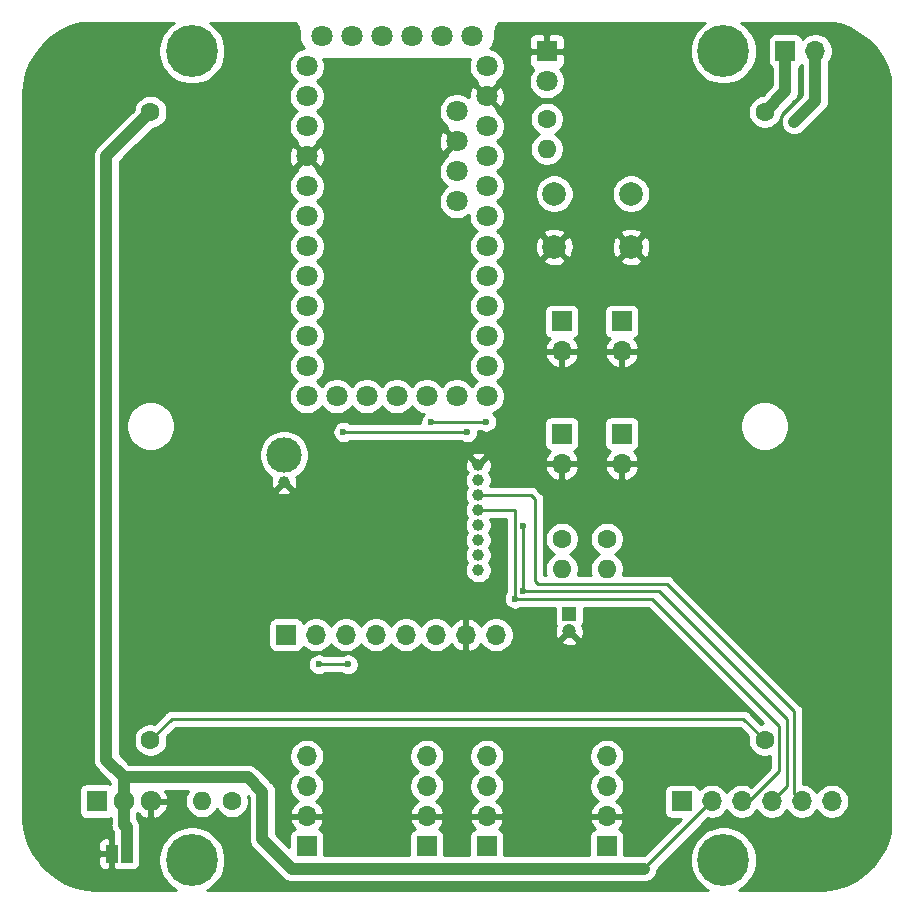
<source format=gbr>
G04 #@! TF.GenerationSoftware,KiCad,Pcbnew,5.1.10-88a1d61d58~88~ubuntu18.04.1*
G04 #@! TF.CreationDate,2021-10-07T16:32:20+02:00*
G04 #@! TF.ProjectId,HB-UNI-SEN-BATT_E07-868MS10_FUEL4EP,48422d55-4e49-42d5-9345-4e2d42415454,rev?*
G04 #@! TF.SameCoordinates,Original*
G04 #@! TF.FileFunction,Copper,L2,Bot*
G04 #@! TF.FilePolarity,Positive*
%FSLAX46Y46*%
G04 Gerber Fmt 4.6, Leading zero omitted, Abs format (unit mm)*
G04 Created by KiCad (PCBNEW 5.1.10-88a1d61d58~88~ubuntu18.04.1) date 2021-10-07 16:32:20*
%MOMM*%
%LPD*%
G01*
G04 APERTURE LIST*
G04 #@! TA.AperFunction,ComponentPad*
%ADD10O,1.700000X1.700000*%
G04 #@! TD*
G04 #@! TA.AperFunction,ComponentPad*
%ADD11R,1.700000X1.700000*%
G04 #@! TD*
G04 #@! TA.AperFunction,ComponentPad*
%ADD12C,3.000000*%
G04 #@! TD*
G04 #@! TA.AperFunction,ComponentPad*
%ADD13C,1.000000*%
G04 #@! TD*
G04 #@! TA.AperFunction,ComponentPad*
%ADD14C,0.700000*%
G04 #@! TD*
G04 #@! TA.AperFunction,ComponentPad*
%ADD15C,4.400000*%
G04 #@! TD*
G04 #@! TA.AperFunction,ComponentPad*
%ADD16C,1.600000*%
G04 #@! TD*
G04 #@! TA.AperFunction,ComponentPad*
%ADD17C,2.000000*%
G04 #@! TD*
G04 #@! TA.AperFunction,SMDPad,CuDef*
%ADD18R,1.000000X1.500000*%
G04 #@! TD*
G04 #@! TA.AperFunction,ComponentPad*
%ADD19O,1.600000X1.600000*%
G04 #@! TD*
G04 #@! TA.AperFunction,ComponentPad*
%ADD20O,1.717500X1.800000*%
G04 #@! TD*
G04 #@! TA.AperFunction,ComponentPad*
%ADD21R,1.717500X1.800000*%
G04 #@! TD*
G04 #@! TA.AperFunction,ComponentPad*
%ADD22C,1.800000*%
G04 #@! TD*
G04 #@! TA.AperFunction,ComponentPad*
%ADD23R,1.800000X1.800000*%
G04 #@! TD*
G04 #@! TA.AperFunction,ComponentPad*
%ADD24C,1.200000*%
G04 #@! TD*
G04 #@! TA.AperFunction,ComponentPad*
%ADD25R,1.200000X1.200000*%
G04 #@! TD*
G04 #@! TA.AperFunction,ViaPad*
%ADD26C,0.600000*%
G04 #@! TD*
G04 #@! TA.AperFunction,ViaPad*
%ADD27C,1.000000*%
G04 #@! TD*
G04 #@! TA.AperFunction,Conductor*
%ADD28C,0.250000*%
G04 #@! TD*
G04 #@! TA.AperFunction,Conductor*
%ADD29C,0.350000*%
G04 #@! TD*
G04 #@! TA.AperFunction,Conductor*
%ADD30C,1.000000*%
G04 #@! TD*
G04 #@! TA.AperFunction,Conductor*
%ADD31C,0.254000*%
G04 #@! TD*
G04 #@! TA.AperFunction,Conductor*
%ADD32C,0.100000*%
G04 #@! TD*
G04 APERTURE END LIST*
D10*
X141750000Y-130690000D03*
X139210000Y-130690000D03*
X136670000Y-130690000D03*
X134130000Y-130690000D03*
X131590000Y-130690000D03*
X129050000Y-130690000D03*
X126510000Y-130690000D03*
D11*
X123970000Y-130690000D03*
D12*
X123800000Y-115470000D03*
D13*
X123800000Y-117750000D03*
X140260000Y-116310000D03*
X140260000Y-117580000D03*
X140260000Y-118850000D03*
X140260000Y-120120000D03*
X140260000Y-121390000D03*
X140260000Y-122660000D03*
X140260000Y-123930000D03*
X140260000Y-125200000D03*
D14*
X162272800Y-148477200D03*
X161000000Y-147950000D03*
X159727200Y-148477200D03*
X159200000Y-149750000D03*
X159727200Y-151022800D03*
X161000000Y-151550000D03*
X162272800Y-151022800D03*
X162800000Y-149750000D03*
D15*
X161000000Y-149750000D03*
D14*
X117272800Y-148477200D03*
X116000000Y-147950000D03*
X114727200Y-148477200D03*
X114200000Y-149750000D03*
X114727200Y-151022800D03*
X116000000Y-151550000D03*
X117272800Y-151022800D03*
X117800000Y-149750000D03*
D15*
X116000000Y-149750000D03*
D14*
X162272800Y-79977200D03*
X161000000Y-79450000D03*
X159727200Y-79977200D03*
X159200000Y-81250000D03*
X159727200Y-82522800D03*
X161000000Y-83050000D03*
X162272800Y-82522800D03*
X162800000Y-81250000D03*
D15*
X161000000Y-81250000D03*
D14*
X117272800Y-79977200D03*
X116000000Y-79450000D03*
X114727200Y-79977200D03*
X114200000Y-81250000D03*
X114727200Y-82522800D03*
X116000000Y-83050000D03*
X117272800Y-82522800D03*
X117800000Y-81250000D03*
D15*
X116000000Y-81250000D03*
D16*
X164500000Y-86400000D03*
X164500000Y-139600000D03*
D17*
X153185000Y-93345000D03*
X153185000Y-97845000D03*
X146685000Y-93345000D03*
X146685000Y-97845000D03*
D18*
X109200000Y-149225000D03*
X110500000Y-149225000D03*
D19*
X147320000Y-125095000D03*
D16*
X147320000Y-122555000D03*
D19*
X151130000Y-125095000D03*
D16*
X151130000Y-122555000D03*
D19*
X116840000Y-144780000D03*
D16*
X119380000Y-144780000D03*
D19*
X146050000Y-89535000D03*
D16*
X146050000Y-86995000D03*
D20*
X112530000Y-144780000D03*
X110240000Y-144780000D03*
D21*
X107950000Y-144780000D03*
D22*
X146050000Y-83820000D03*
D23*
X146050000Y-81280000D03*
D24*
X147955000Y-130405000D03*
D25*
X147955000Y-128905000D03*
D16*
X112500000Y-139600000D03*
X112500000Y-86400000D03*
D22*
X139700000Y-80010000D03*
X137160000Y-80010000D03*
X134620000Y-80010000D03*
X132080000Y-80010000D03*
X129540000Y-80010000D03*
X127000000Y-80010000D03*
X128270000Y-110490000D03*
X130810000Y-110490000D03*
X133350000Y-110490000D03*
X138430000Y-91440000D03*
X138430000Y-93980000D03*
X125730000Y-110490000D03*
X125730000Y-107950000D03*
X125730000Y-105410000D03*
X125730000Y-102870000D03*
X125730000Y-100330000D03*
X125730000Y-97790000D03*
X125730000Y-95250000D03*
X125730000Y-92710000D03*
X125730000Y-90170000D03*
X125730000Y-87630000D03*
X125730000Y-85090000D03*
X125730000Y-82550000D03*
X140970000Y-82550000D03*
X140970000Y-85090000D03*
X140970000Y-87630000D03*
X140970000Y-90170000D03*
X140970000Y-92710000D03*
X140970000Y-95250000D03*
X140970000Y-97790000D03*
X140970000Y-100330000D03*
X140970000Y-102870000D03*
X140970000Y-105410000D03*
X140970000Y-107950000D03*
X140970000Y-110490000D03*
X138430000Y-110490000D03*
X135890000Y-110490000D03*
X138430000Y-88900000D03*
X138430000Y-86360000D03*
D10*
X168790000Y-81250000D03*
D11*
X166250000Y-81250000D03*
D10*
X151130000Y-140970000D03*
X151130000Y-143510000D03*
X151130000Y-146050000D03*
D11*
X151130000Y-148590000D03*
D10*
X140970000Y-140970000D03*
X140970000Y-143510000D03*
X140970000Y-146050000D03*
D11*
X140970000Y-148590000D03*
D10*
X135890000Y-140970000D03*
X135890000Y-143510000D03*
X135890000Y-146050000D03*
D11*
X135890000Y-148590000D03*
D10*
X125730000Y-140970000D03*
X125730000Y-143510000D03*
X125730000Y-146050000D03*
D11*
X125730000Y-148590000D03*
D10*
X170180000Y-144780000D03*
X167640000Y-144780000D03*
X165100000Y-144780000D03*
X162560000Y-144780000D03*
X160020000Y-144780000D03*
D11*
X157480000Y-144780000D03*
D10*
X152400000Y-106680000D03*
D11*
X152400000Y-104140000D03*
D10*
X147320000Y-106680000D03*
D11*
X147320000Y-104140000D03*
D10*
X152400000Y-116205000D03*
D11*
X152400000Y-113665000D03*
D10*
X147320000Y-116205000D03*
D11*
X147320000Y-113665000D03*
D26*
X136260000Y-112700000D03*
X140900000Y-112640000D03*
X143340000Y-127630000D03*
X144070000Y-121490000D03*
X144070000Y-126960000D03*
X139320000Y-113510000D03*
X128830000Y-113510000D03*
D27*
X167000000Y-87250000D03*
D26*
X129200000Y-133190000D03*
X126750000Y-133190000D03*
D28*
X136190000Y-112640000D02*
X140900000Y-112640000D01*
X140900000Y-112630000D02*
X140900000Y-112640000D01*
X143340000Y-127630000D02*
X143340000Y-120110000D01*
X143345000Y-127635000D02*
X143340000Y-127630000D01*
X162560000Y-144780000D02*
X163195000Y-144780000D01*
X163195000Y-144780000D02*
X165735000Y-142240000D01*
X165735000Y-142240000D02*
X165735000Y-138430000D01*
X154940000Y-127635000D02*
X143345000Y-127635000D01*
X165735000Y-138430000D02*
X154940000Y-127635000D01*
X143340000Y-120110000D02*
X140220000Y-120110000D01*
X144090000Y-121510000D02*
X144070000Y-121490000D01*
X166370000Y-143510000D02*
X165100000Y-144780000D01*
X166370000Y-137795000D02*
X166370000Y-143510000D01*
X144110000Y-127000000D02*
X155575000Y-127000000D01*
X155575000Y-127000000D02*
X166370000Y-137795000D01*
X144070000Y-121490000D02*
X144070000Y-126960000D01*
X144070000Y-126960000D02*
X144110000Y-127000000D01*
X167005000Y-144145000D02*
X167005000Y-137160000D01*
X145275000Y-126365000D02*
X145080000Y-126170000D01*
X145080000Y-126170000D02*
X145080000Y-121213590D01*
X167640000Y-144780000D02*
X167005000Y-144145000D01*
X167005000Y-137160000D02*
X156210000Y-126365000D01*
X156210000Y-126365000D02*
X145275000Y-126365000D01*
X145080000Y-121213590D02*
X145080000Y-119210000D01*
X145080000Y-119210000D02*
X144700000Y-118830000D01*
X144700000Y-118830000D02*
X140280000Y-118830000D01*
X139320000Y-113510000D02*
X135800000Y-113510000D01*
X135800000Y-113510000D02*
X128830000Y-113510000D01*
X115570000Y-137795000D02*
X114305000Y-137795000D01*
X114305000Y-137795000D02*
X112500000Y-139600000D01*
X161290000Y-137795000D02*
X162695000Y-137795000D01*
X162695000Y-137795000D02*
X164500000Y-139600000D01*
X117475000Y-137795000D02*
X115570000Y-137795000D01*
X117475000Y-137795000D02*
X161290000Y-137795000D01*
D29*
X154305000Y-150495000D02*
X160020000Y-144780000D01*
D30*
X124460000Y-150495000D02*
X154305000Y-150495000D01*
X110490000Y-149220000D02*
X110485000Y-149225000D01*
X110500000Y-149225000D02*
X110500000Y-148707000D01*
X112500000Y-86400000D02*
X110250000Y-88650000D01*
X168790000Y-85460000D02*
X168790000Y-81250000D01*
X167000000Y-87250000D02*
X168790000Y-85460000D01*
X110240000Y-144780000D02*
X110240000Y-142740000D01*
X110240000Y-142740000D02*
X108750000Y-141250000D01*
X108750000Y-90150000D02*
X110250000Y-88650000D01*
X108750000Y-141250000D02*
X108750000Y-90150000D01*
X110240000Y-144823350D02*
X110250000Y-144833350D01*
X110240000Y-144780000D02*
X110240000Y-144823350D01*
X110250000Y-144833350D02*
X110250000Y-146750000D01*
X121965000Y-148000000D02*
X124460000Y-150495000D01*
X110500000Y-147000000D02*
X110250000Y-146750000D01*
X110500000Y-149225000D02*
X110500000Y-147000000D01*
X121965000Y-143965000D02*
X120750000Y-142750000D01*
X121965000Y-148000000D02*
X121965000Y-143965000D01*
X110250000Y-142750000D02*
X110240000Y-142740000D01*
X120750000Y-142750000D02*
X110250000Y-142750000D01*
X166250000Y-81500000D02*
X166250000Y-84650000D01*
X166250000Y-84650000D02*
X164500000Y-86400000D01*
D28*
X129200000Y-133190000D02*
X126750000Y-133190000D01*
D31*
X114192793Y-79047912D02*
X113797912Y-79442793D01*
X113487656Y-79907124D01*
X113273948Y-80423061D01*
X113165000Y-80970777D01*
X113165000Y-81529223D01*
X113273948Y-82076939D01*
X113487656Y-82592876D01*
X113797912Y-83057207D01*
X114192793Y-83452088D01*
X114657124Y-83762344D01*
X115173061Y-83976052D01*
X115720777Y-84085000D01*
X116279223Y-84085000D01*
X116826939Y-83976052D01*
X117342876Y-83762344D01*
X117807207Y-83452088D01*
X118202088Y-83057207D01*
X118512344Y-82592876D01*
X118726052Y-82076939D01*
X118835000Y-81529223D01*
X118835000Y-80970777D01*
X118726052Y-80423061D01*
X118512344Y-79907124D01*
X118202088Y-79442793D01*
X117807207Y-79047912D01*
X117536453Y-78867000D01*
X124712481Y-78867000D01*
X124804258Y-78941852D01*
X124902118Y-79060144D01*
X124975132Y-79195181D01*
X125020529Y-79341833D01*
X125040000Y-79527092D01*
X125040000Y-79784877D01*
X125043024Y-79815576D01*
X125042959Y-79824820D01*
X125043926Y-79834686D01*
X125074526Y-80125831D01*
X125087466Y-80188868D01*
X125099524Y-80252080D01*
X125102389Y-80261570D01*
X125188957Y-80541226D01*
X125213883Y-80600521D01*
X125238001Y-80660215D01*
X125242655Y-80668967D01*
X125381894Y-80926483D01*
X125417873Y-80979825D01*
X125453114Y-81033678D01*
X125457553Y-81039121D01*
X125282257Y-81073989D01*
X125002905Y-81189701D01*
X124751495Y-81357688D01*
X124537688Y-81571495D01*
X124369701Y-81822905D01*
X124253989Y-82102257D01*
X124195000Y-82398816D01*
X124195000Y-82701184D01*
X124253989Y-82997743D01*
X124369701Y-83277095D01*
X124537688Y-83528505D01*
X124751495Y-83742312D01*
X124867763Y-83820000D01*
X124751495Y-83897688D01*
X124537688Y-84111495D01*
X124369701Y-84362905D01*
X124253989Y-84642257D01*
X124195000Y-84938816D01*
X124195000Y-85241184D01*
X124253989Y-85537743D01*
X124369701Y-85817095D01*
X124537688Y-86068505D01*
X124751495Y-86282312D01*
X124867763Y-86360000D01*
X124751495Y-86437688D01*
X124537688Y-86651495D01*
X124369701Y-86902905D01*
X124253989Y-87182257D01*
X124195000Y-87478816D01*
X124195000Y-87781184D01*
X124253989Y-88077743D01*
X124369701Y-88357095D01*
X124537688Y-88608505D01*
X124751495Y-88822312D01*
X124905105Y-88924951D01*
X124845525Y-89105920D01*
X125730000Y-89990395D01*
X126614475Y-89105920D01*
X126568592Y-88966553D01*
X136889009Y-88966553D01*
X136931603Y-89265907D01*
X137031778Y-89551199D01*
X137111739Y-89700792D01*
X137365920Y-89784475D01*
X138250395Y-88900000D01*
X137365920Y-88015525D01*
X137111739Y-88099208D01*
X136980842Y-88371775D01*
X136905635Y-88664642D01*
X136889009Y-88966553D01*
X126568592Y-88966553D01*
X126554895Y-88924951D01*
X126708505Y-88822312D01*
X126922312Y-88608505D01*
X127090299Y-88357095D01*
X127206011Y-88077743D01*
X127265000Y-87781184D01*
X127265000Y-87478816D01*
X127206011Y-87182257D01*
X127090299Y-86902905D01*
X126922312Y-86651495D01*
X126708505Y-86437688D01*
X126592237Y-86360000D01*
X126708505Y-86282312D01*
X126922312Y-86068505D01*
X127090299Y-85817095D01*
X127206011Y-85537743D01*
X127265000Y-85241184D01*
X127265000Y-84938816D01*
X127206011Y-84642257D01*
X127090299Y-84362905D01*
X126922312Y-84111495D01*
X126708505Y-83897688D01*
X126592237Y-83820000D01*
X126708505Y-83742312D01*
X126922312Y-83528505D01*
X127090299Y-83277095D01*
X127206011Y-82997743D01*
X127265000Y-82701184D01*
X127265000Y-82398816D01*
X127206011Y-82102257D01*
X127144199Y-81953031D01*
X127180717Y-81956612D01*
X127180723Y-81956612D01*
X127215123Y-81960000D01*
X139534877Y-81960000D01*
X139553681Y-81958148D01*
X139493989Y-82102257D01*
X139435000Y-82398816D01*
X139435000Y-82701184D01*
X139493989Y-82997743D01*
X139609701Y-83277095D01*
X139777688Y-83528505D01*
X139991495Y-83742312D01*
X140145105Y-83844951D01*
X140085525Y-84025920D01*
X140970000Y-84910395D01*
X141854475Y-84025920D01*
X141794895Y-83844951D01*
X141948505Y-83742312D01*
X142162312Y-83528505D01*
X142330299Y-83277095D01*
X142446011Y-82997743D01*
X142505000Y-82701184D01*
X142505000Y-82398816D01*
X142461475Y-82180000D01*
X144511928Y-82180000D01*
X144524188Y-82304482D01*
X144560498Y-82424180D01*
X144619463Y-82534494D01*
X144698815Y-82631185D01*
X144795506Y-82710537D01*
X144905820Y-82769502D01*
X144924127Y-82775056D01*
X144857688Y-82841495D01*
X144689701Y-83092905D01*
X144573989Y-83372257D01*
X144515000Y-83668816D01*
X144515000Y-83971184D01*
X144573989Y-84267743D01*
X144689701Y-84547095D01*
X144857688Y-84798505D01*
X145071495Y-85012312D01*
X145322905Y-85180299D01*
X145602257Y-85296011D01*
X145898816Y-85355000D01*
X146201184Y-85355000D01*
X146497743Y-85296011D01*
X146777095Y-85180299D01*
X147028505Y-85012312D01*
X147242312Y-84798505D01*
X147410299Y-84547095D01*
X147526011Y-84267743D01*
X147585000Y-83971184D01*
X147585000Y-83668816D01*
X147526011Y-83372257D01*
X147410299Y-83092905D01*
X147242312Y-82841495D01*
X147175873Y-82775056D01*
X147194180Y-82769502D01*
X147304494Y-82710537D01*
X147401185Y-82631185D01*
X147480537Y-82534494D01*
X147539502Y-82424180D01*
X147575812Y-82304482D01*
X147588072Y-82180000D01*
X147585000Y-81565750D01*
X147426250Y-81407000D01*
X146177000Y-81407000D01*
X146177000Y-81427000D01*
X145923000Y-81427000D01*
X145923000Y-81407000D01*
X144673750Y-81407000D01*
X144515000Y-81565750D01*
X144511928Y-82180000D01*
X142461475Y-82180000D01*
X142446011Y-82102257D01*
X142330299Y-81822905D01*
X142162312Y-81571495D01*
X141948505Y-81357688D01*
X141697095Y-81189701D01*
X141417743Y-81073989D01*
X141284393Y-81047464D01*
X141299592Y-81028828D01*
X141335177Y-80975268D01*
X141371560Y-80922132D01*
X141376275Y-80913412D01*
X141513712Y-80654931D01*
X141538225Y-80595456D01*
X141563584Y-80536289D01*
X141566516Y-80526819D01*
X141610843Y-80380000D01*
X144511928Y-80380000D01*
X144515000Y-80994250D01*
X144673750Y-81153000D01*
X145923000Y-81153000D01*
X145923000Y-79903750D01*
X146177000Y-79903750D01*
X146177000Y-81153000D01*
X147426250Y-81153000D01*
X147585000Y-80994250D01*
X147588072Y-80380000D01*
X147575812Y-80255518D01*
X147539502Y-80135820D01*
X147480537Y-80025506D01*
X147401185Y-79928815D01*
X147304494Y-79849463D01*
X147194180Y-79790498D01*
X147074482Y-79754188D01*
X146950000Y-79741928D01*
X146335750Y-79745000D01*
X146177000Y-79903750D01*
X145923000Y-79903750D01*
X145764250Y-79745000D01*
X145150000Y-79741928D01*
X145025518Y-79754188D01*
X144905820Y-79790498D01*
X144795506Y-79849463D01*
X144698815Y-79928815D01*
X144619463Y-80025506D01*
X144560498Y-80135820D01*
X144524188Y-80255518D01*
X144511928Y-80380000D01*
X141610843Y-80380000D01*
X141651130Y-80246565D01*
X141663622Y-80183475D01*
X141677009Y-80120494D01*
X141678045Y-80110635D01*
X141706612Y-79819283D01*
X141706612Y-79819276D01*
X141710000Y-79784876D01*
X141710000Y-79534729D01*
X141728386Y-79347215D01*
X141772757Y-79200252D01*
X141844829Y-79064703D01*
X141941852Y-78945742D01*
X142037034Y-78867000D01*
X159463547Y-78867000D01*
X159192793Y-79047912D01*
X158797912Y-79442793D01*
X158487656Y-79907124D01*
X158273948Y-80423061D01*
X158165000Y-80970777D01*
X158165000Y-81529223D01*
X158273948Y-82076939D01*
X158487656Y-82592876D01*
X158797912Y-83057207D01*
X159192793Y-83452088D01*
X159657124Y-83762344D01*
X160173061Y-83976052D01*
X160720777Y-84085000D01*
X161279223Y-84085000D01*
X161826939Y-83976052D01*
X162342876Y-83762344D01*
X162807207Y-83452088D01*
X163202088Y-83057207D01*
X163512344Y-82592876D01*
X163726052Y-82076939D01*
X163835000Y-81529223D01*
X163835000Y-80970777D01*
X163726052Y-80423061D01*
X163512344Y-79907124D01*
X163202088Y-79442793D01*
X162807207Y-79047912D01*
X162536453Y-78867000D01*
X170309380Y-78867000D01*
X170838443Y-78986715D01*
X171707075Y-79324507D01*
X172516227Y-79786976D01*
X173248141Y-80363971D01*
X173886727Y-81042806D01*
X174417960Y-81808576D01*
X174830172Y-82644459D01*
X175114303Y-83532086D01*
X175133000Y-83646890D01*
X175133000Y-147309380D01*
X175013285Y-147838443D01*
X174675493Y-148707075D01*
X174213024Y-149516227D01*
X173636029Y-150248141D01*
X172957194Y-150886727D01*
X172191421Y-151417962D01*
X171355541Y-151830172D01*
X170467913Y-152114303D01*
X169537290Y-152265865D01*
X169373873Y-152273000D01*
X162317150Y-152273000D01*
X162342876Y-152262344D01*
X162807207Y-151952088D01*
X163202088Y-151557207D01*
X163512344Y-151092876D01*
X163726052Y-150576939D01*
X163835000Y-150029223D01*
X163835000Y-149470777D01*
X163726052Y-148923061D01*
X163512344Y-148407124D01*
X163202088Y-147942793D01*
X162807207Y-147547912D01*
X162342876Y-147237656D01*
X161826939Y-147023948D01*
X161279223Y-146915000D01*
X160720777Y-146915000D01*
X160173061Y-147023948D01*
X159657124Y-147237656D01*
X159192793Y-147547912D01*
X158797912Y-147942793D01*
X158487656Y-148407124D01*
X158273948Y-148923061D01*
X158165000Y-149470777D01*
X158165000Y-150029223D01*
X158273948Y-150576939D01*
X158487656Y-151092876D01*
X158797912Y-151557207D01*
X159192793Y-151952088D01*
X159657124Y-152262344D01*
X159682850Y-152273000D01*
X117317150Y-152273000D01*
X117342876Y-152262344D01*
X117807207Y-151952088D01*
X118202088Y-151557207D01*
X118512344Y-151092876D01*
X118726052Y-150576939D01*
X118835000Y-150029223D01*
X118835000Y-149470777D01*
X118726052Y-148923061D01*
X118512344Y-148407124D01*
X118202088Y-147942793D01*
X117807207Y-147547912D01*
X117342876Y-147237656D01*
X116826939Y-147023948D01*
X116279223Y-146915000D01*
X115720777Y-146915000D01*
X115173061Y-147023948D01*
X114657124Y-147237656D01*
X114192793Y-147547912D01*
X113797912Y-147942793D01*
X113487656Y-148407124D01*
X113273948Y-148923061D01*
X113165000Y-149470777D01*
X113165000Y-150029223D01*
X113273948Y-150576939D01*
X113487656Y-151092876D01*
X113797912Y-151557207D01*
X114192793Y-151952088D01*
X114657124Y-152262344D01*
X114682850Y-152273000D01*
X107797587Y-152273000D01*
X107070565Y-152218973D01*
X106161557Y-152013285D01*
X105292925Y-151675493D01*
X104483773Y-151213024D01*
X103751859Y-150636029D01*
X103130024Y-149975000D01*
X108061928Y-149975000D01*
X108074188Y-150099482D01*
X108110498Y-150219180D01*
X108169463Y-150329494D01*
X108248815Y-150426185D01*
X108345506Y-150505537D01*
X108455820Y-150564502D01*
X108575518Y-150600812D01*
X108700000Y-150613072D01*
X108914250Y-150610000D01*
X109073000Y-150451250D01*
X109073000Y-149352000D01*
X108223750Y-149352000D01*
X108065000Y-149510750D01*
X108061928Y-149975000D01*
X103130024Y-149975000D01*
X103113273Y-149957194D01*
X102582038Y-149191421D01*
X102228739Y-148475000D01*
X108061928Y-148475000D01*
X108065000Y-148939250D01*
X108223750Y-149098000D01*
X109073000Y-149098000D01*
X109073000Y-147998750D01*
X108914250Y-147840000D01*
X108700000Y-147836928D01*
X108575518Y-147849188D01*
X108455820Y-147885498D01*
X108345506Y-147944463D01*
X108248815Y-148023815D01*
X108169463Y-148120506D01*
X108110498Y-148230820D01*
X108074188Y-148350518D01*
X108061928Y-148475000D01*
X102228739Y-148475000D01*
X102169828Y-148355541D01*
X101885697Y-147467913D01*
X101734135Y-146537290D01*
X101727000Y-146373873D01*
X101727000Y-143880000D01*
X106453178Y-143880000D01*
X106453178Y-145680000D01*
X106465438Y-145804482D01*
X106501748Y-145924180D01*
X106560713Y-146034494D01*
X106640065Y-146131185D01*
X106736756Y-146210537D01*
X106847070Y-146269502D01*
X106966768Y-146305812D01*
X107091250Y-146318072D01*
X108808750Y-146318072D01*
X108933232Y-146305812D01*
X109052930Y-146269502D01*
X109115001Y-146236324D01*
X109115001Y-146694239D01*
X109109509Y-146750000D01*
X109131423Y-146972498D01*
X109196324Y-147186446D01*
X109227717Y-147245178D01*
X109301717Y-147383623D01*
X109365001Y-147460734D01*
X109365001Y-147960749D01*
X109327000Y-147998750D01*
X109327000Y-149098000D01*
X109347000Y-149098000D01*
X109347000Y-149199708D01*
X109344509Y-149225000D01*
X109347000Y-149250292D01*
X109347000Y-149352000D01*
X109327000Y-149352000D01*
X109327000Y-150451250D01*
X109485750Y-150610000D01*
X109700000Y-150613072D01*
X109824482Y-150600812D01*
X109850000Y-150593071D01*
X109875518Y-150600812D01*
X110000000Y-150613072D01*
X111000000Y-150613072D01*
X111124482Y-150600812D01*
X111244180Y-150564502D01*
X111354494Y-150505537D01*
X111451185Y-150426185D01*
X111530537Y-150329494D01*
X111589502Y-150219180D01*
X111625812Y-150099482D01*
X111638072Y-149975000D01*
X111638072Y-148475000D01*
X111635000Y-148443808D01*
X111635000Y-147055741D01*
X111640490Y-146999999D01*
X111635000Y-146944257D01*
X111635000Y-146944248D01*
X111618577Y-146777501D01*
X111553676Y-146563553D01*
X111448284Y-146366377D01*
X111385000Y-146289265D01*
X111385000Y-145780674D01*
X111390413Y-145774078D01*
X111493990Y-145895702D01*
X111723512Y-146077172D01*
X111984027Y-146210378D01*
X112171736Y-146271400D01*
X112403000Y-146150195D01*
X112403000Y-144907000D01*
X112657000Y-144907000D01*
X112657000Y-146150195D01*
X112888264Y-146271400D01*
X113075973Y-146210378D01*
X113336488Y-146077172D01*
X113566010Y-145895702D01*
X113755718Y-145672941D01*
X113898323Y-145417450D01*
X113988344Y-145139048D01*
X113861354Y-144907000D01*
X112657000Y-144907000D01*
X112403000Y-144907000D01*
X112383000Y-144907000D01*
X112383000Y-144653000D01*
X112403000Y-144653000D01*
X112403000Y-144633000D01*
X112657000Y-144633000D01*
X112657000Y-144653000D01*
X113861354Y-144653000D01*
X113988344Y-144420952D01*
X113898323Y-144142550D01*
X113755718Y-143887059D01*
X113753965Y-143885000D01*
X115712160Y-143885000D01*
X115568320Y-144100273D01*
X115460147Y-144361426D01*
X115405000Y-144638665D01*
X115405000Y-144921335D01*
X115460147Y-145198574D01*
X115568320Y-145459727D01*
X115725363Y-145694759D01*
X115925241Y-145894637D01*
X116160273Y-146051680D01*
X116421426Y-146159853D01*
X116698665Y-146215000D01*
X116981335Y-146215000D01*
X117258574Y-146159853D01*
X117519727Y-146051680D01*
X117754759Y-145894637D01*
X117954637Y-145694759D01*
X118110000Y-145462241D01*
X118265363Y-145694759D01*
X118465241Y-145894637D01*
X118700273Y-146051680D01*
X118961426Y-146159853D01*
X119238665Y-146215000D01*
X119521335Y-146215000D01*
X119798574Y-146159853D01*
X120059727Y-146051680D01*
X120294759Y-145894637D01*
X120494637Y-145694759D01*
X120651680Y-145459727D01*
X120759853Y-145198574D01*
X120815000Y-144921335D01*
X120815000Y-144638665D01*
X120760737Y-144365868D01*
X120830001Y-144435133D01*
X120830000Y-147944248D01*
X120824509Y-148000000D01*
X120831736Y-148073377D01*
X120846423Y-148222498D01*
X120911324Y-148436446D01*
X121016716Y-148633623D01*
X121158551Y-148806449D01*
X121201865Y-148841996D01*
X123618009Y-151258141D01*
X123653551Y-151301449D01*
X123826377Y-151443284D01*
X124023553Y-151548676D01*
X124237501Y-151613577D01*
X124359615Y-151625604D01*
X124460000Y-151635491D01*
X124515752Y-151630000D01*
X154360752Y-151630000D01*
X154527499Y-151613577D01*
X154741447Y-151548676D01*
X154938623Y-151443284D01*
X155111449Y-151301449D01*
X155253284Y-151128623D01*
X155358676Y-150931447D01*
X155423577Y-150717499D01*
X155444942Y-150500570D01*
X159712571Y-146232941D01*
X159873740Y-146265000D01*
X160166260Y-146265000D01*
X160453158Y-146207932D01*
X160723411Y-146095990D01*
X160966632Y-145933475D01*
X161173475Y-145726632D01*
X161290000Y-145552240D01*
X161406525Y-145726632D01*
X161613368Y-145933475D01*
X161856589Y-146095990D01*
X162126842Y-146207932D01*
X162413740Y-146265000D01*
X162706260Y-146265000D01*
X162993158Y-146207932D01*
X163263411Y-146095990D01*
X163506632Y-145933475D01*
X163713475Y-145726632D01*
X163830000Y-145552240D01*
X163946525Y-145726632D01*
X164153368Y-145933475D01*
X164396589Y-146095990D01*
X164666842Y-146207932D01*
X164953740Y-146265000D01*
X165246260Y-146265000D01*
X165533158Y-146207932D01*
X165803411Y-146095990D01*
X166046632Y-145933475D01*
X166253475Y-145726632D01*
X166370000Y-145552240D01*
X166486525Y-145726632D01*
X166693368Y-145933475D01*
X166936589Y-146095990D01*
X167206842Y-146207932D01*
X167493740Y-146265000D01*
X167786260Y-146265000D01*
X168073158Y-146207932D01*
X168343411Y-146095990D01*
X168586632Y-145933475D01*
X168793475Y-145726632D01*
X168910000Y-145552240D01*
X169026525Y-145726632D01*
X169233368Y-145933475D01*
X169476589Y-146095990D01*
X169746842Y-146207932D01*
X170033740Y-146265000D01*
X170326260Y-146265000D01*
X170613158Y-146207932D01*
X170883411Y-146095990D01*
X171126632Y-145933475D01*
X171333475Y-145726632D01*
X171495990Y-145483411D01*
X171607932Y-145213158D01*
X171665000Y-144926260D01*
X171665000Y-144633740D01*
X171607932Y-144346842D01*
X171495990Y-144076589D01*
X171333475Y-143833368D01*
X171126632Y-143626525D01*
X170883411Y-143464010D01*
X170613158Y-143352068D01*
X170326260Y-143295000D01*
X170033740Y-143295000D01*
X169746842Y-143352068D01*
X169476589Y-143464010D01*
X169233368Y-143626525D01*
X169026525Y-143833368D01*
X168910000Y-144007760D01*
X168793475Y-143833368D01*
X168586632Y-143626525D01*
X168343411Y-143464010D01*
X168073158Y-143352068D01*
X167786260Y-143295000D01*
X167765000Y-143295000D01*
X167765000Y-137197322D01*
X167768676Y-137159999D01*
X167765000Y-137122676D01*
X167765000Y-137122667D01*
X167754003Y-137011014D01*
X167710546Y-136867753D01*
X167639974Y-136735724D01*
X167626811Y-136719685D01*
X167568799Y-136648996D01*
X167568795Y-136648992D01*
X167545001Y-136619999D01*
X167516008Y-136596205D01*
X156773804Y-125854003D01*
X156750001Y-125824999D01*
X156634276Y-125730026D01*
X156502247Y-125659454D01*
X156358986Y-125615997D01*
X156247333Y-125605000D01*
X156247322Y-125605000D01*
X156210000Y-125601324D01*
X156172678Y-125605000D01*
X152471983Y-125605000D01*
X152509853Y-125513574D01*
X152565000Y-125236335D01*
X152565000Y-124953665D01*
X152509853Y-124676426D01*
X152401680Y-124415273D01*
X152244637Y-124180241D01*
X152044759Y-123980363D01*
X151812241Y-123825000D01*
X152044759Y-123669637D01*
X152244637Y-123469759D01*
X152401680Y-123234727D01*
X152509853Y-122973574D01*
X152565000Y-122696335D01*
X152565000Y-122413665D01*
X152509853Y-122136426D01*
X152401680Y-121875273D01*
X152244637Y-121640241D01*
X152044759Y-121440363D01*
X151809727Y-121283320D01*
X151548574Y-121175147D01*
X151271335Y-121120000D01*
X150988665Y-121120000D01*
X150711426Y-121175147D01*
X150450273Y-121283320D01*
X150215241Y-121440363D01*
X150015363Y-121640241D01*
X149858320Y-121875273D01*
X149750147Y-122136426D01*
X149695000Y-122413665D01*
X149695000Y-122696335D01*
X149750147Y-122973574D01*
X149858320Y-123234727D01*
X150015363Y-123469759D01*
X150215241Y-123669637D01*
X150447759Y-123825000D01*
X150215241Y-123980363D01*
X150015363Y-124180241D01*
X149858320Y-124415273D01*
X149750147Y-124676426D01*
X149695000Y-124953665D01*
X149695000Y-125236335D01*
X149750147Y-125513574D01*
X149788017Y-125605000D01*
X148661983Y-125605000D01*
X148699853Y-125513574D01*
X148755000Y-125236335D01*
X148755000Y-124953665D01*
X148699853Y-124676426D01*
X148591680Y-124415273D01*
X148434637Y-124180241D01*
X148234759Y-123980363D01*
X148002241Y-123825000D01*
X148234759Y-123669637D01*
X148434637Y-123469759D01*
X148591680Y-123234727D01*
X148699853Y-122973574D01*
X148755000Y-122696335D01*
X148755000Y-122413665D01*
X148699853Y-122136426D01*
X148591680Y-121875273D01*
X148434637Y-121640241D01*
X148234759Y-121440363D01*
X147999727Y-121283320D01*
X147738574Y-121175147D01*
X147461335Y-121120000D01*
X147178665Y-121120000D01*
X146901426Y-121175147D01*
X146640273Y-121283320D01*
X146405241Y-121440363D01*
X146205363Y-121640241D01*
X146048320Y-121875273D01*
X145940147Y-122136426D01*
X145885000Y-122413665D01*
X145885000Y-122696335D01*
X145940147Y-122973574D01*
X146048320Y-123234727D01*
X146205363Y-123469759D01*
X146405241Y-123669637D01*
X146637759Y-123825000D01*
X146405241Y-123980363D01*
X146205363Y-124180241D01*
X146048320Y-124415273D01*
X145940147Y-124676426D01*
X145885000Y-124953665D01*
X145885000Y-125236335D01*
X145940147Y-125513574D01*
X145978017Y-125605000D01*
X145840000Y-125605000D01*
X145840000Y-119247322D01*
X145843676Y-119209999D01*
X145840000Y-119172676D01*
X145840000Y-119172667D01*
X145829003Y-119061014D01*
X145785546Y-118917753D01*
X145714974Y-118785724D01*
X145620001Y-118669999D01*
X145590997Y-118646196D01*
X145263804Y-118319003D01*
X145240001Y-118289999D01*
X145124276Y-118195026D01*
X144992247Y-118124454D01*
X144848986Y-118080997D01*
X144737333Y-118070000D01*
X144737322Y-118070000D01*
X144700000Y-118066324D01*
X144662678Y-118070000D01*
X141285551Y-118070000D01*
X141351383Y-117911067D01*
X141395000Y-117691788D01*
X141395000Y-117468212D01*
X141351383Y-117248933D01*
X141265824Y-117042376D01*
X141162720Y-116888070D01*
X141251588Y-116873450D01*
X141342458Y-116669174D01*
X141366697Y-116561890D01*
X145878524Y-116561890D01*
X145923175Y-116709099D01*
X146048359Y-116971920D01*
X146222412Y-117205269D01*
X146438645Y-117400178D01*
X146688748Y-117549157D01*
X146963109Y-117646481D01*
X147193000Y-117525814D01*
X147193000Y-116332000D01*
X147447000Y-116332000D01*
X147447000Y-117525814D01*
X147676891Y-117646481D01*
X147951252Y-117549157D01*
X148201355Y-117400178D01*
X148417588Y-117205269D01*
X148591641Y-116971920D01*
X148716825Y-116709099D01*
X148761476Y-116561890D01*
X150958524Y-116561890D01*
X151003175Y-116709099D01*
X151128359Y-116971920D01*
X151302412Y-117205269D01*
X151518645Y-117400178D01*
X151768748Y-117549157D01*
X152043109Y-117646481D01*
X152273000Y-117525814D01*
X152273000Y-116332000D01*
X152527000Y-116332000D01*
X152527000Y-117525814D01*
X152756891Y-117646481D01*
X153031252Y-117549157D01*
X153281355Y-117400178D01*
X153497588Y-117205269D01*
X153671641Y-116971920D01*
X153796825Y-116709099D01*
X153841476Y-116561890D01*
X153720155Y-116332000D01*
X152527000Y-116332000D01*
X152273000Y-116332000D01*
X151079845Y-116332000D01*
X150958524Y-116561890D01*
X148761476Y-116561890D01*
X148640155Y-116332000D01*
X147447000Y-116332000D01*
X147193000Y-116332000D01*
X145999845Y-116332000D01*
X145878524Y-116561890D01*
X141366697Y-116561890D01*
X141391731Y-116451095D01*
X141397511Y-116227594D01*
X141359577Y-116007260D01*
X141279387Y-115798560D01*
X141251588Y-115746550D01*
X141038166Y-115711439D01*
X140439605Y-116310000D01*
X140453748Y-116324143D01*
X140332890Y-116445000D01*
X140187110Y-116445000D01*
X140066253Y-116324143D01*
X140080395Y-116310000D01*
X139481834Y-115711439D01*
X139268412Y-115746550D01*
X139177542Y-115950826D01*
X139128269Y-116168905D01*
X139122489Y-116392406D01*
X139160423Y-116612740D01*
X139240613Y-116821440D01*
X139268412Y-116873450D01*
X139357280Y-116888070D01*
X139254176Y-117042376D01*
X139168617Y-117248933D01*
X139125000Y-117468212D01*
X139125000Y-117691788D01*
X139168617Y-117911067D01*
X139254176Y-118117624D01*
X139319241Y-118215000D01*
X139254176Y-118312376D01*
X139168617Y-118518933D01*
X139125000Y-118738212D01*
X139125000Y-118961788D01*
X139168617Y-119181067D01*
X139254176Y-119387624D01*
X139319241Y-119485000D01*
X139254176Y-119582376D01*
X139168617Y-119788933D01*
X139125000Y-120008212D01*
X139125000Y-120231788D01*
X139168617Y-120451067D01*
X139254176Y-120657624D01*
X139319241Y-120755000D01*
X139254176Y-120852376D01*
X139168617Y-121058933D01*
X139125000Y-121278212D01*
X139125000Y-121501788D01*
X139168617Y-121721067D01*
X139254176Y-121927624D01*
X139319241Y-122025000D01*
X139254176Y-122122376D01*
X139168617Y-122328933D01*
X139125000Y-122548212D01*
X139125000Y-122771788D01*
X139168617Y-122991067D01*
X139254176Y-123197624D01*
X139319241Y-123295000D01*
X139254176Y-123392376D01*
X139168617Y-123598933D01*
X139125000Y-123818212D01*
X139125000Y-124041788D01*
X139168617Y-124261067D01*
X139254176Y-124467624D01*
X139319241Y-124565000D01*
X139254176Y-124662376D01*
X139168617Y-124868933D01*
X139125000Y-125088212D01*
X139125000Y-125311788D01*
X139168617Y-125531067D01*
X139254176Y-125737624D01*
X139378388Y-125923520D01*
X139536480Y-126081612D01*
X139722376Y-126205824D01*
X139928933Y-126291383D01*
X140148212Y-126335000D01*
X140371788Y-126335000D01*
X140591067Y-126291383D01*
X140797624Y-126205824D01*
X140983520Y-126081612D01*
X141141612Y-125923520D01*
X141265824Y-125737624D01*
X141351383Y-125531067D01*
X141395000Y-125311788D01*
X141395000Y-125088212D01*
X141351383Y-124868933D01*
X141265824Y-124662376D01*
X141200759Y-124565000D01*
X141265824Y-124467624D01*
X141351383Y-124261067D01*
X141395000Y-124041788D01*
X141395000Y-123818212D01*
X141351383Y-123598933D01*
X141265824Y-123392376D01*
X141200759Y-123295000D01*
X141265824Y-123197624D01*
X141351383Y-122991067D01*
X141395000Y-122771788D01*
X141395000Y-122548212D01*
X141351383Y-122328933D01*
X141265824Y-122122376D01*
X141200759Y-122025000D01*
X141265824Y-121927624D01*
X141351383Y-121721067D01*
X141395000Y-121501788D01*
X141395000Y-121278212D01*
X141351383Y-121058933D01*
X141273124Y-120870000D01*
X142580001Y-120870000D01*
X142580000Y-127084464D01*
X142511414Y-127187111D01*
X142440932Y-127357271D01*
X142405000Y-127537911D01*
X142405000Y-127722089D01*
X142440932Y-127902729D01*
X142511414Y-128072889D01*
X142613738Y-128226028D01*
X142743972Y-128356262D01*
X142897111Y-128458586D01*
X143067271Y-128529068D01*
X143247911Y-128565000D01*
X143432089Y-128565000D01*
X143612729Y-128529068D01*
X143782889Y-128458586D01*
X143878052Y-128395000D01*
X146716928Y-128395000D01*
X146716928Y-129505000D01*
X146729188Y-129629482D01*
X146765498Y-129749180D01*
X146824463Y-129859494D01*
X146838568Y-129876681D01*
X146780763Y-130003516D01*
X146725000Y-130240313D01*
X146716505Y-130483438D01*
X146755605Y-130723549D01*
X146840798Y-130951418D01*
X146881652Y-131027852D01*
X147105236Y-131075159D01*
X147775395Y-130405000D01*
X147761253Y-130390858D01*
X147940858Y-130211253D01*
X147955000Y-130225395D01*
X147969143Y-130211253D01*
X148148748Y-130390858D01*
X148134605Y-130405000D01*
X148804764Y-131075159D01*
X149028348Y-131027852D01*
X149129237Y-130806484D01*
X149185000Y-130569687D01*
X149193495Y-130326562D01*
X149154395Y-130086451D01*
X149074549Y-129872883D01*
X149085537Y-129859494D01*
X149144502Y-129749180D01*
X149180812Y-129629482D01*
X149193072Y-129505000D01*
X149193072Y-128395000D01*
X154625199Y-128395000D01*
X164395197Y-138165000D01*
X164358665Y-138165000D01*
X164176114Y-138201312D01*
X163258803Y-137284002D01*
X163235001Y-137254999D01*
X163119276Y-137160026D01*
X162987247Y-137089454D01*
X162843986Y-137045997D01*
X162732333Y-137035000D01*
X162732322Y-137035000D01*
X162695000Y-137031324D01*
X162657678Y-137035000D01*
X114342322Y-137035000D01*
X114304999Y-137031324D01*
X114267676Y-137035000D01*
X114267667Y-137035000D01*
X114156014Y-137045997D01*
X114012753Y-137089454D01*
X113880724Y-137160026D01*
X113880722Y-137160027D01*
X113880723Y-137160027D01*
X113793996Y-137231201D01*
X113793992Y-137231205D01*
X113764999Y-137254999D01*
X113741205Y-137283992D01*
X112823886Y-138201312D01*
X112641335Y-138165000D01*
X112358665Y-138165000D01*
X112081426Y-138220147D01*
X111820273Y-138328320D01*
X111585241Y-138485363D01*
X111385363Y-138685241D01*
X111228320Y-138920273D01*
X111120147Y-139181426D01*
X111065000Y-139458665D01*
X111065000Y-139741335D01*
X111120147Y-140018574D01*
X111228320Y-140279727D01*
X111385363Y-140514759D01*
X111585241Y-140714637D01*
X111820273Y-140871680D01*
X112081426Y-140979853D01*
X112358665Y-141035000D01*
X112641335Y-141035000D01*
X112918574Y-140979853D01*
X113179727Y-140871680D01*
X113251474Y-140823740D01*
X124245000Y-140823740D01*
X124245000Y-141116260D01*
X124302068Y-141403158D01*
X124414010Y-141673411D01*
X124576525Y-141916632D01*
X124783368Y-142123475D01*
X124957760Y-142240000D01*
X124783368Y-142356525D01*
X124576525Y-142563368D01*
X124414010Y-142806589D01*
X124302068Y-143076842D01*
X124245000Y-143363740D01*
X124245000Y-143656260D01*
X124302068Y-143943158D01*
X124414010Y-144213411D01*
X124576525Y-144456632D01*
X124783368Y-144663475D01*
X124965534Y-144785195D01*
X124848645Y-144854822D01*
X124632412Y-145049731D01*
X124458359Y-145283080D01*
X124333175Y-145545901D01*
X124288524Y-145693110D01*
X124409845Y-145923000D01*
X125603000Y-145923000D01*
X125603000Y-145903000D01*
X125857000Y-145903000D01*
X125857000Y-145923000D01*
X127050155Y-145923000D01*
X127171476Y-145693110D01*
X127126825Y-145545901D01*
X127001641Y-145283080D01*
X126827588Y-145049731D01*
X126611355Y-144854822D01*
X126494466Y-144785195D01*
X126676632Y-144663475D01*
X126883475Y-144456632D01*
X127045990Y-144213411D01*
X127157932Y-143943158D01*
X127215000Y-143656260D01*
X127215000Y-143363740D01*
X127157932Y-143076842D01*
X127045990Y-142806589D01*
X126883475Y-142563368D01*
X126676632Y-142356525D01*
X126502240Y-142240000D01*
X126676632Y-142123475D01*
X126883475Y-141916632D01*
X127045990Y-141673411D01*
X127157932Y-141403158D01*
X127215000Y-141116260D01*
X127215000Y-140823740D01*
X134405000Y-140823740D01*
X134405000Y-141116260D01*
X134462068Y-141403158D01*
X134574010Y-141673411D01*
X134736525Y-141916632D01*
X134943368Y-142123475D01*
X135117760Y-142240000D01*
X134943368Y-142356525D01*
X134736525Y-142563368D01*
X134574010Y-142806589D01*
X134462068Y-143076842D01*
X134405000Y-143363740D01*
X134405000Y-143656260D01*
X134462068Y-143943158D01*
X134574010Y-144213411D01*
X134736525Y-144456632D01*
X134943368Y-144663475D01*
X135125534Y-144785195D01*
X135008645Y-144854822D01*
X134792412Y-145049731D01*
X134618359Y-145283080D01*
X134493175Y-145545901D01*
X134448524Y-145693110D01*
X134569845Y-145923000D01*
X135763000Y-145923000D01*
X135763000Y-145903000D01*
X136017000Y-145903000D01*
X136017000Y-145923000D01*
X137210155Y-145923000D01*
X137331476Y-145693110D01*
X137286825Y-145545901D01*
X137161641Y-145283080D01*
X136987588Y-145049731D01*
X136771355Y-144854822D01*
X136654466Y-144785195D01*
X136836632Y-144663475D01*
X137043475Y-144456632D01*
X137205990Y-144213411D01*
X137317932Y-143943158D01*
X137375000Y-143656260D01*
X137375000Y-143363740D01*
X137317932Y-143076842D01*
X137205990Y-142806589D01*
X137043475Y-142563368D01*
X136836632Y-142356525D01*
X136662240Y-142240000D01*
X136836632Y-142123475D01*
X137043475Y-141916632D01*
X137205990Y-141673411D01*
X137317932Y-141403158D01*
X137375000Y-141116260D01*
X137375000Y-140823740D01*
X139485000Y-140823740D01*
X139485000Y-141116260D01*
X139542068Y-141403158D01*
X139654010Y-141673411D01*
X139816525Y-141916632D01*
X140023368Y-142123475D01*
X140197760Y-142240000D01*
X140023368Y-142356525D01*
X139816525Y-142563368D01*
X139654010Y-142806589D01*
X139542068Y-143076842D01*
X139485000Y-143363740D01*
X139485000Y-143656260D01*
X139542068Y-143943158D01*
X139654010Y-144213411D01*
X139816525Y-144456632D01*
X140023368Y-144663475D01*
X140205534Y-144785195D01*
X140088645Y-144854822D01*
X139872412Y-145049731D01*
X139698359Y-145283080D01*
X139573175Y-145545901D01*
X139528524Y-145693110D01*
X139649845Y-145923000D01*
X140843000Y-145923000D01*
X140843000Y-145903000D01*
X141097000Y-145903000D01*
X141097000Y-145923000D01*
X142290155Y-145923000D01*
X142411476Y-145693110D01*
X142366825Y-145545901D01*
X142241641Y-145283080D01*
X142067588Y-145049731D01*
X141851355Y-144854822D01*
X141734466Y-144785195D01*
X141916632Y-144663475D01*
X142123475Y-144456632D01*
X142285990Y-144213411D01*
X142397932Y-143943158D01*
X142455000Y-143656260D01*
X142455000Y-143363740D01*
X142397932Y-143076842D01*
X142285990Y-142806589D01*
X142123475Y-142563368D01*
X141916632Y-142356525D01*
X141742240Y-142240000D01*
X141916632Y-142123475D01*
X142123475Y-141916632D01*
X142285990Y-141673411D01*
X142397932Y-141403158D01*
X142455000Y-141116260D01*
X142455000Y-140823740D01*
X149645000Y-140823740D01*
X149645000Y-141116260D01*
X149702068Y-141403158D01*
X149814010Y-141673411D01*
X149976525Y-141916632D01*
X150183368Y-142123475D01*
X150357760Y-142240000D01*
X150183368Y-142356525D01*
X149976525Y-142563368D01*
X149814010Y-142806589D01*
X149702068Y-143076842D01*
X149645000Y-143363740D01*
X149645000Y-143656260D01*
X149702068Y-143943158D01*
X149814010Y-144213411D01*
X149976525Y-144456632D01*
X150183368Y-144663475D01*
X150365534Y-144785195D01*
X150248645Y-144854822D01*
X150032412Y-145049731D01*
X149858359Y-145283080D01*
X149733175Y-145545901D01*
X149688524Y-145693110D01*
X149809845Y-145923000D01*
X151003000Y-145923000D01*
X151003000Y-145903000D01*
X151257000Y-145903000D01*
X151257000Y-145923000D01*
X152450155Y-145923000D01*
X152571476Y-145693110D01*
X152526825Y-145545901D01*
X152401641Y-145283080D01*
X152227588Y-145049731D01*
X152011355Y-144854822D01*
X151894466Y-144785195D01*
X152076632Y-144663475D01*
X152283475Y-144456632D01*
X152445990Y-144213411D01*
X152557932Y-143943158D01*
X152615000Y-143656260D01*
X152615000Y-143363740D01*
X152557932Y-143076842D01*
X152445990Y-142806589D01*
X152283475Y-142563368D01*
X152076632Y-142356525D01*
X151902240Y-142240000D01*
X152076632Y-142123475D01*
X152283475Y-141916632D01*
X152445990Y-141673411D01*
X152557932Y-141403158D01*
X152615000Y-141116260D01*
X152615000Y-140823740D01*
X152557932Y-140536842D01*
X152445990Y-140266589D01*
X152283475Y-140023368D01*
X152076632Y-139816525D01*
X151833411Y-139654010D01*
X151563158Y-139542068D01*
X151276260Y-139485000D01*
X150983740Y-139485000D01*
X150696842Y-139542068D01*
X150426589Y-139654010D01*
X150183368Y-139816525D01*
X149976525Y-140023368D01*
X149814010Y-140266589D01*
X149702068Y-140536842D01*
X149645000Y-140823740D01*
X142455000Y-140823740D01*
X142397932Y-140536842D01*
X142285990Y-140266589D01*
X142123475Y-140023368D01*
X141916632Y-139816525D01*
X141673411Y-139654010D01*
X141403158Y-139542068D01*
X141116260Y-139485000D01*
X140823740Y-139485000D01*
X140536842Y-139542068D01*
X140266589Y-139654010D01*
X140023368Y-139816525D01*
X139816525Y-140023368D01*
X139654010Y-140266589D01*
X139542068Y-140536842D01*
X139485000Y-140823740D01*
X137375000Y-140823740D01*
X137317932Y-140536842D01*
X137205990Y-140266589D01*
X137043475Y-140023368D01*
X136836632Y-139816525D01*
X136593411Y-139654010D01*
X136323158Y-139542068D01*
X136036260Y-139485000D01*
X135743740Y-139485000D01*
X135456842Y-139542068D01*
X135186589Y-139654010D01*
X134943368Y-139816525D01*
X134736525Y-140023368D01*
X134574010Y-140266589D01*
X134462068Y-140536842D01*
X134405000Y-140823740D01*
X127215000Y-140823740D01*
X127157932Y-140536842D01*
X127045990Y-140266589D01*
X126883475Y-140023368D01*
X126676632Y-139816525D01*
X126433411Y-139654010D01*
X126163158Y-139542068D01*
X125876260Y-139485000D01*
X125583740Y-139485000D01*
X125296842Y-139542068D01*
X125026589Y-139654010D01*
X124783368Y-139816525D01*
X124576525Y-140023368D01*
X124414010Y-140266589D01*
X124302068Y-140536842D01*
X124245000Y-140823740D01*
X113251474Y-140823740D01*
X113414759Y-140714637D01*
X113614637Y-140514759D01*
X113771680Y-140279727D01*
X113879853Y-140018574D01*
X113935000Y-139741335D01*
X113935000Y-139458665D01*
X113898688Y-139276114D01*
X114619803Y-138555000D01*
X162380199Y-138555000D01*
X163101312Y-139276114D01*
X163065000Y-139458665D01*
X163065000Y-139741335D01*
X163120147Y-140018574D01*
X163228320Y-140279727D01*
X163385363Y-140514759D01*
X163585241Y-140714637D01*
X163820273Y-140871680D01*
X164081426Y-140979853D01*
X164358665Y-141035000D01*
X164641335Y-141035000D01*
X164918574Y-140979853D01*
X164975000Y-140956480D01*
X164975000Y-141925197D01*
X163366984Y-143533215D01*
X163263411Y-143464010D01*
X162993158Y-143352068D01*
X162706260Y-143295000D01*
X162413740Y-143295000D01*
X162126842Y-143352068D01*
X161856589Y-143464010D01*
X161613368Y-143626525D01*
X161406525Y-143833368D01*
X161290000Y-144007760D01*
X161173475Y-143833368D01*
X160966632Y-143626525D01*
X160723411Y-143464010D01*
X160453158Y-143352068D01*
X160166260Y-143295000D01*
X159873740Y-143295000D01*
X159586842Y-143352068D01*
X159316589Y-143464010D01*
X159073368Y-143626525D01*
X158941513Y-143758380D01*
X158919502Y-143685820D01*
X158860537Y-143575506D01*
X158781185Y-143478815D01*
X158684494Y-143399463D01*
X158574180Y-143340498D01*
X158454482Y-143304188D01*
X158330000Y-143291928D01*
X156630000Y-143291928D01*
X156505518Y-143304188D01*
X156385820Y-143340498D01*
X156275506Y-143399463D01*
X156178815Y-143478815D01*
X156099463Y-143575506D01*
X156040498Y-143685820D01*
X156004188Y-143805518D01*
X155991928Y-143930000D01*
X155991928Y-145630000D01*
X156004188Y-145754482D01*
X156040498Y-145874180D01*
X156099463Y-145984494D01*
X156178815Y-146081185D01*
X156275506Y-146160537D01*
X156385820Y-146219502D01*
X156505518Y-146255812D01*
X156630000Y-146268072D01*
X157386415Y-146268072D01*
X154294488Y-149360000D01*
X152618072Y-149360000D01*
X152618072Y-147740000D01*
X152605812Y-147615518D01*
X152569502Y-147495820D01*
X152510537Y-147385506D01*
X152431185Y-147288815D01*
X152334494Y-147209463D01*
X152224180Y-147150498D01*
X152143534Y-147126034D01*
X152227588Y-147050269D01*
X152401641Y-146816920D01*
X152526825Y-146554099D01*
X152571476Y-146406890D01*
X152450155Y-146177000D01*
X151257000Y-146177000D01*
X151257000Y-146197000D01*
X151003000Y-146197000D01*
X151003000Y-146177000D01*
X149809845Y-146177000D01*
X149688524Y-146406890D01*
X149733175Y-146554099D01*
X149858359Y-146816920D01*
X150032412Y-147050269D01*
X150116466Y-147126034D01*
X150035820Y-147150498D01*
X149925506Y-147209463D01*
X149828815Y-147288815D01*
X149749463Y-147385506D01*
X149690498Y-147495820D01*
X149654188Y-147615518D01*
X149641928Y-147740000D01*
X149641928Y-149360000D01*
X142458072Y-149360000D01*
X142458072Y-147740000D01*
X142445812Y-147615518D01*
X142409502Y-147495820D01*
X142350537Y-147385506D01*
X142271185Y-147288815D01*
X142174494Y-147209463D01*
X142064180Y-147150498D01*
X141983534Y-147126034D01*
X142067588Y-147050269D01*
X142241641Y-146816920D01*
X142366825Y-146554099D01*
X142411476Y-146406890D01*
X142290155Y-146177000D01*
X141097000Y-146177000D01*
X141097000Y-146197000D01*
X140843000Y-146197000D01*
X140843000Y-146177000D01*
X139649845Y-146177000D01*
X139528524Y-146406890D01*
X139573175Y-146554099D01*
X139698359Y-146816920D01*
X139872412Y-147050269D01*
X139956466Y-147126034D01*
X139875820Y-147150498D01*
X139765506Y-147209463D01*
X139668815Y-147288815D01*
X139589463Y-147385506D01*
X139530498Y-147495820D01*
X139494188Y-147615518D01*
X139481928Y-147740000D01*
X139481928Y-149360000D01*
X137378072Y-149360000D01*
X137378072Y-147740000D01*
X137365812Y-147615518D01*
X137329502Y-147495820D01*
X137270537Y-147385506D01*
X137191185Y-147288815D01*
X137094494Y-147209463D01*
X136984180Y-147150498D01*
X136903534Y-147126034D01*
X136987588Y-147050269D01*
X137161641Y-146816920D01*
X137286825Y-146554099D01*
X137331476Y-146406890D01*
X137210155Y-146177000D01*
X136017000Y-146177000D01*
X136017000Y-146197000D01*
X135763000Y-146197000D01*
X135763000Y-146177000D01*
X134569845Y-146177000D01*
X134448524Y-146406890D01*
X134493175Y-146554099D01*
X134618359Y-146816920D01*
X134792412Y-147050269D01*
X134876466Y-147126034D01*
X134795820Y-147150498D01*
X134685506Y-147209463D01*
X134588815Y-147288815D01*
X134509463Y-147385506D01*
X134450498Y-147495820D01*
X134414188Y-147615518D01*
X134401928Y-147740000D01*
X134401928Y-149360000D01*
X127218072Y-149360000D01*
X127218072Y-147740000D01*
X127205812Y-147615518D01*
X127169502Y-147495820D01*
X127110537Y-147385506D01*
X127031185Y-147288815D01*
X126934494Y-147209463D01*
X126824180Y-147150498D01*
X126743534Y-147126034D01*
X126827588Y-147050269D01*
X127001641Y-146816920D01*
X127126825Y-146554099D01*
X127171476Y-146406890D01*
X127050155Y-146177000D01*
X125857000Y-146177000D01*
X125857000Y-146197000D01*
X125603000Y-146197000D01*
X125603000Y-146177000D01*
X124409845Y-146177000D01*
X124288524Y-146406890D01*
X124333175Y-146554099D01*
X124458359Y-146816920D01*
X124632412Y-147050269D01*
X124716466Y-147126034D01*
X124635820Y-147150498D01*
X124525506Y-147209463D01*
X124428815Y-147288815D01*
X124349463Y-147385506D01*
X124290498Y-147495820D01*
X124254188Y-147615518D01*
X124241928Y-147740000D01*
X124241928Y-148671796D01*
X123100000Y-147529869D01*
X123100000Y-144020741D01*
X123105490Y-143964999D01*
X123100000Y-143909257D01*
X123100000Y-143909248D01*
X123083577Y-143742501D01*
X123018676Y-143528553D01*
X122913284Y-143331377D01*
X122771449Y-143158551D01*
X122728140Y-143123008D01*
X121591996Y-141986865D01*
X121556449Y-141943551D01*
X121383623Y-141801716D01*
X121186447Y-141696324D01*
X120972499Y-141631423D01*
X120805752Y-141615000D01*
X120805751Y-141615000D01*
X120750000Y-141609509D01*
X120694249Y-141615000D01*
X110720132Y-141615000D01*
X109885000Y-140779869D01*
X109885000Y-133097911D01*
X125815000Y-133097911D01*
X125815000Y-133282089D01*
X125850932Y-133462729D01*
X125921414Y-133632889D01*
X126023738Y-133786028D01*
X126153972Y-133916262D01*
X126307111Y-134018586D01*
X126477271Y-134089068D01*
X126657911Y-134125000D01*
X126842089Y-134125000D01*
X127022729Y-134089068D01*
X127192889Y-134018586D01*
X127295535Y-133950000D01*
X128654465Y-133950000D01*
X128757111Y-134018586D01*
X128927271Y-134089068D01*
X129107911Y-134125000D01*
X129292089Y-134125000D01*
X129472729Y-134089068D01*
X129642889Y-134018586D01*
X129796028Y-133916262D01*
X129926262Y-133786028D01*
X130028586Y-133632889D01*
X130099068Y-133462729D01*
X130135000Y-133282089D01*
X130135000Y-133097911D01*
X130099068Y-132917271D01*
X130028586Y-132747111D01*
X129926262Y-132593972D01*
X129796028Y-132463738D01*
X129642889Y-132361414D01*
X129472729Y-132290932D01*
X129292089Y-132255000D01*
X129107911Y-132255000D01*
X128927271Y-132290932D01*
X128757111Y-132361414D01*
X128654465Y-132430000D01*
X127295535Y-132430000D01*
X127192889Y-132361414D01*
X127022729Y-132290932D01*
X126842089Y-132255000D01*
X126657911Y-132255000D01*
X126477271Y-132290932D01*
X126307111Y-132361414D01*
X126153972Y-132463738D01*
X126023738Y-132593972D01*
X125921414Y-132747111D01*
X125850932Y-132917271D01*
X125815000Y-133097911D01*
X109885000Y-133097911D01*
X109885000Y-129840000D01*
X122481928Y-129840000D01*
X122481928Y-131540000D01*
X122494188Y-131664482D01*
X122530498Y-131784180D01*
X122589463Y-131894494D01*
X122668815Y-131991185D01*
X122765506Y-132070537D01*
X122875820Y-132129502D01*
X122995518Y-132165812D01*
X123120000Y-132178072D01*
X124820000Y-132178072D01*
X124944482Y-132165812D01*
X125064180Y-132129502D01*
X125174494Y-132070537D01*
X125271185Y-131991185D01*
X125350537Y-131894494D01*
X125409502Y-131784180D01*
X125431513Y-131711620D01*
X125563368Y-131843475D01*
X125806589Y-132005990D01*
X126076842Y-132117932D01*
X126363740Y-132175000D01*
X126656260Y-132175000D01*
X126943158Y-132117932D01*
X127213411Y-132005990D01*
X127456632Y-131843475D01*
X127663475Y-131636632D01*
X127780000Y-131462240D01*
X127896525Y-131636632D01*
X128103368Y-131843475D01*
X128346589Y-132005990D01*
X128616842Y-132117932D01*
X128903740Y-132175000D01*
X129196260Y-132175000D01*
X129483158Y-132117932D01*
X129753411Y-132005990D01*
X129996632Y-131843475D01*
X130203475Y-131636632D01*
X130320000Y-131462240D01*
X130436525Y-131636632D01*
X130643368Y-131843475D01*
X130886589Y-132005990D01*
X131156842Y-132117932D01*
X131443740Y-132175000D01*
X131736260Y-132175000D01*
X132023158Y-132117932D01*
X132293411Y-132005990D01*
X132536632Y-131843475D01*
X132743475Y-131636632D01*
X132860000Y-131462240D01*
X132976525Y-131636632D01*
X133183368Y-131843475D01*
X133426589Y-132005990D01*
X133696842Y-132117932D01*
X133983740Y-132175000D01*
X134276260Y-132175000D01*
X134563158Y-132117932D01*
X134833411Y-132005990D01*
X135076632Y-131843475D01*
X135283475Y-131636632D01*
X135400000Y-131462240D01*
X135516525Y-131636632D01*
X135723368Y-131843475D01*
X135966589Y-132005990D01*
X136236842Y-132117932D01*
X136523740Y-132175000D01*
X136816260Y-132175000D01*
X137103158Y-132117932D01*
X137373411Y-132005990D01*
X137616632Y-131843475D01*
X137823475Y-131636632D01*
X137945195Y-131454466D01*
X138014822Y-131571355D01*
X138209731Y-131787588D01*
X138443080Y-131961641D01*
X138705901Y-132086825D01*
X138853110Y-132131476D01*
X139083000Y-132010155D01*
X139083000Y-130817000D01*
X139063000Y-130817000D01*
X139063000Y-130563000D01*
X139083000Y-130563000D01*
X139083000Y-129369845D01*
X139337000Y-129369845D01*
X139337000Y-130563000D01*
X139357000Y-130563000D01*
X139357000Y-130817000D01*
X139337000Y-130817000D01*
X139337000Y-132010155D01*
X139566890Y-132131476D01*
X139714099Y-132086825D01*
X139976920Y-131961641D01*
X140210269Y-131787588D01*
X140405178Y-131571355D01*
X140474805Y-131454466D01*
X140596525Y-131636632D01*
X140803368Y-131843475D01*
X141046589Y-132005990D01*
X141316842Y-132117932D01*
X141603740Y-132175000D01*
X141896260Y-132175000D01*
X142183158Y-132117932D01*
X142453411Y-132005990D01*
X142696632Y-131843475D01*
X142903475Y-131636632D01*
X143065990Y-131393411D01*
X143123419Y-131254764D01*
X147284841Y-131254764D01*
X147332148Y-131478348D01*
X147553516Y-131579237D01*
X147790313Y-131635000D01*
X148033438Y-131643495D01*
X148273549Y-131604395D01*
X148501418Y-131519202D01*
X148577852Y-131478348D01*
X148625159Y-131254764D01*
X147955000Y-130584605D01*
X147284841Y-131254764D01*
X143123419Y-131254764D01*
X143177932Y-131123158D01*
X143235000Y-130836260D01*
X143235000Y-130543740D01*
X143177932Y-130256842D01*
X143065990Y-129986589D01*
X142903475Y-129743368D01*
X142696632Y-129536525D01*
X142453411Y-129374010D01*
X142183158Y-129262068D01*
X141896260Y-129205000D01*
X141603740Y-129205000D01*
X141316842Y-129262068D01*
X141046589Y-129374010D01*
X140803368Y-129536525D01*
X140596525Y-129743368D01*
X140474805Y-129925534D01*
X140405178Y-129808645D01*
X140210269Y-129592412D01*
X139976920Y-129418359D01*
X139714099Y-129293175D01*
X139566890Y-129248524D01*
X139337000Y-129369845D01*
X139083000Y-129369845D01*
X138853110Y-129248524D01*
X138705901Y-129293175D01*
X138443080Y-129418359D01*
X138209731Y-129592412D01*
X138014822Y-129808645D01*
X137945195Y-129925534D01*
X137823475Y-129743368D01*
X137616632Y-129536525D01*
X137373411Y-129374010D01*
X137103158Y-129262068D01*
X136816260Y-129205000D01*
X136523740Y-129205000D01*
X136236842Y-129262068D01*
X135966589Y-129374010D01*
X135723368Y-129536525D01*
X135516525Y-129743368D01*
X135400000Y-129917760D01*
X135283475Y-129743368D01*
X135076632Y-129536525D01*
X134833411Y-129374010D01*
X134563158Y-129262068D01*
X134276260Y-129205000D01*
X133983740Y-129205000D01*
X133696842Y-129262068D01*
X133426589Y-129374010D01*
X133183368Y-129536525D01*
X132976525Y-129743368D01*
X132860000Y-129917760D01*
X132743475Y-129743368D01*
X132536632Y-129536525D01*
X132293411Y-129374010D01*
X132023158Y-129262068D01*
X131736260Y-129205000D01*
X131443740Y-129205000D01*
X131156842Y-129262068D01*
X130886589Y-129374010D01*
X130643368Y-129536525D01*
X130436525Y-129743368D01*
X130320000Y-129917760D01*
X130203475Y-129743368D01*
X129996632Y-129536525D01*
X129753411Y-129374010D01*
X129483158Y-129262068D01*
X129196260Y-129205000D01*
X128903740Y-129205000D01*
X128616842Y-129262068D01*
X128346589Y-129374010D01*
X128103368Y-129536525D01*
X127896525Y-129743368D01*
X127780000Y-129917760D01*
X127663475Y-129743368D01*
X127456632Y-129536525D01*
X127213411Y-129374010D01*
X126943158Y-129262068D01*
X126656260Y-129205000D01*
X126363740Y-129205000D01*
X126076842Y-129262068D01*
X125806589Y-129374010D01*
X125563368Y-129536525D01*
X125431513Y-129668380D01*
X125409502Y-129595820D01*
X125350537Y-129485506D01*
X125271185Y-129388815D01*
X125174494Y-129309463D01*
X125064180Y-129250498D01*
X124944482Y-129214188D01*
X124820000Y-129201928D01*
X123120000Y-129201928D01*
X122995518Y-129214188D01*
X122875820Y-129250498D01*
X122765506Y-129309463D01*
X122668815Y-129388815D01*
X122589463Y-129485506D01*
X122530498Y-129595820D01*
X122494188Y-129715518D01*
X122481928Y-129840000D01*
X109885000Y-129840000D01*
X109885000Y-118528166D01*
X123201439Y-118528166D01*
X123236550Y-118741588D01*
X123440826Y-118832458D01*
X123658905Y-118881731D01*
X123882406Y-118887511D01*
X124102740Y-118849577D01*
X124311440Y-118769387D01*
X124363450Y-118741588D01*
X124398561Y-118528166D01*
X123800000Y-117929605D01*
X123201439Y-118528166D01*
X109885000Y-118528166D01*
X109885000Y-115259721D01*
X121665000Y-115259721D01*
X121665000Y-115680279D01*
X121747047Y-116092756D01*
X121907988Y-116481302D01*
X122141637Y-116830983D01*
X122439017Y-117128363D01*
X122743727Y-117331963D01*
X122717542Y-117390826D01*
X122668269Y-117608905D01*
X122662489Y-117832406D01*
X122700423Y-118052740D01*
X122780613Y-118261440D01*
X122808412Y-118313450D01*
X123021834Y-118348561D01*
X123620395Y-117750000D01*
X123606253Y-117735858D01*
X123737110Y-117605000D01*
X123862890Y-117605000D01*
X123993748Y-117735858D01*
X123979605Y-117750000D01*
X124578166Y-118348561D01*
X124791588Y-118313450D01*
X124882458Y-118109174D01*
X124931731Y-117891095D01*
X124937511Y-117667594D01*
X124899577Y-117447260D01*
X124855480Y-117332494D01*
X125160983Y-117128363D01*
X125458363Y-116830983D01*
X125692012Y-116481302D01*
X125852953Y-116092756D01*
X125935000Y-115680279D01*
X125935000Y-115531834D01*
X139661439Y-115531834D01*
X140260000Y-116130395D01*
X140858561Y-115531834D01*
X140823450Y-115318412D01*
X140619174Y-115227542D01*
X140401095Y-115178269D01*
X140177594Y-115172489D01*
X139957260Y-115210423D01*
X139748560Y-115290613D01*
X139696550Y-115318412D01*
X139661439Y-115531834D01*
X125935000Y-115531834D01*
X125935000Y-115259721D01*
X125852953Y-114847244D01*
X125692012Y-114458698D01*
X125458363Y-114109017D01*
X125160983Y-113811637D01*
X124811302Y-113577988D01*
X124422756Y-113417047D01*
X124010279Y-113335000D01*
X123589721Y-113335000D01*
X123177244Y-113417047D01*
X122788698Y-113577988D01*
X122439017Y-113811637D01*
X122141637Y-114109017D01*
X121907988Y-114458698D01*
X121747047Y-114847244D01*
X121665000Y-115259721D01*
X109885000Y-115259721D01*
X109885000Y-112794645D01*
X110415000Y-112794645D01*
X110415000Y-113205355D01*
X110495126Y-113608172D01*
X110652297Y-113987618D01*
X110880475Y-114329110D01*
X111170890Y-114619525D01*
X111512382Y-114847703D01*
X111891828Y-115004874D01*
X112294645Y-115085000D01*
X112705355Y-115085000D01*
X113108172Y-115004874D01*
X113487618Y-114847703D01*
X113829110Y-114619525D01*
X114119525Y-114329110D01*
X114347703Y-113987618D01*
X114504874Y-113608172D01*
X114585000Y-113205355D01*
X114585000Y-112794645D01*
X114504874Y-112391828D01*
X114347703Y-112012382D01*
X114119525Y-111670890D01*
X113829110Y-111380475D01*
X113487618Y-111152297D01*
X113108172Y-110995126D01*
X112705355Y-110915000D01*
X112294645Y-110915000D01*
X111891828Y-110995126D01*
X111512382Y-111152297D01*
X111170890Y-111380475D01*
X110880475Y-111670890D01*
X110652297Y-112012382D01*
X110495126Y-112391828D01*
X110415000Y-112794645D01*
X109885000Y-112794645D01*
X109885000Y-92558816D01*
X124195000Y-92558816D01*
X124195000Y-92861184D01*
X124253989Y-93157743D01*
X124369701Y-93437095D01*
X124537688Y-93688505D01*
X124751495Y-93902312D01*
X124867763Y-93980000D01*
X124751495Y-94057688D01*
X124537688Y-94271495D01*
X124369701Y-94522905D01*
X124253989Y-94802257D01*
X124195000Y-95098816D01*
X124195000Y-95401184D01*
X124253989Y-95697743D01*
X124369701Y-95977095D01*
X124537688Y-96228505D01*
X124751495Y-96442312D01*
X124867763Y-96520000D01*
X124751495Y-96597688D01*
X124537688Y-96811495D01*
X124369701Y-97062905D01*
X124253989Y-97342257D01*
X124195000Y-97638816D01*
X124195000Y-97941184D01*
X124253989Y-98237743D01*
X124369701Y-98517095D01*
X124537688Y-98768505D01*
X124751495Y-98982312D01*
X124867763Y-99060000D01*
X124751495Y-99137688D01*
X124537688Y-99351495D01*
X124369701Y-99602905D01*
X124253989Y-99882257D01*
X124195000Y-100178816D01*
X124195000Y-100481184D01*
X124253989Y-100777743D01*
X124369701Y-101057095D01*
X124537688Y-101308505D01*
X124751495Y-101522312D01*
X124867763Y-101600000D01*
X124751495Y-101677688D01*
X124537688Y-101891495D01*
X124369701Y-102142905D01*
X124253989Y-102422257D01*
X124195000Y-102718816D01*
X124195000Y-103021184D01*
X124253989Y-103317743D01*
X124369701Y-103597095D01*
X124537688Y-103848505D01*
X124751495Y-104062312D01*
X124867763Y-104140000D01*
X124751495Y-104217688D01*
X124537688Y-104431495D01*
X124369701Y-104682905D01*
X124253989Y-104962257D01*
X124195000Y-105258816D01*
X124195000Y-105561184D01*
X124253989Y-105857743D01*
X124369701Y-106137095D01*
X124537688Y-106388505D01*
X124751495Y-106602312D01*
X124867763Y-106680000D01*
X124751495Y-106757688D01*
X124537688Y-106971495D01*
X124369701Y-107222905D01*
X124253989Y-107502257D01*
X124195000Y-107798816D01*
X124195000Y-108101184D01*
X124253989Y-108397743D01*
X124369701Y-108677095D01*
X124537688Y-108928505D01*
X124751495Y-109142312D01*
X124867763Y-109220000D01*
X124751495Y-109297688D01*
X124537688Y-109511495D01*
X124369701Y-109762905D01*
X124253989Y-110042257D01*
X124195000Y-110338816D01*
X124195000Y-110641184D01*
X124253989Y-110937743D01*
X124369701Y-111217095D01*
X124537688Y-111468505D01*
X124751495Y-111682312D01*
X125002905Y-111850299D01*
X125282257Y-111966011D01*
X125578816Y-112025000D01*
X125881184Y-112025000D01*
X126177743Y-111966011D01*
X126457095Y-111850299D01*
X126708505Y-111682312D01*
X126922312Y-111468505D01*
X127000000Y-111352237D01*
X127077688Y-111468505D01*
X127291495Y-111682312D01*
X127542905Y-111850299D01*
X127822257Y-111966011D01*
X128118816Y-112025000D01*
X128421184Y-112025000D01*
X128717743Y-111966011D01*
X128997095Y-111850299D01*
X129248505Y-111682312D01*
X129462312Y-111468505D01*
X129540000Y-111352237D01*
X129617688Y-111468505D01*
X129831495Y-111682312D01*
X130082905Y-111850299D01*
X130362257Y-111966011D01*
X130658816Y-112025000D01*
X130961184Y-112025000D01*
X131257743Y-111966011D01*
X131537095Y-111850299D01*
X131788505Y-111682312D01*
X132002312Y-111468505D01*
X132080000Y-111352237D01*
X132157688Y-111468505D01*
X132371495Y-111682312D01*
X132622905Y-111850299D01*
X132902257Y-111966011D01*
X133198816Y-112025000D01*
X133501184Y-112025000D01*
X133797743Y-111966011D01*
X134077095Y-111850299D01*
X134328505Y-111682312D01*
X134542312Y-111468505D01*
X134620000Y-111352237D01*
X134697688Y-111468505D01*
X134911495Y-111682312D01*
X135162905Y-111850299D01*
X135442257Y-111966011D01*
X135633632Y-112004078D01*
X135533738Y-112103972D01*
X135431414Y-112257111D01*
X135360932Y-112427271D01*
X135325000Y-112607911D01*
X135325000Y-112750000D01*
X129375535Y-112750000D01*
X129272889Y-112681414D01*
X129102729Y-112610932D01*
X128922089Y-112575000D01*
X128737911Y-112575000D01*
X128557271Y-112610932D01*
X128387111Y-112681414D01*
X128233972Y-112783738D01*
X128103738Y-112913972D01*
X128001414Y-113067111D01*
X127930932Y-113237271D01*
X127895000Y-113417911D01*
X127895000Y-113602089D01*
X127930932Y-113782729D01*
X128001414Y-113952889D01*
X128103738Y-114106028D01*
X128233972Y-114236262D01*
X128387111Y-114338586D01*
X128557271Y-114409068D01*
X128737911Y-114445000D01*
X128922089Y-114445000D01*
X129102729Y-114409068D01*
X129272889Y-114338586D01*
X129375535Y-114270000D01*
X138774465Y-114270000D01*
X138877111Y-114338586D01*
X139047271Y-114409068D01*
X139227911Y-114445000D01*
X139412089Y-114445000D01*
X139592729Y-114409068D01*
X139762889Y-114338586D01*
X139916028Y-114236262D01*
X140046262Y-114106028D01*
X140148586Y-113952889D01*
X140219068Y-113782729D01*
X140255000Y-113602089D01*
X140255000Y-113417911D01*
X140251437Y-113400000D01*
X140354465Y-113400000D01*
X140457111Y-113468586D01*
X140627271Y-113539068D01*
X140807911Y-113575000D01*
X140992089Y-113575000D01*
X141172729Y-113539068D01*
X141342889Y-113468586D01*
X141496028Y-113366262D01*
X141626262Y-113236028D01*
X141728586Y-113082889D01*
X141799068Y-112912729D01*
X141818507Y-112815000D01*
X145831928Y-112815000D01*
X145831928Y-114515000D01*
X145844188Y-114639482D01*
X145880498Y-114759180D01*
X145939463Y-114869494D01*
X146018815Y-114966185D01*
X146115506Y-115045537D01*
X146225820Y-115104502D01*
X146306466Y-115128966D01*
X146222412Y-115204731D01*
X146048359Y-115438080D01*
X145923175Y-115700901D01*
X145878524Y-115848110D01*
X145999845Y-116078000D01*
X147193000Y-116078000D01*
X147193000Y-116058000D01*
X147447000Y-116058000D01*
X147447000Y-116078000D01*
X148640155Y-116078000D01*
X148761476Y-115848110D01*
X148716825Y-115700901D01*
X148591641Y-115438080D01*
X148417588Y-115204731D01*
X148333534Y-115128966D01*
X148414180Y-115104502D01*
X148524494Y-115045537D01*
X148621185Y-114966185D01*
X148700537Y-114869494D01*
X148759502Y-114759180D01*
X148795812Y-114639482D01*
X148808072Y-114515000D01*
X148808072Y-112815000D01*
X150911928Y-112815000D01*
X150911928Y-114515000D01*
X150924188Y-114639482D01*
X150960498Y-114759180D01*
X151019463Y-114869494D01*
X151098815Y-114966185D01*
X151195506Y-115045537D01*
X151305820Y-115104502D01*
X151386466Y-115128966D01*
X151302412Y-115204731D01*
X151128359Y-115438080D01*
X151003175Y-115700901D01*
X150958524Y-115848110D01*
X151079845Y-116078000D01*
X152273000Y-116078000D01*
X152273000Y-116058000D01*
X152527000Y-116058000D01*
X152527000Y-116078000D01*
X153720155Y-116078000D01*
X153841476Y-115848110D01*
X153796825Y-115700901D01*
X153671641Y-115438080D01*
X153497588Y-115204731D01*
X153413534Y-115128966D01*
X153494180Y-115104502D01*
X153604494Y-115045537D01*
X153701185Y-114966185D01*
X153780537Y-114869494D01*
X153839502Y-114759180D01*
X153875812Y-114639482D01*
X153888072Y-114515000D01*
X153888072Y-112815000D01*
X153886068Y-112794645D01*
X162415000Y-112794645D01*
X162415000Y-113205355D01*
X162495126Y-113608172D01*
X162652297Y-113987618D01*
X162880475Y-114329110D01*
X163170890Y-114619525D01*
X163512382Y-114847703D01*
X163891828Y-115004874D01*
X164294645Y-115085000D01*
X164705355Y-115085000D01*
X165108172Y-115004874D01*
X165487618Y-114847703D01*
X165829110Y-114619525D01*
X166119525Y-114329110D01*
X166347703Y-113987618D01*
X166504874Y-113608172D01*
X166585000Y-113205355D01*
X166585000Y-112794645D01*
X166504874Y-112391828D01*
X166347703Y-112012382D01*
X166119525Y-111670890D01*
X165829110Y-111380475D01*
X165487618Y-111152297D01*
X165108172Y-110995126D01*
X164705355Y-110915000D01*
X164294645Y-110915000D01*
X163891828Y-110995126D01*
X163512382Y-111152297D01*
X163170890Y-111380475D01*
X162880475Y-111670890D01*
X162652297Y-112012382D01*
X162495126Y-112391828D01*
X162415000Y-112794645D01*
X153886068Y-112794645D01*
X153875812Y-112690518D01*
X153839502Y-112570820D01*
X153780537Y-112460506D01*
X153701185Y-112363815D01*
X153604494Y-112284463D01*
X153494180Y-112225498D01*
X153374482Y-112189188D01*
X153250000Y-112176928D01*
X151550000Y-112176928D01*
X151425518Y-112189188D01*
X151305820Y-112225498D01*
X151195506Y-112284463D01*
X151098815Y-112363815D01*
X151019463Y-112460506D01*
X150960498Y-112570820D01*
X150924188Y-112690518D01*
X150911928Y-112815000D01*
X148808072Y-112815000D01*
X148795812Y-112690518D01*
X148759502Y-112570820D01*
X148700537Y-112460506D01*
X148621185Y-112363815D01*
X148524494Y-112284463D01*
X148414180Y-112225498D01*
X148294482Y-112189188D01*
X148170000Y-112176928D01*
X146470000Y-112176928D01*
X146345518Y-112189188D01*
X146225820Y-112225498D01*
X146115506Y-112284463D01*
X146018815Y-112363815D01*
X145939463Y-112460506D01*
X145880498Y-112570820D01*
X145844188Y-112690518D01*
X145831928Y-112815000D01*
X141818507Y-112815000D01*
X141835000Y-112732089D01*
X141835000Y-112547911D01*
X141799068Y-112367271D01*
X141728586Y-112197111D01*
X141626262Y-112043972D01*
X141510061Y-111927771D01*
X141697095Y-111850299D01*
X141948505Y-111682312D01*
X142162312Y-111468505D01*
X142330299Y-111217095D01*
X142446011Y-110937743D01*
X142505000Y-110641184D01*
X142505000Y-110338816D01*
X142446011Y-110042257D01*
X142330299Y-109762905D01*
X142162312Y-109511495D01*
X141948505Y-109297688D01*
X141832237Y-109220000D01*
X141948505Y-109142312D01*
X142162312Y-108928505D01*
X142330299Y-108677095D01*
X142446011Y-108397743D01*
X142505000Y-108101184D01*
X142505000Y-107798816D01*
X142446011Y-107502257D01*
X142330299Y-107222905D01*
X142206008Y-107036890D01*
X145878524Y-107036890D01*
X145923175Y-107184099D01*
X146048359Y-107446920D01*
X146222412Y-107680269D01*
X146438645Y-107875178D01*
X146688748Y-108024157D01*
X146963109Y-108121481D01*
X147193000Y-108000814D01*
X147193000Y-106807000D01*
X147447000Y-106807000D01*
X147447000Y-108000814D01*
X147676891Y-108121481D01*
X147951252Y-108024157D01*
X148201355Y-107875178D01*
X148417588Y-107680269D01*
X148591641Y-107446920D01*
X148716825Y-107184099D01*
X148761476Y-107036890D01*
X150958524Y-107036890D01*
X151003175Y-107184099D01*
X151128359Y-107446920D01*
X151302412Y-107680269D01*
X151518645Y-107875178D01*
X151768748Y-108024157D01*
X152043109Y-108121481D01*
X152273000Y-108000814D01*
X152273000Y-106807000D01*
X152527000Y-106807000D01*
X152527000Y-108000814D01*
X152756891Y-108121481D01*
X153031252Y-108024157D01*
X153281355Y-107875178D01*
X153497588Y-107680269D01*
X153671641Y-107446920D01*
X153796825Y-107184099D01*
X153841476Y-107036890D01*
X153720155Y-106807000D01*
X152527000Y-106807000D01*
X152273000Y-106807000D01*
X151079845Y-106807000D01*
X150958524Y-107036890D01*
X148761476Y-107036890D01*
X148640155Y-106807000D01*
X147447000Y-106807000D01*
X147193000Y-106807000D01*
X145999845Y-106807000D01*
X145878524Y-107036890D01*
X142206008Y-107036890D01*
X142162312Y-106971495D01*
X141948505Y-106757688D01*
X141832237Y-106680000D01*
X141948505Y-106602312D01*
X142162312Y-106388505D01*
X142330299Y-106137095D01*
X142446011Y-105857743D01*
X142505000Y-105561184D01*
X142505000Y-105258816D01*
X142446011Y-104962257D01*
X142330299Y-104682905D01*
X142162312Y-104431495D01*
X141948505Y-104217688D01*
X141832237Y-104140000D01*
X141948505Y-104062312D01*
X142162312Y-103848505D01*
X142330299Y-103597095D01*
X142446011Y-103317743D01*
X142451529Y-103290000D01*
X145831928Y-103290000D01*
X145831928Y-104990000D01*
X145844188Y-105114482D01*
X145880498Y-105234180D01*
X145939463Y-105344494D01*
X146018815Y-105441185D01*
X146115506Y-105520537D01*
X146225820Y-105579502D01*
X146306466Y-105603966D01*
X146222412Y-105679731D01*
X146048359Y-105913080D01*
X145923175Y-106175901D01*
X145878524Y-106323110D01*
X145999845Y-106553000D01*
X147193000Y-106553000D01*
X147193000Y-106533000D01*
X147447000Y-106533000D01*
X147447000Y-106553000D01*
X148640155Y-106553000D01*
X148761476Y-106323110D01*
X148716825Y-106175901D01*
X148591641Y-105913080D01*
X148417588Y-105679731D01*
X148333534Y-105603966D01*
X148414180Y-105579502D01*
X148524494Y-105520537D01*
X148621185Y-105441185D01*
X148700537Y-105344494D01*
X148759502Y-105234180D01*
X148795812Y-105114482D01*
X148808072Y-104990000D01*
X148808072Y-103290000D01*
X150911928Y-103290000D01*
X150911928Y-104990000D01*
X150924188Y-105114482D01*
X150960498Y-105234180D01*
X151019463Y-105344494D01*
X151098815Y-105441185D01*
X151195506Y-105520537D01*
X151305820Y-105579502D01*
X151386466Y-105603966D01*
X151302412Y-105679731D01*
X151128359Y-105913080D01*
X151003175Y-106175901D01*
X150958524Y-106323110D01*
X151079845Y-106553000D01*
X152273000Y-106553000D01*
X152273000Y-106533000D01*
X152527000Y-106533000D01*
X152527000Y-106553000D01*
X153720155Y-106553000D01*
X153841476Y-106323110D01*
X153796825Y-106175901D01*
X153671641Y-105913080D01*
X153497588Y-105679731D01*
X153413534Y-105603966D01*
X153494180Y-105579502D01*
X153604494Y-105520537D01*
X153701185Y-105441185D01*
X153780537Y-105344494D01*
X153839502Y-105234180D01*
X153875812Y-105114482D01*
X153888072Y-104990000D01*
X153888072Y-103290000D01*
X153875812Y-103165518D01*
X153839502Y-103045820D01*
X153780537Y-102935506D01*
X153701185Y-102838815D01*
X153604494Y-102759463D01*
X153494180Y-102700498D01*
X153374482Y-102664188D01*
X153250000Y-102651928D01*
X151550000Y-102651928D01*
X151425518Y-102664188D01*
X151305820Y-102700498D01*
X151195506Y-102759463D01*
X151098815Y-102838815D01*
X151019463Y-102935506D01*
X150960498Y-103045820D01*
X150924188Y-103165518D01*
X150911928Y-103290000D01*
X148808072Y-103290000D01*
X148795812Y-103165518D01*
X148759502Y-103045820D01*
X148700537Y-102935506D01*
X148621185Y-102838815D01*
X148524494Y-102759463D01*
X148414180Y-102700498D01*
X148294482Y-102664188D01*
X148170000Y-102651928D01*
X146470000Y-102651928D01*
X146345518Y-102664188D01*
X146225820Y-102700498D01*
X146115506Y-102759463D01*
X146018815Y-102838815D01*
X145939463Y-102935506D01*
X145880498Y-103045820D01*
X145844188Y-103165518D01*
X145831928Y-103290000D01*
X142451529Y-103290000D01*
X142505000Y-103021184D01*
X142505000Y-102718816D01*
X142446011Y-102422257D01*
X142330299Y-102142905D01*
X142162312Y-101891495D01*
X141948505Y-101677688D01*
X141832237Y-101600000D01*
X141948505Y-101522312D01*
X142162312Y-101308505D01*
X142330299Y-101057095D01*
X142446011Y-100777743D01*
X142505000Y-100481184D01*
X142505000Y-100178816D01*
X142446011Y-99882257D01*
X142330299Y-99602905D01*
X142162312Y-99351495D01*
X141948505Y-99137688D01*
X141832237Y-99060000D01*
X141948505Y-98982312D01*
X141950404Y-98980413D01*
X145729192Y-98980413D01*
X145824956Y-99244814D01*
X146114571Y-99385704D01*
X146426108Y-99467384D01*
X146747595Y-99486718D01*
X147066675Y-99442961D01*
X147371088Y-99337795D01*
X147545044Y-99244814D01*
X147640808Y-98980413D01*
X152229192Y-98980413D01*
X152324956Y-99244814D01*
X152614571Y-99385704D01*
X152926108Y-99467384D01*
X153247595Y-99486718D01*
X153566675Y-99442961D01*
X153871088Y-99337795D01*
X154045044Y-99244814D01*
X154140808Y-98980413D01*
X153185000Y-98024605D01*
X152229192Y-98980413D01*
X147640808Y-98980413D01*
X146685000Y-98024605D01*
X145729192Y-98980413D01*
X141950404Y-98980413D01*
X142162312Y-98768505D01*
X142330299Y-98517095D01*
X142446011Y-98237743D01*
X142505000Y-97941184D01*
X142505000Y-97907595D01*
X145043282Y-97907595D01*
X145087039Y-98226675D01*
X145192205Y-98531088D01*
X145285186Y-98705044D01*
X145549587Y-98800808D01*
X146505395Y-97845000D01*
X146864605Y-97845000D01*
X147820413Y-98800808D01*
X148084814Y-98705044D01*
X148225704Y-98415429D01*
X148307384Y-98103892D01*
X148319189Y-97907595D01*
X151543282Y-97907595D01*
X151587039Y-98226675D01*
X151692205Y-98531088D01*
X151785186Y-98705044D01*
X152049587Y-98800808D01*
X153005395Y-97845000D01*
X153364605Y-97845000D01*
X154320413Y-98800808D01*
X154584814Y-98705044D01*
X154725704Y-98415429D01*
X154807384Y-98103892D01*
X154826718Y-97782405D01*
X154782961Y-97463325D01*
X154677795Y-97158912D01*
X154584814Y-96984956D01*
X154320413Y-96889192D01*
X153364605Y-97845000D01*
X153005395Y-97845000D01*
X152049587Y-96889192D01*
X151785186Y-96984956D01*
X151644296Y-97274571D01*
X151562616Y-97586108D01*
X151543282Y-97907595D01*
X148319189Y-97907595D01*
X148326718Y-97782405D01*
X148282961Y-97463325D01*
X148177795Y-97158912D01*
X148084814Y-96984956D01*
X147820413Y-96889192D01*
X146864605Y-97845000D01*
X146505395Y-97845000D01*
X145549587Y-96889192D01*
X145285186Y-96984956D01*
X145144296Y-97274571D01*
X145062616Y-97586108D01*
X145043282Y-97907595D01*
X142505000Y-97907595D01*
X142505000Y-97638816D01*
X142446011Y-97342257D01*
X142330299Y-97062905D01*
X142162312Y-96811495D01*
X142060404Y-96709587D01*
X145729192Y-96709587D01*
X146685000Y-97665395D01*
X147640808Y-96709587D01*
X152229192Y-96709587D01*
X153185000Y-97665395D01*
X154140808Y-96709587D01*
X154045044Y-96445186D01*
X153755429Y-96304296D01*
X153443892Y-96222616D01*
X153122405Y-96203282D01*
X152803325Y-96247039D01*
X152498912Y-96352205D01*
X152324956Y-96445186D01*
X152229192Y-96709587D01*
X147640808Y-96709587D01*
X147545044Y-96445186D01*
X147255429Y-96304296D01*
X146943892Y-96222616D01*
X146622405Y-96203282D01*
X146303325Y-96247039D01*
X145998912Y-96352205D01*
X145824956Y-96445186D01*
X145729192Y-96709587D01*
X142060404Y-96709587D01*
X141948505Y-96597688D01*
X141832237Y-96520000D01*
X141948505Y-96442312D01*
X142162312Y-96228505D01*
X142330299Y-95977095D01*
X142446011Y-95697743D01*
X142505000Y-95401184D01*
X142505000Y-95098816D01*
X142446011Y-94802257D01*
X142330299Y-94522905D01*
X142162312Y-94271495D01*
X141948505Y-94057688D01*
X141832237Y-93980000D01*
X141948505Y-93902312D01*
X142162312Y-93688505D01*
X142330299Y-93437095D01*
X142435148Y-93183967D01*
X145050000Y-93183967D01*
X145050000Y-93506033D01*
X145112832Y-93821912D01*
X145236082Y-94119463D01*
X145415013Y-94387252D01*
X145642748Y-94614987D01*
X145910537Y-94793918D01*
X146208088Y-94917168D01*
X146523967Y-94980000D01*
X146846033Y-94980000D01*
X147161912Y-94917168D01*
X147459463Y-94793918D01*
X147727252Y-94614987D01*
X147954987Y-94387252D01*
X148133918Y-94119463D01*
X148257168Y-93821912D01*
X148320000Y-93506033D01*
X148320000Y-93183967D01*
X151550000Y-93183967D01*
X151550000Y-93506033D01*
X151612832Y-93821912D01*
X151736082Y-94119463D01*
X151915013Y-94387252D01*
X152142748Y-94614987D01*
X152410537Y-94793918D01*
X152708088Y-94917168D01*
X153023967Y-94980000D01*
X153346033Y-94980000D01*
X153661912Y-94917168D01*
X153959463Y-94793918D01*
X154227252Y-94614987D01*
X154454987Y-94387252D01*
X154633918Y-94119463D01*
X154757168Y-93821912D01*
X154820000Y-93506033D01*
X154820000Y-93183967D01*
X154757168Y-92868088D01*
X154633918Y-92570537D01*
X154454987Y-92302748D01*
X154227252Y-92075013D01*
X153959463Y-91896082D01*
X153661912Y-91772832D01*
X153346033Y-91710000D01*
X153023967Y-91710000D01*
X152708088Y-91772832D01*
X152410537Y-91896082D01*
X152142748Y-92075013D01*
X151915013Y-92302748D01*
X151736082Y-92570537D01*
X151612832Y-92868088D01*
X151550000Y-93183967D01*
X148320000Y-93183967D01*
X148257168Y-92868088D01*
X148133918Y-92570537D01*
X147954987Y-92302748D01*
X147727252Y-92075013D01*
X147459463Y-91896082D01*
X147161912Y-91772832D01*
X146846033Y-91710000D01*
X146523967Y-91710000D01*
X146208088Y-91772832D01*
X145910537Y-91896082D01*
X145642748Y-92075013D01*
X145415013Y-92302748D01*
X145236082Y-92570537D01*
X145112832Y-92868088D01*
X145050000Y-93183967D01*
X142435148Y-93183967D01*
X142446011Y-93157743D01*
X142505000Y-92861184D01*
X142505000Y-92558816D01*
X142446011Y-92262257D01*
X142330299Y-91982905D01*
X142162312Y-91731495D01*
X141948505Y-91517688D01*
X141832237Y-91440000D01*
X141948505Y-91362312D01*
X142162312Y-91148505D01*
X142330299Y-90897095D01*
X142446011Y-90617743D01*
X142505000Y-90321184D01*
X142505000Y-90018816D01*
X142446011Y-89722257D01*
X142330299Y-89442905D01*
X142162312Y-89191495D01*
X141948505Y-88977688D01*
X141832237Y-88900000D01*
X141948505Y-88822312D01*
X142162312Y-88608505D01*
X142330299Y-88357095D01*
X142446011Y-88077743D01*
X142505000Y-87781184D01*
X142505000Y-87478816D01*
X142446011Y-87182257D01*
X142330299Y-86902905D01*
X142297398Y-86853665D01*
X144615000Y-86853665D01*
X144615000Y-87136335D01*
X144670147Y-87413574D01*
X144778320Y-87674727D01*
X144935363Y-87909759D01*
X145135241Y-88109637D01*
X145367759Y-88265000D01*
X145135241Y-88420363D01*
X144935363Y-88620241D01*
X144778320Y-88855273D01*
X144670147Y-89116426D01*
X144615000Y-89393665D01*
X144615000Y-89676335D01*
X144670147Y-89953574D01*
X144778320Y-90214727D01*
X144935363Y-90449759D01*
X145135241Y-90649637D01*
X145370273Y-90806680D01*
X145631426Y-90914853D01*
X145908665Y-90970000D01*
X146191335Y-90970000D01*
X146468574Y-90914853D01*
X146729727Y-90806680D01*
X146964759Y-90649637D01*
X147164637Y-90449759D01*
X147321680Y-90214727D01*
X147429853Y-89953574D01*
X147485000Y-89676335D01*
X147485000Y-89393665D01*
X147429853Y-89116426D01*
X147321680Y-88855273D01*
X147164637Y-88620241D01*
X146964759Y-88420363D01*
X146732241Y-88265000D01*
X146964759Y-88109637D01*
X147164637Y-87909759D01*
X147321680Y-87674727D01*
X147429853Y-87413574D01*
X147485000Y-87136335D01*
X147485000Y-86853665D01*
X147429853Y-86576426D01*
X147321680Y-86315273D01*
X147283856Y-86258665D01*
X163065000Y-86258665D01*
X163065000Y-86541335D01*
X163120147Y-86818574D01*
X163228320Y-87079727D01*
X163385363Y-87314759D01*
X163585241Y-87514637D01*
X163820273Y-87671680D01*
X164081426Y-87779853D01*
X164358665Y-87835000D01*
X164641335Y-87835000D01*
X164918574Y-87779853D01*
X165179727Y-87671680D01*
X165414759Y-87514637D01*
X165614637Y-87314759D01*
X165771680Y-87079727D01*
X165879853Y-86818574D01*
X165927850Y-86577282D01*
X167013146Y-85491987D01*
X167056449Y-85456449D01*
X167117963Y-85381495D01*
X167198284Y-85283623D01*
X167303676Y-85086447D01*
X167368577Y-84872499D01*
X167390491Y-84650000D01*
X167385000Y-84594248D01*
X167385000Y-82667683D01*
X167454494Y-82630537D01*
X167551185Y-82551185D01*
X167630537Y-82454494D01*
X167655001Y-82408726D01*
X167655000Y-84989868D01*
X166276483Y-86368386D01*
X166276480Y-86368388D01*
X166118388Y-86526480D01*
X166087251Y-86573079D01*
X166051717Y-86616378D01*
X166025313Y-86665776D01*
X165994176Y-86712376D01*
X165972728Y-86764155D01*
X165946324Y-86813554D01*
X165930064Y-86867155D01*
X165908617Y-86918933D01*
X165897684Y-86973897D01*
X165881423Y-87027502D01*
X165875932Y-87083252D01*
X165865000Y-87138212D01*
X165865000Y-87194249D01*
X165859509Y-87250000D01*
X165865000Y-87305751D01*
X165865000Y-87361788D01*
X165875932Y-87416748D01*
X165881423Y-87472498D01*
X165897684Y-87526103D01*
X165908617Y-87581067D01*
X165930064Y-87632845D01*
X165946324Y-87686446D01*
X165972728Y-87735845D01*
X165994176Y-87787624D01*
X166025313Y-87834224D01*
X166051717Y-87883622D01*
X166087251Y-87926920D01*
X166118388Y-87973520D01*
X166158019Y-88013151D01*
X166193552Y-88056448D01*
X166236849Y-88091981D01*
X166276480Y-88131612D01*
X166323080Y-88162749D01*
X166366378Y-88198283D01*
X166415776Y-88224687D01*
X166462376Y-88255824D01*
X166514155Y-88277272D01*
X166563554Y-88303676D01*
X166617155Y-88319936D01*
X166668933Y-88341383D01*
X166723897Y-88352316D01*
X166777502Y-88368577D01*
X166833252Y-88374068D01*
X166888212Y-88385000D01*
X166944249Y-88385000D01*
X167000000Y-88390491D01*
X167055751Y-88385000D01*
X167111788Y-88385000D01*
X167166748Y-88374068D01*
X167222498Y-88368577D01*
X167276103Y-88352316D01*
X167331067Y-88341383D01*
X167382845Y-88319936D01*
X167436446Y-88303676D01*
X167485845Y-88277272D01*
X167537624Y-88255824D01*
X167584224Y-88224687D01*
X167633622Y-88198283D01*
X167676921Y-88162749D01*
X167723520Y-88131612D01*
X167881612Y-87973520D01*
X167881614Y-87973517D01*
X169553140Y-86301991D01*
X169596449Y-86266449D01*
X169738284Y-86093623D01*
X169843676Y-85896447D01*
X169908577Y-85682499D01*
X169925000Y-85515752D01*
X169925000Y-85515743D01*
X169930490Y-85460001D01*
X169925000Y-85404259D01*
X169925000Y-82215107D01*
X169943475Y-82196632D01*
X170105990Y-81953411D01*
X170217932Y-81683158D01*
X170275000Y-81396260D01*
X170275000Y-81103740D01*
X170217932Y-80816842D01*
X170105990Y-80546589D01*
X169943475Y-80303368D01*
X169736632Y-80096525D01*
X169493411Y-79934010D01*
X169223158Y-79822068D01*
X168936260Y-79765000D01*
X168643740Y-79765000D01*
X168356842Y-79822068D01*
X168086589Y-79934010D01*
X167843368Y-80096525D01*
X167711513Y-80228380D01*
X167689502Y-80155820D01*
X167630537Y-80045506D01*
X167551185Y-79948815D01*
X167454494Y-79869463D01*
X167344180Y-79810498D01*
X167224482Y-79774188D01*
X167100000Y-79761928D01*
X165400000Y-79761928D01*
X165275518Y-79774188D01*
X165155820Y-79810498D01*
X165045506Y-79869463D01*
X164948815Y-79948815D01*
X164869463Y-80045506D01*
X164810498Y-80155820D01*
X164774188Y-80275518D01*
X164761928Y-80400000D01*
X164761928Y-82100000D01*
X164774188Y-82224482D01*
X164810498Y-82344180D01*
X164869463Y-82454494D01*
X164948815Y-82551185D01*
X165045506Y-82630537D01*
X165115000Y-82667683D01*
X165115001Y-84179867D01*
X164322718Y-84972150D01*
X164081426Y-85020147D01*
X163820273Y-85128320D01*
X163585241Y-85285363D01*
X163385363Y-85485241D01*
X163228320Y-85720273D01*
X163120147Y-85981426D01*
X163065000Y-86258665D01*
X147283856Y-86258665D01*
X147164637Y-86080241D01*
X146964759Y-85880363D01*
X146729727Y-85723320D01*
X146468574Y-85615147D01*
X146191335Y-85560000D01*
X145908665Y-85560000D01*
X145631426Y-85615147D01*
X145370273Y-85723320D01*
X145135241Y-85880363D01*
X144935363Y-86080241D01*
X144778320Y-86315273D01*
X144670147Y-86576426D01*
X144615000Y-86853665D01*
X142297398Y-86853665D01*
X142162312Y-86651495D01*
X141948505Y-86437688D01*
X141794895Y-86335049D01*
X141854475Y-86154080D01*
X140970000Y-85269605D01*
X140955858Y-85283748D01*
X140776253Y-85104143D01*
X140790395Y-85090000D01*
X141149605Y-85090000D01*
X142034080Y-85974475D01*
X142288261Y-85890792D01*
X142419158Y-85618225D01*
X142494365Y-85325358D01*
X142510991Y-85023447D01*
X142468397Y-84724093D01*
X142368222Y-84438801D01*
X142288261Y-84289208D01*
X142034080Y-84205525D01*
X141149605Y-85090000D01*
X140790395Y-85090000D01*
X139905920Y-84205525D01*
X139651739Y-84289208D01*
X139520842Y-84561775D01*
X139445635Y-84854642D01*
X139429009Y-85156553D01*
X139434258Y-85193441D01*
X139408505Y-85167688D01*
X139157095Y-84999701D01*
X138877743Y-84883989D01*
X138581184Y-84825000D01*
X138278816Y-84825000D01*
X137982257Y-84883989D01*
X137702905Y-84999701D01*
X137451495Y-85167688D01*
X137237688Y-85381495D01*
X137069701Y-85632905D01*
X136953989Y-85912257D01*
X136895000Y-86208816D01*
X136895000Y-86511184D01*
X136953989Y-86807743D01*
X137069701Y-87087095D01*
X137237688Y-87338505D01*
X137451495Y-87552312D01*
X137605105Y-87654951D01*
X137545525Y-87835920D01*
X138430000Y-88720395D01*
X138444143Y-88706253D01*
X138623748Y-88885858D01*
X138609605Y-88900000D01*
X138623748Y-88914143D01*
X138444143Y-89093748D01*
X138430000Y-89079605D01*
X137545525Y-89964080D01*
X137605105Y-90145049D01*
X137451495Y-90247688D01*
X137237688Y-90461495D01*
X137069701Y-90712905D01*
X136953989Y-90992257D01*
X136895000Y-91288816D01*
X136895000Y-91591184D01*
X136953989Y-91887743D01*
X137069701Y-92167095D01*
X137237688Y-92418505D01*
X137451495Y-92632312D01*
X137567763Y-92710000D01*
X137451495Y-92787688D01*
X137237688Y-93001495D01*
X137069701Y-93252905D01*
X136953989Y-93532257D01*
X136895000Y-93828816D01*
X136895000Y-94131184D01*
X136953989Y-94427743D01*
X137069701Y-94707095D01*
X137237688Y-94958505D01*
X137451495Y-95172312D01*
X137702905Y-95340299D01*
X137982257Y-95456011D01*
X138278816Y-95515000D01*
X138581184Y-95515000D01*
X138877743Y-95456011D01*
X139157095Y-95340299D01*
X139408505Y-95172312D01*
X139435000Y-95145817D01*
X139435000Y-95401184D01*
X139493989Y-95697743D01*
X139609701Y-95977095D01*
X139777688Y-96228505D01*
X139991495Y-96442312D01*
X140107763Y-96520000D01*
X139991495Y-96597688D01*
X139777688Y-96811495D01*
X139609701Y-97062905D01*
X139493989Y-97342257D01*
X139435000Y-97638816D01*
X139435000Y-97941184D01*
X139493989Y-98237743D01*
X139609701Y-98517095D01*
X139777688Y-98768505D01*
X139991495Y-98982312D01*
X140107763Y-99060000D01*
X139991495Y-99137688D01*
X139777688Y-99351495D01*
X139609701Y-99602905D01*
X139493989Y-99882257D01*
X139435000Y-100178816D01*
X139435000Y-100481184D01*
X139493989Y-100777743D01*
X139609701Y-101057095D01*
X139777688Y-101308505D01*
X139991495Y-101522312D01*
X140107763Y-101600000D01*
X139991495Y-101677688D01*
X139777688Y-101891495D01*
X139609701Y-102142905D01*
X139493989Y-102422257D01*
X139435000Y-102718816D01*
X139435000Y-103021184D01*
X139493989Y-103317743D01*
X139609701Y-103597095D01*
X139777688Y-103848505D01*
X139991495Y-104062312D01*
X140107763Y-104140000D01*
X139991495Y-104217688D01*
X139777688Y-104431495D01*
X139609701Y-104682905D01*
X139493989Y-104962257D01*
X139435000Y-105258816D01*
X139435000Y-105561184D01*
X139493989Y-105857743D01*
X139609701Y-106137095D01*
X139777688Y-106388505D01*
X139991495Y-106602312D01*
X140107763Y-106680000D01*
X139991495Y-106757688D01*
X139777688Y-106971495D01*
X139609701Y-107222905D01*
X139493989Y-107502257D01*
X139435000Y-107798816D01*
X139435000Y-108101184D01*
X139493989Y-108397743D01*
X139609701Y-108677095D01*
X139777688Y-108928505D01*
X139991495Y-109142312D01*
X140107763Y-109220000D01*
X139991495Y-109297688D01*
X139777688Y-109511495D01*
X139700000Y-109627763D01*
X139622312Y-109511495D01*
X139408505Y-109297688D01*
X139157095Y-109129701D01*
X138877743Y-109013989D01*
X138581184Y-108955000D01*
X138278816Y-108955000D01*
X137982257Y-109013989D01*
X137702905Y-109129701D01*
X137451495Y-109297688D01*
X137237688Y-109511495D01*
X137160000Y-109627763D01*
X137082312Y-109511495D01*
X136868505Y-109297688D01*
X136617095Y-109129701D01*
X136337743Y-109013989D01*
X136041184Y-108955000D01*
X135738816Y-108955000D01*
X135442257Y-109013989D01*
X135162905Y-109129701D01*
X134911495Y-109297688D01*
X134697688Y-109511495D01*
X134620000Y-109627763D01*
X134542312Y-109511495D01*
X134328505Y-109297688D01*
X134077095Y-109129701D01*
X133797743Y-109013989D01*
X133501184Y-108955000D01*
X133198816Y-108955000D01*
X132902257Y-109013989D01*
X132622905Y-109129701D01*
X132371495Y-109297688D01*
X132157688Y-109511495D01*
X132080000Y-109627763D01*
X132002312Y-109511495D01*
X131788505Y-109297688D01*
X131537095Y-109129701D01*
X131257743Y-109013989D01*
X130961184Y-108955000D01*
X130658816Y-108955000D01*
X130362257Y-109013989D01*
X130082905Y-109129701D01*
X129831495Y-109297688D01*
X129617688Y-109511495D01*
X129540000Y-109627763D01*
X129462312Y-109511495D01*
X129248505Y-109297688D01*
X128997095Y-109129701D01*
X128717743Y-109013989D01*
X128421184Y-108955000D01*
X128118816Y-108955000D01*
X127822257Y-109013989D01*
X127542905Y-109129701D01*
X127291495Y-109297688D01*
X127077688Y-109511495D01*
X127000000Y-109627763D01*
X126922312Y-109511495D01*
X126708505Y-109297688D01*
X126592237Y-109220000D01*
X126708505Y-109142312D01*
X126922312Y-108928505D01*
X127090299Y-108677095D01*
X127206011Y-108397743D01*
X127265000Y-108101184D01*
X127265000Y-107798816D01*
X127206011Y-107502257D01*
X127090299Y-107222905D01*
X126922312Y-106971495D01*
X126708505Y-106757688D01*
X126592237Y-106680000D01*
X126708505Y-106602312D01*
X126922312Y-106388505D01*
X127090299Y-106137095D01*
X127206011Y-105857743D01*
X127265000Y-105561184D01*
X127265000Y-105258816D01*
X127206011Y-104962257D01*
X127090299Y-104682905D01*
X126922312Y-104431495D01*
X126708505Y-104217688D01*
X126592237Y-104140000D01*
X126708505Y-104062312D01*
X126922312Y-103848505D01*
X127090299Y-103597095D01*
X127206011Y-103317743D01*
X127265000Y-103021184D01*
X127265000Y-102718816D01*
X127206011Y-102422257D01*
X127090299Y-102142905D01*
X126922312Y-101891495D01*
X126708505Y-101677688D01*
X126592237Y-101600000D01*
X126708505Y-101522312D01*
X126922312Y-101308505D01*
X127090299Y-101057095D01*
X127206011Y-100777743D01*
X127265000Y-100481184D01*
X127265000Y-100178816D01*
X127206011Y-99882257D01*
X127090299Y-99602905D01*
X126922312Y-99351495D01*
X126708505Y-99137688D01*
X126592237Y-99060000D01*
X126708505Y-98982312D01*
X126922312Y-98768505D01*
X127090299Y-98517095D01*
X127206011Y-98237743D01*
X127265000Y-97941184D01*
X127265000Y-97638816D01*
X127206011Y-97342257D01*
X127090299Y-97062905D01*
X126922312Y-96811495D01*
X126708505Y-96597688D01*
X126592237Y-96520000D01*
X126708505Y-96442312D01*
X126922312Y-96228505D01*
X127090299Y-95977095D01*
X127206011Y-95697743D01*
X127265000Y-95401184D01*
X127265000Y-95098816D01*
X127206011Y-94802257D01*
X127090299Y-94522905D01*
X126922312Y-94271495D01*
X126708505Y-94057688D01*
X126592237Y-93980000D01*
X126708505Y-93902312D01*
X126922312Y-93688505D01*
X127090299Y-93437095D01*
X127206011Y-93157743D01*
X127265000Y-92861184D01*
X127265000Y-92558816D01*
X127206011Y-92262257D01*
X127090299Y-91982905D01*
X126922312Y-91731495D01*
X126708505Y-91517688D01*
X126554895Y-91415049D01*
X126614475Y-91234080D01*
X125730000Y-90349605D01*
X124845525Y-91234080D01*
X124905105Y-91415049D01*
X124751495Y-91517688D01*
X124537688Y-91731495D01*
X124369701Y-91982905D01*
X124253989Y-92262257D01*
X124195000Y-92558816D01*
X109885000Y-92558816D01*
X109885000Y-90620131D01*
X110268578Y-90236553D01*
X124189009Y-90236553D01*
X124231603Y-90535907D01*
X124331778Y-90821199D01*
X124411739Y-90970792D01*
X124665920Y-91054475D01*
X125550395Y-90170000D01*
X125909605Y-90170000D01*
X126794080Y-91054475D01*
X127048261Y-90970792D01*
X127179158Y-90698225D01*
X127254365Y-90405358D01*
X127270991Y-90103447D01*
X127228397Y-89804093D01*
X127128222Y-89518801D01*
X127048261Y-89369208D01*
X126794080Y-89285525D01*
X125909605Y-90170000D01*
X125550395Y-90170000D01*
X124665920Y-89285525D01*
X124411739Y-89369208D01*
X124280842Y-89641775D01*
X124205635Y-89934642D01*
X124189009Y-90236553D01*
X110268578Y-90236553D01*
X111091988Y-89413144D01*
X111091992Y-89413139D01*
X112677283Y-87827849D01*
X112918574Y-87779853D01*
X113179727Y-87671680D01*
X113414759Y-87514637D01*
X113614637Y-87314759D01*
X113771680Y-87079727D01*
X113879853Y-86818574D01*
X113935000Y-86541335D01*
X113935000Y-86258665D01*
X113879853Y-85981426D01*
X113771680Y-85720273D01*
X113614637Y-85485241D01*
X113414759Y-85285363D01*
X113179727Y-85128320D01*
X112918574Y-85020147D01*
X112641335Y-84965000D01*
X112358665Y-84965000D01*
X112081426Y-85020147D01*
X111820273Y-85128320D01*
X111585241Y-85285363D01*
X111385363Y-85485241D01*
X111228320Y-85720273D01*
X111120147Y-85981426D01*
X111072151Y-86222717D01*
X109486861Y-87808008D01*
X109486856Y-87808012D01*
X107986860Y-89308009D01*
X107943552Y-89343551D01*
X107801717Y-89516377D01*
X107757938Y-89598283D01*
X107696324Y-89713554D01*
X107631423Y-89927502D01*
X107609509Y-90150000D01*
X107615001Y-90205762D01*
X107615000Y-141194249D01*
X107609509Y-141250000D01*
X107615000Y-141305751D01*
X107631423Y-141472498D01*
X107696324Y-141686446D01*
X107801716Y-141883623D01*
X107943551Y-142056449D01*
X107986865Y-142091996D01*
X109105001Y-143210133D01*
X109105001Y-143318331D01*
X109052930Y-143290498D01*
X108933232Y-143254188D01*
X108808750Y-143241928D01*
X107091250Y-143241928D01*
X106966768Y-143254188D01*
X106847070Y-143290498D01*
X106736756Y-143349463D01*
X106640065Y-143428815D01*
X106560713Y-143525506D01*
X106501748Y-143635820D01*
X106465438Y-143755518D01*
X106453178Y-143880000D01*
X101727000Y-143880000D01*
X101727000Y-84797587D01*
X101781027Y-84070565D01*
X101986715Y-83161557D01*
X102324507Y-82292925D01*
X102786976Y-81483773D01*
X103363971Y-80751859D01*
X104042806Y-80113273D01*
X104808576Y-79582040D01*
X105644459Y-79169828D01*
X106532086Y-78885697D01*
X106646890Y-78867000D01*
X114463547Y-78867000D01*
X114192793Y-79047912D01*
G04 #@! TA.AperFunction,Conductor*
D32*
G36*
X114192793Y-79047912D02*
G01*
X113797912Y-79442793D01*
X113487656Y-79907124D01*
X113273948Y-80423061D01*
X113165000Y-80970777D01*
X113165000Y-81529223D01*
X113273948Y-82076939D01*
X113487656Y-82592876D01*
X113797912Y-83057207D01*
X114192793Y-83452088D01*
X114657124Y-83762344D01*
X115173061Y-83976052D01*
X115720777Y-84085000D01*
X116279223Y-84085000D01*
X116826939Y-83976052D01*
X117342876Y-83762344D01*
X117807207Y-83452088D01*
X118202088Y-83057207D01*
X118512344Y-82592876D01*
X118726052Y-82076939D01*
X118835000Y-81529223D01*
X118835000Y-80970777D01*
X118726052Y-80423061D01*
X118512344Y-79907124D01*
X118202088Y-79442793D01*
X117807207Y-79047912D01*
X117536453Y-78867000D01*
X124712481Y-78867000D01*
X124804258Y-78941852D01*
X124902118Y-79060144D01*
X124975132Y-79195181D01*
X125020529Y-79341833D01*
X125040000Y-79527092D01*
X125040000Y-79784877D01*
X125043024Y-79815576D01*
X125042959Y-79824820D01*
X125043926Y-79834686D01*
X125074526Y-80125831D01*
X125087466Y-80188868D01*
X125099524Y-80252080D01*
X125102389Y-80261570D01*
X125188957Y-80541226D01*
X125213883Y-80600521D01*
X125238001Y-80660215D01*
X125242655Y-80668967D01*
X125381894Y-80926483D01*
X125417873Y-80979825D01*
X125453114Y-81033678D01*
X125457553Y-81039121D01*
X125282257Y-81073989D01*
X125002905Y-81189701D01*
X124751495Y-81357688D01*
X124537688Y-81571495D01*
X124369701Y-81822905D01*
X124253989Y-82102257D01*
X124195000Y-82398816D01*
X124195000Y-82701184D01*
X124253989Y-82997743D01*
X124369701Y-83277095D01*
X124537688Y-83528505D01*
X124751495Y-83742312D01*
X124867763Y-83820000D01*
X124751495Y-83897688D01*
X124537688Y-84111495D01*
X124369701Y-84362905D01*
X124253989Y-84642257D01*
X124195000Y-84938816D01*
X124195000Y-85241184D01*
X124253989Y-85537743D01*
X124369701Y-85817095D01*
X124537688Y-86068505D01*
X124751495Y-86282312D01*
X124867763Y-86360000D01*
X124751495Y-86437688D01*
X124537688Y-86651495D01*
X124369701Y-86902905D01*
X124253989Y-87182257D01*
X124195000Y-87478816D01*
X124195000Y-87781184D01*
X124253989Y-88077743D01*
X124369701Y-88357095D01*
X124537688Y-88608505D01*
X124751495Y-88822312D01*
X124905105Y-88924951D01*
X124845525Y-89105920D01*
X125730000Y-89990395D01*
X126614475Y-89105920D01*
X126568592Y-88966553D01*
X136889009Y-88966553D01*
X136931603Y-89265907D01*
X137031778Y-89551199D01*
X137111739Y-89700792D01*
X137365920Y-89784475D01*
X138250395Y-88900000D01*
X137365920Y-88015525D01*
X137111739Y-88099208D01*
X136980842Y-88371775D01*
X136905635Y-88664642D01*
X136889009Y-88966553D01*
X126568592Y-88966553D01*
X126554895Y-88924951D01*
X126708505Y-88822312D01*
X126922312Y-88608505D01*
X127090299Y-88357095D01*
X127206011Y-88077743D01*
X127265000Y-87781184D01*
X127265000Y-87478816D01*
X127206011Y-87182257D01*
X127090299Y-86902905D01*
X126922312Y-86651495D01*
X126708505Y-86437688D01*
X126592237Y-86360000D01*
X126708505Y-86282312D01*
X126922312Y-86068505D01*
X127090299Y-85817095D01*
X127206011Y-85537743D01*
X127265000Y-85241184D01*
X127265000Y-84938816D01*
X127206011Y-84642257D01*
X127090299Y-84362905D01*
X126922312Y-84111495D01*
X126708505Y-83897688D01*
X126592237Y-83820000D01*
X126708505Y-83742312D01*
X126922312Y-83528505D01*
X127090299Y-83277095D01*
X127206011Y-82997743D01*
X127265000Y-82701184D01*
X127265000Y-82398816D01*
X127206011Y-82102257D01*
X127144199Y-81953031D01*
X127180717Y-81956612D01*
X127180723Y-81956612D01*
X127215123Y-81960000D01*
X139534877Y-81960000D01*
X139553681Y-81958148D01*
X139493989Y-82102257D01*
X139435000Y-82398816D01*
X139435000Y-82701184D01*
X139493989Y-82997743D01*
X139609701Y-83277095D01*
X139777688Y-83528505D01*
X139991495Y-83742312D01*
X140145105Y-83844951D01*
X140085525Y-84025920D01*
X140970000Y-84910395D01*
X141854475Y-84025920D01*
X141794895Y-83844951D01*
X141948505Y-83742312D01*
X142162312Y-83528505D01*
X142330299Y-83277095D01*
X142446011Y-82997743D01*
X142505000Y-82701184D01*
X142505000Y-82398816D01*
X142461475Y-82180000D01*
X144511928Y-82180000D01*
X144524188Y-82304482D01*
X144560498Y-82424180D01*
X144619463Y-82534494D01*
X144698815Y-82631185D01*
X144795506Y-82710537D01*
X144905820Y-82769502D01*
X144924127Y-82775056D01*
X144857688Y-82841495D01*
X144689701Y-83092905D01*
X144573989Y-83372257D01*
X144515000Y-83668816D01*
X144515000Y-83971184D01*
X144573989Y-84267743D01*
X144689701Y-84547095D01*
X144857688Y-84798505D01*
X145071495Y-85012312D01*
X145322905Y-85180299D01*
X145602257Y-85296011D01*
X145898816Y-85355000D01*
X146201184Y-85355000D01*
X146497743Y-85296011D01*
X146777095Y-85180299D01*
X147028505Y-85012312D01*
X147242312Y-84798505D01*
X147410299Y-84547095D01*
X147526011Y-84267743D01*
X147585000Y-83971184D01*
X147585000Y-83668816D01*
X147526011Y-83372257D01*
X147410299Y-83092905D01*
X147242312Y-82841495D01*
X147175873Y-82775056D01*
X147194180Y-82769502D01*
X147304494Y-82710537D01*
X147401185Y-82631185D01*
X147480537Y-82534494D01*
X147539502Y-82424180D01*
X147575812Y-82304482D01*
X147588072Y-82180000D01*
X147585000Y-81565750D01*
X147426250Y-81407000D01*
X146177000Y-81407000D01*
X146177000Y-81427000D01*
X145923000Y-81427000D01*
X145923000Y-81407000D01*
X144673750Y-81407000D01*
X144515000Y-81565750D01*
X144511928Y-82180000D01*
X142461475Y-82180000D01*
X142446011Y-82102257D01*
X142330299Y-81822905D01*
X142162312Y-81571495D01*
X141948505Y-81357688D01*
X141697095Y-81189701D01*
X141417743Y-81073989D01*
X141284393Y-81047464D01*
X141299592Y-81028828D01*
X141335177Y-80975268D01*
X141371560Y-80922132D01*
X141376275Y-80913412D01*
X141513712Y-80654931D01*
X141538225Y-80595456D01*
X141563584Y-80536289D01*
X141566516Y-80526819D01*
X141610843Y-80380000D01*
X144511928Y-80380000D01*
X144515000Y-80994250D01*
X144673750Y-81153000D01*
X145923000Y-81153000D01*
X145923000Y-79903750D01*
X146177000Y-79903750D01*
X146177000Y-81153000D01*
X147426250Y-81153000D01*
X147585000Y-80994250D01*
X147588072Y-80380000D01*
X147575812Y-80255518D01*
X147539502Y-80135820D01*
X147480537Y-80025506D01*
X147401185Y-79928815D01*
X147304494Y-79849463D01*
X147194180Y-79790498D01*
X147074482Y-79754188D01*
X146950000Y-79741928D01*
X146335750Y-79745000D01*
X146177000Y-79903750D01*
X145923000Y-79903750D01*
X145764250Y-79745000D01*
X145150000Y-79741928D01*
X145025518Y-79754188D01*
X144905820Y-79790498D01*
X144795506Y-79849463D01*
X144698815Y-79928815D01*
X144619463Y-80025506D01*
X144560498Y-80135820D01*
X144524188Y-80255518D01*
X144511928Y-80380000D01*
X141610843Y-80380000D01*
X141651130Y-80246565D01*
X141663622Y-80183475D01*
X141677009Y-80120494D01*
X141678045Y-80110635D01*
X141706612Y-79819283D01*
X141706612Y-79819276D01*
X141710000Y-79784876D01*
X141710000Y-79534729D01*
X141728386Y-79347215D01*
X141772757Y-79200252D01*
X141844829Y-79064703D01*
X141941852Y-78945742D01*
X142037034Y-78867000D01*
X159463547Y-78867000D01*
X159192793Y-79047912D01*
X158797912Y-79442793D01*
X158487656Y-79907124D01*
X158273948Y-80423061D01*
X158165000Y-80970777D01*
X158165000Y-81529223D01*
X158273948Y-82076939D01*
X158487656Y-82592876D01*
X158797912Y-83057207D01*
X159192793Y-83452088D01*
X159657124Y-83762344D01*
X160173061Y-83976052D01*
X160720777Y-84085000D01*
X161279223Y-84085000D01*
X161826939Y-83976052D01*
X162342876Y-83762344D01*
X162807207Y-83452088D01*
X163202088Y-83057207D01*
X163512344Y-82592876D01*
X163726052Y-82076939D01*
X163835000Y-81529223D01*
X163835000Y-80970777D01*
X163726052Y-80423061D01*
X163512344Y-79907124D01*
X163202088Y-79442793D01*
X162807207Y-79047912D01*
X162536453Y-78867000D01*
X170309380Y-78867000D01*
X170838443Y-78986715D01*
X171707075Y-79324507D01*
X172516227Y-79786976D01*
X173248141Y-80363971D01*
X173886727Y-81042806D01*
X174417960Y-81808576D01*
X174830172Y-82644459D01*
X175114303Y-83532086D01*
X175133000Y-83646890D01*
X175133000Y-147309380D01*
X175013285Y-147838443D01*
X174675493Y-148707075D01*
X174213024Y-149516227D01*
X173636029Y-150248141D01*
X172957194Y-150886727D01*
X172191421Y-151417962D01*
X171355541Y-151830172D01*
X170467913Y-152114303D01*
X169537290Y-152265865D01*
X169373873Y-152273000D01*
X162317150Y-152273000D01*
X162342876Y-152262344D01*
X162807207Y-151952088D01*
X163202088Y-151557207D01*
X163512344Y-151092876D01*
X163726052Y-150576939D01*
X163835000Y-150029223D01*
X163835000Y-149470777D01*
X163726052Y-148923061D01*
X163512344Y-148407124D01*
X163202088Y-147942793D01*
X162807207Y-147547912D01*
X162342876Y-147237656D01*
X161826939Y-147023948D01*
X161279223Y-146915000D01*
X160720777Y-146915000D01*
X160173061Y-147023948D01*
X159657124Y-147237656D01*
X159192793Y-147547912D01*
X158797912Y-147942793D01*
X158487656Y-148407124D01*
X158273948Y-148923061D01*
X158165000Y-149470777D01*
X158165000Y-150029223D01*
X158273948Y-150576939D01*
X158487656Y-151092876D01*
X158797912Y-151557207D01*
X159192793Y-151952088D01*
X159657124Y-152262344D01*
X159682850Y-152273000D01*
X117317150Y-152273000D01*
X117342876Y-152262344D01*
X117807207Y-151952088D01*
X118202088Y-151557207D01*
X118512344Y-151092876D01*
X118726052Y-150576939D01*
X118835000Y-150029223D01*
X118835000Y-149470777D01*
X118726052Y-148923061D01*
X118512344Y-148407124D01*
X118202088Y-147942793D01*
X117807207Y-147547912D01*
X117342876Y-147237656D01*
X116826939Y-147023948D01*
X116279223Y-146915000D01*
X115720777Y-146915000D01*
X115173061Y-147023948D01*
X114657124Y-147237656D01*
X114192793Y-147547912D01*
X113797912Y-147942793D01*
X113487656Y-148407124D01*
X113273948Y-148923061D01*
X113165000Y-149470777D01*
X113165000Y-150029223D01*
X113273948Y-150576939D01*
X113487656Y-151092876D01*
X113797912Y-151557207D01*
X114192793Y-151952088D01*
X114657124Y-152262344D01*
X114682850Y-152273000D01*
X107797587Y-152273000D01*
X107070565Y-152218973D01*
X106161557Y-152013285D01*
X105292925Y-151675493D01*
X104483773Y-151213024D01*
X103751859Y-150636029D01*
X103130024Y-149975000D01*
X108061928Y-149975000D01*
X108074188Y-150099482D01*
X108110498Y-150219180D01*
X108169463Y-150329494D01*
X108248815Y-150426185D01*
X108345506Y-150505537D01*
X108455820Y-150564502D01*
X108575518Y-150600812D01*
X108700000Y-150613072D01*
X108914250Y-150610000D01*
X109073000Y-150451250D01*
X109073000Y-149352000D01*
X108223750Y-149352000D01*
X108065000Y-149510750D01*
X108061928Y-149975000D01*
X103130024Y-149975000D01*
X103113273Y-149957194D01*
X102582038Y-149191421D01*
X102228739Y-148475000D01*
X108061928Y-148475000D01*
X108065000Y-148939250D01*
X108223750Y-149098000D01*
X109073000Y-149098000D01*
X109073000Y-147998750D01*
X108914250Y-147840000D01*
X108700000Y-147836928D01*
X108575518Y-147849188D01*
X108455820Y-147885498D01*
X108345506Y-147944463D01*
X108248815Y-148023815D01*
X108169463Y-148120506D01*
X108110498Y-148230820D01*
X108074188Y-148350518D01*
X108061928Y-148475000D01*
X102228739Y-148475000D01*
X102169828Y-148355541D01*
X101885697Y-147467913D01*
X101734135Y-146537290D01*
X101727000Y-146373873D01*
X101727000Y-143880000D01*
X106453178Y-143880000D01*
X106453178Y-145680000D01*
X106465438Y-145804482D01*
X106501748Y-145924180D01*
X106560713Y-146034494D01*
X106640065Y-146131185D01*
X106736756Y-146210537D01*
X106847070Y-146269502D01*
X106966768Y-146305812D01*
X107091250Y-146318072D01*
X108808750Y-146318072D01*
X108933232Y-146305812D01*
X109052930Y-146269502D01*
X109115001Y-146236324D01*
X109115001Y-146694239D01*
X109109509Y-146750000D01*
X109131423Y-146972498D01*
X109196324Y-147186446D01*
X109227717Y-147245178D01*
X109301717Y-147383623D01*
X109365001Y-147460734D01*
X109365001Y-147960749D01*
X109327000Y-147998750D01*
X109327000Y-149098000D01*
X109347000Y-149098000D01*
X109347000Y-149199708D01*
X109344509Y-149225000D01*
X109347000Y-149250292D01*
X109347000Y-149352000D01*
X109327000Y-149352000D01*
X109327000Y-150451250D01*
X109485750Y-150610000D01*
X109700000Y-150613072D01*
X109824482Y-150600812D01*
X109850000Y-150593071D01*
X109875518Y-150600812D01*
X110000000Y-150613072D01*
X111000000Y-150613072D01*
X111124482Y-150600812D01*
X111244180Y-150564502D01*
X111354494Y-150505537D01*
X111451185Y-150426185D01*
X111530537Y-150329494D01*
X111589502Y-150219180D01*
X111625812Y-150099482D01*
X111638072Y-149975000D01*
X111638072Y-148475000D01*
X111635000Y-148443808D01*
X111635000Y-147055741D01*
X111640490Y-146999999D01*
X111635000Y-146944257D01*
X111635000Y-146944248D01*
X111618577Y-146777501D01*
X111553676Y-146563553D01*
X111448284Y-146366377D01*
X111385000Y-146289265D01*
X111385000Y-145780674D01*
X111390413Y-145774078D01*
X111493990Y-145895702D01*
X111723512Y-146077172D01*
X111984027Y-146210378D01*
X112171736Y-146271400D01*
X112403000Y-146150195D01*
X112403000Y-144907000D01*
X112657000Y-144907000D01*
X112657000Y-146150195D01*
X112888264Y-146271400D01*
X113075973Y-146210378D01*
X113336488Y-146077172D01*
X113566010Y-145895702D01*
X113755718Y-145672941D01*
X113898323Y-145417450D01*
X113988344Y-145139048D01*
X113861354Y-144907000D01*
X112657000Y-144907000D01*
X112403000Y-144907000D01*
X112383000Y-144907000D01*
X112383000Y-144653000D01*
X112403000Y-144653000D01*
X112403000Y-144633000D01*
X112657000Y-144633000D01*
X112657000Y-144653000D01*
X113861354Y-144653000D01*
X113988344Y-144420952D01*
X113898323Y-144142550D01*
X113755718Y-143887059D01*
X113753965Y-143885000D01*
X115712160Y-143885000D01*
X115568320Y-144100273D01*
X115460147Y-144361426D01*
X115405000Y-144638665D01*
X115405000Y-144921335D01*
X115460147Y-145198574D01*
X115568320Y-145459727D01*
X115725363Y-145694759D01*
X115925241Y-145894637D01*
X116160273Y-146051680D01*
X116421426Y-146159853D01*
X116698665Y-146215000D01*
X116981335Y-146215000D01*
X117258574Y-146159853D01*
X117519727Y-146051680D01*
X117754759Y-145894637D01*
X117954637Y-145694759D01*
X118110000Y-145462241D01*
X118265363Y-145694759D01*
X118465241Y-145894637D01*
X118700273Y-146051680D01*
X118961426Y-146159853D01*
X119238665Y-146215000D01*
X119521335Y-146215000D01*
X119798574Y-146159853D01*
X120059727Y-146051680D01*
X120294759Y-145894637D01*
X120494637Y-145694759D01*
X120651680Y-145459727D01*
X120759853Y-145198574D01*
X120815000Y-144921335D01*
X120815000Y-144638665D01*
X120760737Y-144365868D01*
X120830001Y-144435133D01*
X120830000Y-147944248D01*
X120824509Y-148000000D01*
X120831736Y-148073377D01*
X120846423Y-148222498D01*
X120911324Y-148436446D01*
X121016716Y-148633623D01*
X121158551Y-148806449D01*
X121201865Y-148841996D01*
X123618009Y-151258141D01*
X123653551Y-151301449D01*
X123826377Y-151443284D01*
X124023553Y-151548676D01*
X124237501Y-151613577D01*
X124359615Y-151625604D01*
X124460000Y-151635491D01*
X124515752Y-151630000D01*
X154360752Y-151630000D01*
X154527499Y-151613577D01*
X154741447Y-151548676D01*
X154938623Y-151443284D01*
X155111449Y-151301449D01*
X155253284Y-151128623D01*
X155358676Y-150931447D01*
X155423577Y-150717499D01*
X155444942Y-150500570D01*
X159712571Y-146232941D01*
X159873740Y-146265000D01*
X160166260Y-146265000D01*
X160453158Y-146207932D01*
X160723411Y-146095990D01*
X160966632Y-145933475D01*
X161173475Y-145726632D01*
X161290000Y-145552240D01*
X161406525Y-145726632D01*
X161613368Y-145933475D01*
X161856589Y-146095990D01*
X162126842Y-146207932D01*
X162413740Y-146265000D01*
X162706260Y-146265000D01*
X162993158Y-146207932D01*
X163263411Y-146095990D01*
X163506632Y-145933475D01*
X163713475Y-145726632D01*
X163830000Y-145552240D01*
X163946525Y-145726632D01*
X164153368Y-145933475D01*
X164396589Y-146095990D01*
X164666842Y-146207932D01*
X164953740Y-146265000D01*
X165246260Y-146265000D01*
X165533158Y-146207932D01*
X165803411Y-146095990D01*
X166046632Y-145933475D01*
X166253475Y-145726632D01*
X166370000Y-145552240D01*
X166486525Y-145726632D01*
X166693368Y-145933475D01*
X166936589Y-146095990D01*
X167206842Y-146207932D01*
X167493740Y-146265000D01*
X167786260Y-146265000D01*
X168073158Y-146207932D01*
X168343411Y-146095990D01*
X168586632Y-145933475D01*
X168793475Y-145726632D01*
X168910000Y-145552240D01*
X169026525Y-145726632D01*
X169233368Y-145933475D01*
X169476589Y-146095990D01*
X169746842Y-146207932D01*
X170033740Y-146265000D01*
X170326260Y-146265000D01*
X170613158Y-146207932D01*
X170883411Y-146095990D01*
X171126632Y-145933475D01*
X171333475Y-145726632D01*
X171495990Y-145483411D01*
X171607932Y-145213158D01*
X171665000Y-144926260D01*
X171665000Y-144633740D01*
X171607932Y-144346842D01*
X171495990Y-144076589D01*
X171333475Y-143833368D01*
X171126632Y-143626525D01*
X170883411Y-143464010D01*
X170613158Y-143352068D01*
X170326260Y-143295000D01*
X170033740Y-143295000D01*
X169746842Y-143352068D01*
X169476589Y-143464010D01*
X169233368Y-143626525D01*
X169026525Y-143833368D01*
X168910000Y-144007760D01*
X168793475Y-143833368D01*
X168586632Y-143626525D01*
X168343411Y-143464010D01*
X168073158Y-143352068D01*
X167786260Y-143295000D01*
X167765000Y-143295000D01*
X167765000Y-137197322D01*
X167768676Y-137159999D01*
X167765000Y-137122676D01*
X167765000Y-137122667D01*
X167754003Y-137011014D01*
X167710546Y-136867753D01*
X167639974Y-136735724D01*
X167626811Y-136719685D01*
X167568799Y-136648996D01*
X167568795Y-136648992D01*
X167545001Y-136619999D01*
X167516008Y-136596205D01*
X156773804Y-125854003D01*
X156750001Y-125824999D01*
X156634276Y-125730026D01*
X156502247Y-125659454D01*
X156358986Y-125615997D01*
X156247333Y-125605000D01*
X156247322Y-125605000D01*
X156210000Y-125601324D01*
X156172678Y-125605000D01*
X152471983Y-125605000D01*
X152509853Y-125513574D01*
X152565000Y-125236335D01*
X152565000Y-124953665D01*
X152509853Y-124676426D01*
X152401680Y-124415273D01*
X152244637Y-124180241D01*
X152044759Y-123980363D01*
X151812241Y-123825000D01*
X152044759Y-123669637D01*
X152244637Y-123469759D01*
X152401680Y-123234727D01*
X152509853Y-122973574D01*
X152565000Y-122696335D01*
X152565000Y-122413665D01*
X152509853Y-122136426D01*
X152401680Y-121875273D01*
X152244637Y-121640241D01*
X152044759Y-121440363D01*
X151809727Y-121283320D01*
X151548574Y-121175147D01*
X151271335Y-121120000D01*
X150988665Y-121120000D01*
X150711426Y-121175147D01*
X150450273Y-121283320D01*
X150215241Y-121440363D01*
X150015363Y-121640241D01*
X149858320Y-121875273D01*
X149750147Y-122136426D01*
X149695000Y-122413665D01*
X149695000Y-122696335D01*
X149750147Y-122973574D01*
X149858320Y-123234727D01*
X150015363Y-123469759D01*
X150215241Y-123669637D01*
X150447759Y-123825000D01*
X150215241Y-123980363D01*
X150015363Y-124180241D01*
X149858320Y-124415273D01*
X149750147Y-124676426D01*
X149695000Y-124953665D01*
X149695000Y-125236335D01*
X149750147Y-125513574D01*
X149788017Y-125605000D01*
X148661983Y-125605000D01*
X148699853Y-125513574D01*
X148755000Y-125236335D01*
X148755000Y-124953665D01*
X148699853Y-124676426D01*
X148591680Y-124415273D01*
X148434637Y-124180241D01*
X148234759Y-123980363D01*
X148002241Y-123825000D01*
X148234759Y-123669637D01*
X148434637Y-123469759D01*
X148591680Y-123234727D01*
X148699853Y-122973574D01*
X148755000Y-122696335D01*
X148755000Y-122413665D01*
X148699853Y-122136426D01*
X148591680Y-121875273D01*
X148434637Y-121640241D01*
X148234759Y-121440363D01*
X147999727Y-121283320D01*
X147738574Y-121175147D01*
X147461335Y-121120000D01*
X147178665Y-121120000D01*
X146901426Y-121175147D01*
X146640273Y-121283320D01*
X146405241Y-121440363D01*
X146205363Y-121640241D01*
X146048320Y-121875273D01*
X145940147Y-122136426D01*
X145885000Y-122413665D01*
X145885000Y-122696335D01*
X145940147Y-122973574D01*
X146048320Y-123234727D01*
X146205363Y-123469759D01*
X146405241Y-123669637D01*
X146637759Y-123825000D01*
X146405241Y-123980363D01*
X146205363Y-124180241D01*
X146048320Y-124415273D01*
X145940147Y-124676426D01*
X145885000Y-124953665D01*
X145885000Y-125236335D01*
X145940147Y-125513574D01*
X145978017Y-125605000D01*
X145840000Y-125605000D01*
X145840000Y-119247322D01*
X145843676Y-119209999D01*
X145840000Y-119172676D01*
X145840000Y-119172667D01*
X145829003Y-119061014D01*
X145785546Y-118917753D01*
X145714974Y-118785724D01*
X145620001Y-118669999D01*
X145590997Y-118646196D01*
X145263804Y-118319003D01*
X145240001Y-118289999D01*
X145124276Y-118195026D01*
X144992247Y-118124454D01*
X144848986Y-118080997D01*
X144737333Y-118070000D01*
X144737322Y-118070000D01*
X144700000Y-118066324D01*
X144662678Y-118070000D01*
X141285551Y-118070000D01*
X141351383Y-117911067D01*
X141395000Y-117691788D01*
X141395000Y-117468212D01*
X141351383Y-117248933D01*
X141265824Y-117042376D01*
X141162720Y-116888070D01*
X141251588Y-116873450D01*
X141342458Y-116669174D01*
X141366697Y-116561890D01*
X145878524Y-116561890D01*
X145923175Y-116709099D01*
X146048359Y-116971920D01*
X146222412Y-117205269D01*
X146438645Y-117400178D01*
X146688748Y-117549157D01*
X146963109Y-117646481D01*
X147193000Y-117525814D01*
X147193000Y-116332000D01*
X147447000Y-116332000D01*
X147447000Y-117525814D01*
X147676891Y-117646481D01*
X147951252Y-117549157D01*
X148201355Y-117400178D01*
X148417588Y-117205269D01*
X148591641Y-116971920D01*
X148716825Y-116709099D01*
X148761476Y-116561890D01*
X150958524Y-116561890D01*
X151003175Y-116709099D01*
X151128359Y-116971920D01*
X151302412Y-117205269D01*
X151518645Y-117400178D01*
X151768748Y-117549157D01*
X152043109Y-117646481D01*
X152273000Y-117525814D01*
X152273000Y-116332000D01*
X152527000Y-116332000D01*
X152527000Y-117525814D01*
X152756891Y-117646481D01*
X153031252Y-117549157D01*
X153281355Y-117400178D01*
X153497588Y-117205269D01*
X153671641Y-116971920D01*
X153796825Y-116709099D01*
X153841476Y-116561890D01*
X153720155Y-116332000D01*
X152527000Y-116332000D01*
X152273000Y-116332000D01*
X151079845Y-116332000D01*
X150958524Y-116561890D01*
X148761476Y-116561890D01*
X148640155Y-116332000D01*
X147447000Y-116332000D01*
X147193000Y-116332000D01*
X145999845Y-116332000D01*
X145878524Y-116561890D01*
X141366697Y-116561890D01*
X141391731Y-116451095D01*
X141397511Y-116227594D01*
X141359577Y-116007260D01*
X141279387Y-115798560D01*
X141251588Y-115746550D01*
X141038166Y-115711439D01*
X140439605Y-116310000D01*
X140453748Y-116324143D01*
X140332890Y-116445000D01*
X140187110Y-116445000D01*
X140066253Y-116324143D01*
X140080395Y-116310000D01*
X139481834Y-115711439D01*
X139268412Y-115746550D01*
X139177542Y-115950826D01*
X139128269Y-116168905D01*
X139122489Y-116392406D01*
X139160423Y-116612740D01*
X139240613Y-116821440D01*
X139268412Y-116873450D01*
X139357280Y-116888070D01*
X139254176Y-117042376D01*
X139168617Y-117248933D01*
X139125000Y-117468212D01*
X139125000Y-117691788D01*
X139168617Y-117911067D01*
X139254176Y-118117624D01*
X139319241Y-118215000D01*
X139254176Y-118312376D01*
X139168617Y-118518933D01*
X139125000Y-118738212D01*
X139125000Y-118961788D01*
X139168617Y-119181067D01*
X139254176Y-119387624D01*
X139319241Y-119485000D01*
X139254176Y-119582376D01*
X139168617Y-119788933D01*
X139125000Y-120008212D01*
X139125000Y-120231788D01*
X139168617Y-120451067D01*
X139254176Y-120657624D01*
X139319241Y-120755000D01*
X139254176Y-120852376D01*
X139168617Y-121058933D01*
X139125000Y-121278212D01*
X139125000Y-121501788D01*
X139168617Y-121721067D01*
X139254176Y-121927624D01*
X139319241Y-122025000D01*
X139254176Y-122122376D01*
X139168617Y-122328933D01*
X139125000Y-122548212D01*
X139125000Y-122771788D01*
X139168617Y-122991067D01*
X139254176Y-123197624D01*
X139319241Y-123295000D01*
X139254176Y-123392376D01*
X139168617Y-123598933D01*
X139125000Y-123818212D01*
X139125000Y-124041788D01*
X139168617Y-124261067D01*
X139254176Y-124467624D01*
X139319241Y-124565000D01*
X139254176Y-124662376D01*
X139168617Y-124868933D01*
X139125000Y-125088212D01*
X139125000Y-125311788D01*
X139168617Y-125531067D01*
X139254176Y-125737624D01*
X139378388Y-125923520D01*
X139536480Y-126081612D01*
X139722376Y-126205824D01*
X139928933Y-126291383D01*
X140148212Y-126335000D01*
X140371788Y-126335000D01*
X140591067Y-126291383D01*
X140797624Y-126205824D01*
X140983520Y-126081612D01*
X141141612Y-125923520D01*
X141265824Y-125737624D01*
X141351383Y-125531067D01*
X141395000Y-125311788D01*
X141395000Y-125088212D01*
X141351383Y-124868933D01*
X141265824Y-124662376D01*
X141200759Y-124565000D01*
X141265824Y-124467624D01*
X141351383Y-124261067D01*
X141395000Y-124041788D01*
X141395000Y-123818212D01*
X141351383Y-123598933D01*
X141265824Y-123392376D01*
X141200759Y-123295000D01*
X141265824Y-123197624D01*
X141351383Y-122991067D01*
X141395000Y-122771788D01*
X141395000Y-122548212D01*
X141351383Y-122328933D01*
X141265824Y-122122376D01*
X141200759Y-122025000D01*
X141265824Y-121927624D01*
X141351383Y-121721067D01*
X141395000Y-121501788D01*
X141395000Y-121278212D01*
X141351383Y-121058933D01*
X141273124Y-120870000D01*
X142580001Y-120870000D01*
X142580000Y-127084464D01*
X142511414Y-127187111D01*
X142440932Y-127357271D01*
X142405000Y-127537911D01*
X142405000Y-127722089D01*
X142440932Y-127902729D01*
X142511414Y-128072889D01*
X142613738Y-128226028D01*
X142743972Y-128356262D01*
X142897111Y-128458586D01*
X143067271Y-128529068D01*
X143247911Y-128565000D01*
X143432089Y-128565000D01*
X143612729Y-128529068D01*
X143782889Y-128458586D01*
X143878052Y-128395000D01*
X146716928Y-128395000D01*
X146716928Y-129505000D01*
X146729188Y-129629482D01*
X146765498Y-129749180D01*
X146824463Y-129859494D01*
X146838568Y-129876681D01*
X146780763Y-130003516D01*
X146725000Y-130240313D01*
X146716505Y-130483438D01*
X146755605Y-130723549D01*
X146840798Y-130951418D01*
X146881652Y-131027852D01*
X147105236Y-131075159D01*
X147775395Y-130405000D01*
X147761253Y-130390858D01*
X147940858Y-130211253D01*
X147955000Y-130225395D01*
X147969143Y-130211253D01*
X148148748Y-130390858D01*
X148134605Y-130405000D01*
X148804764Y-131075159D01*
X149028348Y-131027852D01*
X149129237Y-130806484D01*
X149185000Y-130569687D01*
X149193495Y-130326562D01*
X149154395Y-130086451D01*
X149074549Y-129872883D01*
X149085537Y-129859494D01*
X149144502Y-129749180D01*
X149180812Y-129629482D01*
X149193072Y-129505000D01*
X149193072Y-128395000D01*
X154625199Y-128395000D01*
X164395197Y-138165000D01*
X164358665Y-138165000D01*
X164176114Y-138201312D01*
X163258803Y-137284002D01*
X163235001Y-137254999D01*
X163119276Y-137160026D01*
X162987247Y-137089454D01*
X162843986Y-137045997D01*
X162732333Y-137035000D01*
X162732322Y-137035000D01*
X162695000Y-137031324D01*
X162657678Y-137035000D01*
X114342322Y-137035000D01*
X114304999Y-137031324D01*
X114267676Y-137035000D01*
X114267667Y-137035000D01*
X114156014Y-137045997D01*
X114012753Y-137089454D01*
X113880724Y-137160026D01*
X113880722Y-137160027D01*
X113880723Y-137160027D01*
X113793996Y-137231201D01*
X113793992Y-137231205D01*
X113764999Y-137254999D01*
X113741205Y-137283992D01*
X112823886Y-138201312D01*
X112641335Y-138165000D01*
X112358665Y-138165000D01*
X112081426Y-138220147D01*
X111820273Y-138328320D01*
X111585241Y-138485363D01*
X111385363Y-138685241D01*
X111228320Y-138920273D01*
X111120147Y-139181426D01*
X111065000Y-139458665D01*
X111065000Y-139741335D01*
X111120147Y-140018574D01*
X111228320Y-140279727D01*
X111385363Y-140514759D01*
X111585241Y-140714637D01*
X111820273Y-140871680D01*
X112081426Y-140979853D01*
X112358665Y-141035000D01*
X112641335Y-141035000D01*
X112918574Y-140979853D01*
X113179727Y-140871680D01*
X113251474Y-140823740D01*
X124245000Y-140823740D01*
X124245000Y-141116260D01*
X124302068Y-141403158D01*
X124414010Y-141673411D01*
X124576525Y-141916632D01*
X124783368Y-142123475D01*
X124957760Y-142240000D01*
X124783368Y-142356525D01*
X124576525Y-142563368D01*
X124414010Y-142806589D01*
X124302068Y-143076842D01*
X124245000Y-143363740D01*
X124245000Y-143656260D01*
X124302068Y-143943158D01*
X124414010Y-144213411D01*
X124576525Y-144456632D01*
X124783368Y-144663475D01*
X124965534Y-144785195D01*
X124848645Y-144854822D01*
X124632412Y-145049731D01*
X124458359Y-145283080D01*
X124333175Y-145545901D01*
X124288524Y-145693110D01*
X124409845Y-145923000D01*
X125603000Y-145923000D01*
X125603000Y-145903000D01*
X125857000Y-145903000D01*
X125857000Y-145923000D01*
X127050155Y-145923000D01*
X127171476Y-145693110D01*
X127126825Y-145545901D01*
X127001641Y-145283080D01*
X126827588Y-145049731D01*
X126611355Y-144854822D01*
X126494466Y-144785195D01*
X126676632Y-144663475D01*
X126883475Y-144456632D01*
X127045990Y-144213411D01*
X127157932Y-143943158D01*
X127215000Y-143656260D01*
X127215000Y-143363740D01*
X127157932Y-143076842D01*
X127045990Y-142806589D01*
X126883475Y-142563368D01*
X126676632Y-142356525D01*
X126502240Y-142240000D01*
X126676632Y-142123475D01*
X126883475Y-141916632D01*
X127045990Y-141673411D01*
X127157932Y-141403158D01*
X127215000Y-141116260D01*
X127215000Y-140823740D01*
X134405000Y-140823740D01*
X134405000Y-141116260D01*
X134462068Y-141403158D01*
X134574010Y-141673411D01*
X134736525Y-141916632D01*
X134943368Y-142123475D01*
X135117760Y-142240000D01*
X134943368Y-142356525D01*
X134736525Y-142563368D01*
X134574010Y-142806589D01*
X134462068Y-143076842D01*
X134405000Y-143363740D01*
X134405000Y-143656260D01*
X134462068Y-143943158D01*
X134574010Y-144213411D01*
X134736525Y-144456632D01*
X134943368Y-144663475D01*
X135125534Y-144785195D01*
X135008645Y-144854822D01*
X134792412Y-145049731D01*
X134618359Y-145283080D01*
X134493175Y-145545901D01*
X134448524Y-145693110D01*
X134569845Y-145923000D01*
X135763000Y-145923000D01*
X135763000Y-145903000D01*
X136017000Y-145903000D01*
X136017000Y-145923000D01*
X137210155Y-145923000D01*
X137331476Y-145693110D01*
X137286825Y-145545901D01*
X137161641Y-145283080D01*
X136987588Y-145049731D01*
X136771355Y-144854822D01*
X136654466Y-144785195D01*
X136836632Y-144663475D01*
X137043475Y-144456632D01*
X137205990Y-144213411D01*
X137317932Y-143943158D01*
X137375000Y-143656260D01*
X137375000Y-143363740D01*
X137317932Y-143076842D01*
X137205990Y-142806589D01*
X137043475Y-142563368D01*
X136836632Y-142356525D01*
X136662240Y-142240000D01*
X136836632Y-142123475D01*
X137043475Y-141916632D01*
X137205990Y-141673411D01*
X137317932Y-141403158D01*
X137375000Y-141116260D01*
X137375000Y-140823740D01*
X139485000Y-140823740D01*
X139485000Y-141116260D01*
X139542068Y-141403158D01*
X139654010Y-141673411D01*
X139816525Y-141916632D01*
X140023368Y-142123475D01*
X140197760Y-142240000D01*
X140023368Y-142356525D01*
X139816525Y-142563368D01*
X139654010Y-142806589D01*
X139542068Y-143076842D01*
X139485000Y-143363740D01*
X139485000Y-143656260D01*
X139542068Y-143943158D01*
X139654010Y-144213411D01*
X139816525Y-144456632D01*
X140023368Y-144663475D01*
X140205534Y-144785195D01*
X140088645Y-144854822D01*
X139872412Y-145049731D01*
X139698359Y-145283080D01*
X139573175Y-145545901D01*
X139528524Y-145693110D01*
X139649845Y-145923000D01*
X140843000Y-145923000D01*
X140843000Y-145903000D01*
X141097000Y-145903000D01*
X141097000Y-145923000D01*
X142290155Y-145923000D01*
X142411476Y-145693110D01*
X142366825Y-145545901D01*
X142241641Y-145283080D01*
X142067588Y-145049731D01*
X141851355Y-144854822D01*
X141734466Y-144785195D01*
X141916632Y-144663475D01*
X142123475Y-144456632D01*
X142285990Y-144213411D01*
X142397932Y-143943158D01*
X142455000Y-143656260D01*
X142455000Y-143363740D01*
X142397932Y-143076842D01*
X142285990Y-142806589D01*
X142123475Y-142563368D01*
X141916632Y-142356525D01*
X141742240Y-142240000D01*
X141916632Y-142123475D01*
X142123475Y-141916632D01*
X142285990Y-141673411D01*
X142397932Y-141403158D01*
X142455000Y-141116260D01*
X142455000Y-140823740D01*
X149645000Y-140823740D01*
X149645000Y-141116260D01*
X149702068Y-141403158D01*
X149814010Y-141673411D01*
X149976525Y-141916632D01*
X150183368Y-142123475D01*
X150357760Y-142240000D01*
X150183368Y-142356525D01*
X149976525Y-142563368D01*
X149814010Y-142806589D01*
X149702068Y-143076842D01*
X149645000Y-143363740D01*
X149645000Y-143656260D01*
X149702068Y-143943158D01*
X149814010Y-144213411D01*
X149976525Y-144456632D01*
X150183368Y-144663475D01*
X150365534Y-144785195D01*
X150248645Y-144854822D01*
X150032412Y-145049731D01*
X149858359Y-145283080D01*
X149733175Y-145545901D01*
X149688524Y-145693110D01*
X149809845Y-145923000D01*
X151003000Y-145923000D01*
X151003000Y-145903000D01*
X151257000Y-145903000D01*
X151257000Y-145923000D01*
X152450155Y-145923000D01*
X152571476Y-145693110D01*
X152526825Y-145545901D01*
X152401641Y-145283080D01*
X152227588Y-145049731D01*
X152011355Y-144854822D01*
X151894466Y-144785195D01*
X152076632Y-144663475D01*
X152283475Y-144456632D01*
X152445990Y-144213411D01*
X152557932Y-143943158D01*
X152615000Y-143656260D01*
X152615000Y-143363740D01*
X152557932Y-143076842D01*
X152445990Y-142806589D01*
X152283475Y-142563368D01*
X152076632Y-142356525D01*
X151902240Y-142240000D01*
X152076632Y-142123475D01*
X152283475Y-141916632D01*
X152445990Y-141673411D01*
X152557932Y-141403158D01*
X152615000Y-141116260D01*
X152615000Y-140823740D01*
X152557932Y-140536842D01*
X152445990Y-140266589D01*
X152283475Y-140023368D01*
X152076632Y-139816525D01*
X151833411Y-139654010D01*
X151563158Y-139542068D01*
X151276260Y-139485000D01*
X150983740Y-139485000D01*
X150696842Y-139542068D01*
X150426589Y-139654010D01*
X150183368Y-139816525D01*
X149976525Y-140023368D01*
X149814010Y-140266589D01*
X149702068Y-140536842D01*
X149645000Y-140823740D01*
X142455000Y-140823740D01*
X142397932Y-140536842D01*
X142285990Y-140266589D01*
X142123475Y-140023368D01*
X141916632Y-139816525D01*
X141673411Y-139654010D01*
X141403158Y-139542068D01*
X141116260Y-139485000D01*
X140823740Y-139485000D01*
X140536842Y-139542068D01*
X140266589Y-139654010D01*
X140023368Y-139816525D01*
X139816525Y-140023368D01*
X139654010Y-140266589D01*
X139542068Y-140536842D01*
X139485000Y-140823740D01*
X137375000Y-140823740D01*
X137317932Y-140536842D01*
X137205990Y-140266589D01*
X137043475Y-140023368D01*
X136836632Y-139816525D01*
X136593411Y-139654010D01*
X136323158Y-139542068D01*
X136036260Y-139485000D01*
X135743740Y-139485000D01*
X135456842Y-139542068D01*
X135186589Y-139654010D01*
X134943368Y-139816525D01*
X134736525Y-140023368D01*
X134574010Y-140266589D01*
X134462068Y-140536842D01*
X134405000Y-140823740D01*
X127215000Y-140823740D01*
X127157932Y-140536842D01*
X127045990Y-140266589D01*
X126883475Y-140023368D01*
X126676632Y-139816525D01*
X126433411Y-139654010D01*
X126163158Y-139542068D01*
X125876260Y-139485000D01*
X125583740Y-139485000D01*
X125296842Y-139542068D01*
X125026589Y-139654010D01*
X124783368Y-139816525D01*
X124576525Y-140023368D01*
X124414010Y-140266589D01*
X124302068Y-140536842D01*
X124245000Y-140823740D01*
X113251474Y-140823740D01*
X113414759Y-140714637D01*
X113614637Y-140514759D01*
X113771680Y-140279727D01*
X113879853Y-140018574D01*
X113935000Y-139741335D01*
X113935000Y-139458665D01*
X113898688Y-139276114D01*
X114619803Y-138555000D01*
X162380199Y-138555000D01*
X163101312Y-139276114D01*
X163065000Y-139458665D01*
X163065000Y-139741335D01*
X163120147Y-140018574D01*
X163228320Y-140279727D01*
X163385363Y-140514759D01*
X163585241Y-140714637D01*
X163820273Y-140871680D01*
X164081426Y-140979853D01*
X164358665Y-141035000D01*
X164641335Y-141035000D01*
X164918574Y-140979853D01*
X164975000Y-140956480D01*
X164975000Y-141925197D01*
X163366984Y-143533215D01*
X163263411Y-143464010D01*
X162993158Y-143352068D01*
X162706260Y-143295000D01*
X162413740Y-143295000D01*
X162126842Y-143352068D01*
X161856589Y-143464010D01*
X161613368Y-143626525D01*
X161406525Y-143833368D01*
X161290000Y-144007760D01*
X161173475Y-143833368D01*
X160966632Y-143626525D01*
X160723411Y-143464010D01*
X160453158Y-143352068D01*
X160166260Y-143295000D01*
X159873740Y-143295000D01*
X159586842Y-143352068D01*
X159316589Y-143464010D01*
X159073368Y-143626525D01*
X158941513Y-143758380D01*
X158919502Y-143685820D01*
X158860537Y-143575506D01*
X158781185Y-143478815D01*
X158684494Y-143399463D01*
X158574180Y-143340498D01*
X158454482Y-143304188D01*
X158330000Y-143291928D01*
X156630000Y-143291928D01*
X156505518Y-143304188D01*
X156385820Y-143340498D01*
X156275506Y-143399463D01*
X156178815Y-143478815D01*
X156099463Y-143575506D01*
X156040498Y-143685820D01*
X156004188Y-143805518D01*
X155991928Y-143930000D01*
X155991928Y-145630000D01*
X156004188Y-145754482D01*
X156040498Y-145874180D01*
X156099463Y-145984494D01*
X156178815Y-146081185D01*
X156275506Y-146160537D01*
X156385820Y-146219502D01*
X156505518Y-146255812D01*
X156630000Y-146268072D01*
X157386415Y-146268072D01*
X154294488Y-149360000D01*
X152618072Y-149360000D01*
X152618072Y-147740000D01*
X152605812Y-147615518D01*
X152569502Y-147495820D01*
X152510537Y-147385506D01*
X152431185Y-147288815D01*
X152334494Y-147209463D01*
X152224180Y-147150498D01*
X152143534Y-147126034D01*
X152227588Y-147050269D01*
X152401641Y-146816920D01*
X152526825Y-146554099D01*
X152571476Y-146406890D01*
X152450155Y-146177000D01*
X151257000Y-146177000D01*
X151257000Y-146197000D01*
X151003000Y-146197000D01*
X151003000Y-146177000D01*
X149809845Y-146177000D01*
X149688524Y-146406890D01*
X149733175Y-146554099D01*
X149858359Y-146816920D01*
X150032412Y-147050269D01*
X150116466Y-147126034D01*
X150035820Y-147150498D01*
X149925506Y-147209463D01*
X149828815Y-147288815D01*
X149749463Y-147385506D01*
X149690498Y-147495820D01*
X149654188Y-147615518D01*
X149641928Y-147740000D01*
X149641928Y-149360000D01*
X142458072Y-149360000D01*
X142458072Y-147740000D01*
X142445812Y-147615518D01*
X142409502Y-147495820D01*
X142350537Y-147385506D01*
X142271185Y-147288815D01*
X142174494Y-147209463D01*
X142064180Y-147150498D01*
X141983534Y-147126034D01*
X142067588Y-147050269D01*
X142241641Y-146816920D01*
X142366825Y-146554099D01*
X142411476Y-146406890D01*
X142290155Y-146177000D01*
X141097000Y-146177000D01*
X141097000Y-146197000D01*
X140843000Y-146197000D01*
X140843000Y-146177000D01*
X139649845Y-146177000D01*
X139528524Y-146406890D01*
X139573175Y-146554099D01*
X139698359Y-146816920D01*
X139872412Y-147050269D01*
X139956466Y-147126034D01*
X139875820Y-147150498D01*
X139765506Y-147209463D01*
X139668815Y-147288815D01*
X139589463Y-147385506D01*
X139530498Y-147495820D01*
X139494188Y-147615518D01*
X139481928Y-147740000D01*
X139481928Y-149360000D01*
X137378072Y-149360000D01*
X137378072Y-147740000D01*
X137365812Y-147615518D01*
X137329502Y-147495820D01*
X137270537Y-147385506D01*
X137191185Y-147288815D01*
X137094494Y-147209463D01*
X136984180Y-147150498D01*
X136903534Y-147126034D01*
X136987588Y-147050269D01*
X137161641Y-146816920D01*
X137286825Y-146554099D01*
X137331476Y-146406890D01*
X137210155Y-146177000D01*
X136017000Y-146177000D01*
X136017000Y-146197000D01*
X135763000Y-146197000D01*
X135763000Y-146177000D01*
X134569845Y-146177000D01*
X134448524Y-146406890D01*
X134493175Y-146554099D01*
X134618359Y-146816920D01*
X134792412Y-147050269D01*
X134876466Y-147126034D01*
X134795820Y-147150498D01*
X134685506Y-147209463D01*
X134588815Y-147288815D01*
X134509463Y-147385506D01*
X134450498Y-147495820D01*
X134414188Y-147615518D01*
X134401928Y-147740000D01*
X134401928Y-149360000D01*
X127218072Y-149360000D01*
X127218072Y-147740000D01*
X127205812Y-147615518D01*
X127169502Y-147495820D01*
X127110537Y-147385506D01*
X127031185Y-147288815D01*
X126934494Y-147209463D01*
X126824180Y-147150498D01*
X126743534Y-147126034D01*
X126827588Y-147050269D01*
X127001641Y-146816920D01*
X127126825Y-146554099D01*
X127171476Y-146406890D01*
X127050155Y-146177000D01*
X125857000Y-146177000D01*
X125857000Y-146197000D01*
X125603000Y-146197000D01*
X125603000Y-146177000D01*
X124409845Y-146177000D01*
X124288524Y-146406890D01*
X124333175Y-146554099D01*
X124458359Y-146816920D01*
X124632412Y-147050269D01*
X124716466Y-147126034D01*
X124635820Y-147150498D01*
X124525506Y-147209463D01*
X124428815Y-147288815D01*
X124349463Y-147385506D01*
X124290498Y-147495820D01*
X124254188Y-147615518D01*
X124241928Y-147740000D01*
X124241928Y-148671796D01*
X123100000Y-147529869D01*
X123100000Y-144020741D01*
X123105490Y-143964999D01*
X123100000Y-143909257D01*
X123100000Y-143909248D01*
X123083577Y-143742501D01*
X123018676Y-143528553D01*
X122913284Y-143331377D01*
X122771449Y-143158551D01*
X122728140Y-143123008D01*
X121591996Y-141986865D01*
X121556449Y-141943551D01*
X121383623Y-141801716D01*
X121186447Y-141696324D01*
X120972499Y-141631423D01*
X120805752Y-141615000D01*
X120805751Y-141615000D01*
X120750000Y-141609509D01*
X120694249Y-141615000D01*
X110720132Y-141615000D01*
X109885000Y-140779869D01*
X109885000Y-133097911D01*
X125815000Y-133097911D01*
X125815000Y-133282089D01*
X125850932Y-133462729D01*
X125921414Y-133632889D01*
X126023738Y-133786028D01*
X126153972Y-133916262D01*
X126307111Y-134018586D01*
X126477271Y-134089068D01*
X126657911Y-134125000D01*
X126842089Y-134125000D01*
X127022729Y-134089068D01*
X127192889Y-134018586D01*
X127295535Y-133950000D01*
X128654465Y-133950000D01*
X128757111Y-134018586D01*
X128927271Y-134089068D01*
X129107911Y-134125000D01*
X129292089Y-134125000D01*
X129472729Y-134089068D01*
X129642889Y-134018586D01*
X129796028Y-133916262D01*
X129926262Y-133786028D01*
X130028586Y-133632889D01*
X130099068Y-133462729D01*
X130135000Y-133282089D01*
X130135000Y-133097911D01*
X130099068Y-132917271D01*
X130028586Y-132747111D01*
X129926262Y-132593972D01*
X129796028Y-132463738D01*
X129642889Y-132361414D01*
X129472729Y-132290932D01*
X129292089Y-132255000D01*
X129107911Y-132255000D01*
X128927271Y-132290932D01*
X128757111Y-132361414D01*
X128654465Y-132430000D01*
X127295535Y-132430000D01*
X127192889Y-132361414D01*
X127022729Y-132290932D01*
X126842089Y-132255000D01*
X126657911Y-132255000D01*
X126477271Y-132290932D01*
X126307111Y-132361414D01*
X126153972Y-132463738D01*
X126023738Y-132593972D01*
X125921414Y-132747111D01*
X125850932Y-132917271D01*
X125815000Y-133097911D01*
X109885000Y-133097911D01*
X109885000Y-129840000D01*
X122481928Y-129840000D01*
X122481928Y-131540000D01*
X122494188Y-131664482D01*
X122530498Y-131784180D01*
X122589463Y-131894494D01*
X122668815Y-131991185D01*
X122765506Y-132070537D01*
X122875820Y-132129502D01*
X122995518Y-132165812D01*
X123120000Y-132178072D01*
X124820000Y-132178072D01*
X124944482Y-132165812D01*
X125064180Y-132129502D01*
X125174494Y-132070537D01*
X125271185Y-131991185D01*
X125350537Y-131894494D01*
X125409502Y-131784180D01*
X125431513Y-131711620D01*
X125563368Y-131843475D01*
X125806589Y-132005990D01*
X126076842Y-132117932D01*
X126363740Y-132175000D01*
X126656260Y-132175000D01*
X126943158Y-132117932D01*
X127213411Y-132005990D01*
X127456632Y-131843475D01*
X127663475Y-131636632D01*
X127780000Y-131462240D01*
X127896525Y-131636632D01*
X128103368Y-131843475D01*
X128346589Y-132005990D01*
X128616842Y-132117932D01*
X128903740Y-132175000D01*
X129196260Y-132175000D01*
X129483158Y-132117932D01*
X129753411Y-132005990D01*
X129996632Y-131843475D01*
X130203475Y-131636632D01*
X130320000Y-131462240D01*
X130436525Y-131636632D01*
X130643368Y-131843475D01*
X130886589Y-132005990D01*
X131156842Y-132117932D01*
X131443740Y-132175000D01*
X131736260Y-132175000D01*
X132023158Y-132117932D01*
X132293411Y-132005990D01*
X132536632Y-131843475D01*
X132743475Y-131636632D01*
X132860000Y-131462240D01*
X132976525Y-131636632D01*
X133183368Y-131843475D01*
X133426589Y-132005990D01*
X133696842Y-132117932D01*
X133983740Y-132175000D01*
X134276260Y-132175000D01*
X134563158Y-132117932D01*
X134833411Y-132005990D01*
X135076632Y-131843475D01*
X135283475Y-131636632D01*
X135400000Y-131462240D01*
X135516525Y-131636632D01*
X135723368Y-131843475D01*
X135966589Y-132005990D01*
X136236842Y-132117932D01*
X136523740Y-132175000D01*
X136816260Y-132175000D01*
X137103158Y-132117932D01*
X137373411Y-132005990D01*
X137616632Y-131843475D01*
X137823475Y-131636632D01*
X137945195Y-131454466D01*
X138014822Y-131571355D01*
X138209731Y-131787588D01*
X138443080Y-131961641D01*
X138705901Y-132086825D01*
X138853110Y-132131476D01*
X139083000Y-132010155D01*
X139083000Y-130817000D01*
X139063000Y-130817000D01*
X139063000Y-130563000D01*
X139083000Y-130563000D01*
X139083000Y-129369845D01*
X139337000Y-129369845D01*
X139337000Y-130563000D01*
X139357000Y-130563000D01*
X139357000Y-130817000D01*
X139337000Y-130817000D01*
X139337000Y-132010155D01*
X139566890Y-132131476D01*
X139714099Y-132086825D01*
X139976920Y-131961641D01*
X140210269Y-131787588D01*
X140405178Y-131571355D01*
X140474805Y-131454466D01*
X140596525Y-131636632D01*
X140803368Y-131843475D01*
X141046589Y-132005990D01*
X141316842Y-132117932D01*
X141603740Y-132175000D01*
X141896260Y-132175000D01*
X142183158Y-132117932D01*
X142453411Y-132005990D01*
X142696632Y-131843475D01*
X142903475Y-131636632D01*
X143065990Y-131393411D01*
X143123419Y-131254764D01*
X147284841Y-131254764D01*
X147332148Y-131478348D01*
X147553516Y-131579237D01*
X147790313Y-131635000D01*
X148033438Y-131643495D01*
X148273549Y-131604395D01*
X148501418Y-131519202D01*
X148577852Y-131478348D01*
X148625159Y-131254764D01*
X147955000Y-130584605D01*
X147284841Y-131254764D01*
X143123419Y-131254764D01*
X143177932Y-131123158D01*
X143235000Y-130836260D01*
X143235000Y-130543740D01*
X143177932Y-130256842D01*
X143065990Y-129986589D01*
X142903475Y-129743368D01*
X142696632Y-129536525D01*
X142453411Y-129374010D01*
X142183158Y-129262068D01*
X141896260Y-129205000D01*
X141603740Y-129205000D01*
X141316842Y-129262068D01*
X141046589Y-129374010D01*
X140803368Y-129536525D01*
X140596525Y-129743368D01*
X140474805Y-129925534D01*
X140405178Y-129808645D01*
X140210269Y-129592412D01*
X139976920Y-129418359D01*
X139714099Y-129293175D01*
X139566890Y-129248524D01*
X139337000Y-129369845D01*
X139083000Y-129369845D01*
X138853110Y-129248524D01*
X138705901Y-129293175D01*
X138443080Y-129418359D01*
X138209731Y-129592412D01*
X138014822Y-129808645D01*
X137945195Y-129925534D01*
X137823475Y-129743368D01*
X137616632Y-129536525D01*
X137373411Y-129374010D01*
X137103158Y-129262068D01*
X136816260Y-129205000D01*
X136523740Y-129205000D01*
X136236842Y-129262068D01*
X135966589Y-129374010D01*
X135723368Y-129536525D01*
X135516525Y-129743368D01*
X135400000Y-129917760D01*
X135283475Y-129743368D01*
X135076632Y-129536525D01*
X134833411Y-129374010D01*
X134563158Y-129262068D01*
X134276260Y-129205000D01*
X133983740Y-129205000D01*
X133696842Y-129262068D01*
X133426589Y-129374010D01*
X133183368Y-129536525D01*
X132976525Y-129743368D01*
X132860000Y-129917760D01*
X132743475Y-129743368D01*
X132536632Y-129536525D01*
X132293411Y-129374010D01*
X132023158Y-129262068D01*
X131736260Y-129205000D01*
X131443740Y-129205000D01*
X131156842Y-129262068D01*
X130886589Y-129374010D01*
X130643368Y-129536525D01*
X130436525Y-129743368D01*
X130320000Y-129917760D01*
X130203475Y-129743368D01*
X129996632Y-129536525D01*
X129753411Y-129374010D01*
X129483158Y-129262068D01*
X129196260Y-129205000D01*
X128903740Y-129205000D01*
X128616842Y-129262068D01*
X128346589Y-129374010D01*
X128103368Y-129536525D01*
X127896525Y-129743368D01*
X127780000Y-129917760D01*
X127663475Y-129743368D01*
X127456632Y-129536525D01*
X127213411Y-129374010D01*
X126943158Y-129262068D01*
X126656260Y-129205000D01*
X126363740Y-129205000D01*
X126076842Y-129262068D01*
X125806589Y-129374010D01*
X125563368Y-129536525D01*
X125431513Y-129668380D01*
X125409502Y-129595820D01*
X125350537Y-129485506D01*
X125271185Y-129388815D01*
X125174494Y-129309463D01*
X125064180Y-129250498D01*
X124944482Y-129214188D01*
X124820000Y-129201928D01*
X123120000Y-129201928D01*
X122995518Y-129214188D01*
X122875820Y-129250498D01*
X122765506Y-129309463D01*
X122668815Y-129388815D01*
X122589463Y-129485506D01*
X122530498Y-129595820D01*
X122494188Y-129715518D01*
X122481928Y-129840000D01*
X109885000Y-129840000D01*
X109885000Y-118528166D01*
X123201439Y-118528166D01*
X123236550Y-118741588D01*
X123440826Y-118832458D01*
X123658905Y-118881731D01*
X123882406Y-118887511D01*
X124102740Y-118849577D01*
X124311440Y-118769387D01*
X124363450Y-118741588D01*
X124398561Y-118528166D01*
X123800000Y-117929605D01*
X123201439Y-118528166D01*
X109885000Y-118528166D01*
X109885000Y-115259721D01*
X121665000Y-115259721D01*
X121665000Y-115680279D01*
X121747047Y-116092756D01*
X121907988Y-116481302D01*
X122141637Y-116830983D01*
X122439017Y-117128363D01*
X122743727Y-117331963D01*
X122717542Y-117390826D01*
X122668269Y-117608905D01*
X122662489Y-117832406D01*
X122700423Y-118052740D01*
X122780613Y-118261440D01*
X122808412Y-118313450D01*
X123021834Y-118348561D01*
X123620395Y-117750000D01*
X123606253Y-117735858D01*
X123737110Y-117605000D01*
X123862890Y-117605000D01*
X123993748Y-117735858D01*
X123979605Y-117750000D01*
X124578166Y-118348561D01*
X124791588Y-118313450D01*
X124882458Y-118109174D01*
X124931731Y-117891095D01*
X124937511Y-117667594D01*
X124899577Y-117447260D01*
X124855480Y-117332494D01*
X125160983Y-117128363D01*
X125458363Y-116830983D01*
X125692012Y-116481302D01*
X125852953Y-116092756D01*
X125935000Y-115680279D01*
X125935000Y-115531834D01*
X139661439Y-115531834D01*
X140260000Y-116130395D01*
X140858561Y-115531834D01*
X140823450Y-115318412D01*
X140619174Y-115227542D01*
X140401095Y-115178269D01*
X140177594Y-115172489D01*
X139957260Y-115210423D01*
X139748560Y-115290613D01*
X139696550Y-115318412D01*
X139661439Y-115531834D01*
X125935000Y-115531834D01*
X125935000Y-115259721D01*
X125852953Y-114847244D01*
X125692012Y-114458698D01*
X125458363Y-114109017D01*
X125160983Y-113811637D01*
X124811302Y-113577988D01*
X124422756Y-113417047D01*
X124010279Y-113335000D01*
X123589721Y-113335000D01*
X123177244Y-113417047D01*
X122788698Y-113577988D01*
X122439017Y-113811637D01*
X122141637Y-114109017D01*
X121907988Y-114458698D01*
X121747047Y-114847244D01*
X121665000Y-115259721D01*
X109885000Y-115259721D01*
X109885000Y-112794645D01*
X110415000Y-112794645D01*
X110415000Y-113205355D01*
X110495126Y-113608172D01*
X110652297Y-113987618D01*
X110880475Y-114329110D01*
X111170890Y-114619525D01*
X111512382Y-114847703D01*
X111891828Y-115004874D01*
X112294645Y-115085000D01*
X112705355Y-115085000D01*
X113108172Y-115004874D01*
X113487618Y-114847703D01*
X113829110Y-114619525D01*
X114119525Y-114329110D01*
X114347703Y-113987618D01*
X114504874Y-113608172D01*
X114585000Y-113205355D01*
X114585000Y-112794645D01*
X114504874Y-112391828D01*
X114347703Y-112012382D01*
X114119525Y-111670890D01*
X113829110Y-111380475D01*
X113487618Y-111152297D01*
X113108172Y-110995126D01*
X112705355Y-110915000D01*
X112294645Y-110915000D01*
X111891828Y-110995126D01*
X111512382Y-111152297D01*
X111170890Y-111380475D01*
X110880475Y-111670890D01*
X110652297Y-112012382D01*
X110495126Y-112391828D01*
X110415000Y-112794645D01*
X109885000Y-112794645D01*
X109885000Y-92558816D01*
X124195000Y-92558816D01*
X124195000Y-92861184D01*
X124253989Y-93157743D01*
X124369701Y-93437095D01*
X124537688Y-93688505D01*
X124751495Y-93902312D01*
X124867763Y-93980000D01*
X124751495Y-94057688D01*
X124537688Y-94271495D01*
X124369701Y-94522905D01*
X124253989Y-94802257D01*
X124195000Y-95098816D01*
X124195000Y-95401184D01*
X124253989Y-95697743D01*
X124369701Y-95977095D01*
X124537688Y-96228505D01*
X124751495Y-96442312D01*
X124867763Y-96520000D01*
X124751495Y-96597688D01*
X124537688Y-96811495D01*
X124369701Y-97062905D01*
X124253989Y-97342257D01*
X124195000Y-97638816D01*
X124195000Y-97941184D01*
X124253989Y-98237743D01*
X124369701Y-98517095D01*
X124537688Y-98768505D01*
X124751495Y-98982312D01*
X124867763Y-99060000D01*
X124751495Y-99137688D01*
X124537688Y-99351495D01*
X124369701Y-99602905D01*
X124253989Y-99882257D01*
X124195000Y-100178816D01*
X124195000Y-100481184D01*
X124253989Y-100777743D01*
X124369701Y-101057095D01*
X124537688Y-101308505D01*
X124751495Y-101522312D01*
X124867763Y-101600000D01*
X124751495Y-101677688D01*
X124537688Y-101891495D01*
X124369701Y-102142905D01*
X124253989Y-102422257D01*
X124195000Y-102718816D01*
X124195000Y-103021184D01*
X124253989Y-103317743D01*
X124369701Y-103597095D01*
X124537688Y-103848505D01*
X124751495Y-104062312D01*
X124867763Y-104140000D01*
X124751495Y-104217688D01*
X124537688Y-104431495D01*
X124369701Y-104682905D01*
X124253989Y-104962257D01*
X124195000Y-105258816D01*
X124195000Y-105561184D01*
X124253989Y-105857743D01*
X124369701Y-106137095D01*
X124537688Y-106388505D01*
X124751495Y-106602312D01*
X124867763Y-106680000D01*
X124751495Y-106757688D01*
X124537688Y-106971495D01*
X124369701Y-107222905D01*
X124253989Y-107502257D01*
X124195000Y-107798816D01*
X124195000Y-108101184D01*
X124253989Y-108397743D01*
X124369701Y-108677095D01*
X124537688Y-108928505D01*
X124751495Y-109142312D01*
X124867763Y-109220000D01*
X124751495Y-109297688D01*
X124537688Y-109511495D01*
X124369701Y-109762905D01*
X124253989Y-110042257D01*
X124195000Y-110338816D01*
X124195000Y-110641184D01*
X124253989Y-110937743D01*
X124369701Y-111217095D01*
X124537688Y-111468505D01*
X124751495Y-111682312D01*
X125002905Y-111850299D01*
X125282257Y-111966011D01*
X125578816Y-112025000D01*
X125881184Y-112025000D01*
X126177743Y-111966011D01*
X126457095Y-111850299D01*
X126708505Y-111682312D01*
X126922312Y-111468505D01*
X127000000Y-111352237D01*
X127077688Y-111468505D01*
X127291495Y-111682312D01*
X127542905Y-111850299D01*
X127822257Y-111966011D01*
X128118816Y-112025000D01*
X128421184Y-112025000D01*
X128717743Y-111966011D01*
X128997095Y-111850299D01*
X129248505Y-111682312D01*
X129462312Y-111468505D01*
X129540000Y-111352237D01*
X129617688Y-111468505D01*
X129831495Y-111682312D01*
X130082905Y-111850299D01*
X130362257Y-111966011D01*
X130658816Y-112025000D01*
X130961184Y-112025000D01*
X131257743Y-111966011D01*
X131537095Y-111850299D01*
X131788505Y-111682312D01*
X132002312Y-111468505D01*
X132080000Y-111352237D01*
X132157688Y-111468505D01*
X132371495Y-111682312D01*
X132622905Y-111850299D01*
X132902257Y-111966011D01*
X133198816Y-112025000D01*
X133501184Y-112025000D01*
X133797743Y-111966011D01*
X134077095Y-111850299D01*
X134328505Y-111682312D01*
X134542312Y-111468505D01*
X134620000Y-111352237D01*
X134697688Y-111468505D01*
X134911495Y-111682312D01*
X135162905Y-111850299D01*
X135442257Y-111966011D01*
X135633632Y-112004078D01*
X135533738Y-112103972D01*
X135431414Y-112257111D01*
X135360932Y-112427271D01*
X135325000Y-112607911D01*
X135325000Y-112750000D01*
X129375535Y-112750000D01*
X129272889Y-112681414D01*
X129102729Y-112610932D01*
X128922089Y-112575000D01*
X128737911Y-112575000D01*
X128557271Y-112610932D01*
X128387111Y-112681414D01*
X128233972Y-112783738D01*
X128103738Y-112913972D01*
X128001414Y-113067111D01*
X127930932Y-113237271D01*
X127895000Y-113417911D01*
X127895000Y-113602089D01*
X127930932Y-113782729D01*
X128001414Y-113952889D01*
X128103738Y-114106028D01*
X128233972Y-114236262D01*
X128387111Y-114338586D01*
X128557271Y-114409068D01*
X128737911Y-114445000D01*
X128922089Y-114445000D01*
X129102729Y-114409068D01*
X129272889Y-114338586D01*
X129375535Y-114270000D01*
X138774465Y-114270000D01*
X138877111Y-114338586D01*
X139047271Y-114409068D01*
X139227911Y-114445000D01*
X139412089Y-114445000D01*
X139592729Y-114409068D01*
X139762889Y-114338586D01*
X139916028Y-114236262D01*
X140046262Y-114106028D01*
X140148586Y-113952889D01*
X140219068Y-113782729D01*
X140255000Y-113602089D01*
X140255000Y-113417911D01*
X140251437Y-113400000D01*
X140354465Y-113400000D01*
X140457111Y-113468586D01*
X140627271Y-113539068D01*
X140807911Y-113575000D01*
X140992089Y-113575000D01*
X141172729Y-113539068D01*
X141342889Y-113468586D01*
X141496028Y-113366262D01*
X141626262Y-113236028D01*
X141728586Y-113082889D01*
X141799068Y-112912729D01*
X141818507Y-112815000D01*
X145831928Y-112815000D01*
X145831928Y-114515000D01*
X145844188Y-114639482D01*
X145880498Y-114759180D01*
X145939463Y-114869494D01*
X146018815Y-114966185D01*
X146115506Y-115045537D01*
X146225820Y-115104502D01*
X146306466Y-115128966D01*
X146222412Y-115204731D01*
X146048359Y-115438080D01*
X145923175Y-115700901D01*
X145878524Y-115848110D01*
X145999845Y-116078000D01*
X147193000Y-116078000D01*
X147193000Y-116058000D01*
X147447000Y-116058000D01*
X147447000Y-116078000D01*
X148640155Y-116078000D01*
X148761476Y-115848110D01*
X148716825Y-115700901D01*
X148591641Y-115438080D01*
X148417588Y-115204731D01*
X148333534Y-115128966D01*
X148414180Y-115104502D01*
X148524494Y-115045537D01*
X148621185Y-114966185D01*
X148700537Y-114869494D01*
X148759502Y-114759180D01*
X148795812Y-114639482D01*
X148808072Y-114515000D01*
X148808072Y-112815000D01*
X150911928Y-112815000D01*
X150911928Y-114515000D01*
X150924188Y-114639482D01*
X150960498Y-114759180D01*
X151019463Y-114869494D01*
X151098815Y-114966185D01*
X151195506Y-115045537D01*
X151305820Y-115104502D01*
X151386466Y-115128966D01*
X151302412Y-115204731D01*
X151128359Y-115438080D01*
X151003175Y-115700901D01*
X150958524Y-115848110D01*
X151079845Y-116078000D01*
X152273000Y-116078000D01*
X152273000Y-116058000D01*
X152527000Y-116058000D01*
X152527000Y-116078000D01*
X153720155Y-116078000D01*
X153841476Y-115848110D01*
X153796825Y-115700901D01*
X153671641Y-115438080D01*
X153497588Y-115204731D01*
X153413534Y-115128966D01*
X153494180Y-115104502D01*
X153604494Y-115045537D01*
X153701185Y-114966185D01*
X153780537Y-114869494D01*
X153839502Y-114759180D01*
X153875812Y-114639482D01*
X153888072Y-114515000D01*
X153888072Y-112815000D01*
X153886068Y-112794645D01*
X162415000Y-112794645D01*
X162415000Y-113205355D01*
X162495126Y-113608172D01*
X162652297Y-113987618D01*
X162880475Y-114329110D01*
X163170890Y-114619525D01*
X163512382Y-114847703D01*
X163891828Y-115004874D01*
X164294645Y-115085000D01*
X164705355Y-115085000D01*
X165108172Y-115004874D01*
X165487618Y-114847703D01*
X165829110Y-114619525D01*
X166119525Y-114329110D01*
X166347703Y-113987618D01*
X166504874Y-113608172D01*
X166585000Y-113205355D01*
X166585000Y-112794645D01*
X166504874Y-112391828D01*
X166347703Y-112012382D01*
X166119525Y-111670890D01*
X165829110Y-111380475D01*
X165487618Y-111152297D01*
X165108172Y-110995126D01*
X164705355Y-110915000D01*
X164294645Y-110915000D01*
X163891828Y-110995126D01*
X163512382Y-111152297D01*
X163170890Y-111380475D01*
X162880475Y-111670890D01*
X162652297Y-112012382D01*
X162495126Y-112391828D01*
X162415000Y-112794645D01*
X153886068Y-112794645D01*
X153875812Y-112690518D01*
X153839502Y-112570820D01*
X153780537Y-112460506D01*
X153701185Y-112363815D01*
X153604494Y-112284463D01*
X153494180Y-112225498D01*
X153374482Y-112189188D01*
X153250000Y-112176928D01*
X151550000Y-112176928D01*
X151425518Y-112189188D01*
X151305820Y-112225498D01*
X151195506Y-112284463D01*
X151098815Y-112363815D01*
X151019463Y-112460506D01*
X150960498Y-112570820D01*
X150924188Y-112690518D01*
X150911928Y-112815000D01*
X148808072Y-112815000D01*
X148795812Y-112690518D01*
X148759502Y-112570820D01*
X148700537Y-112460506D01*
X148621185Y-112363815D01*
X148524494Y-112284463D01*
X148414180Y-112225498D01*
X148294482Y-112189188D01*
X148170000Y-112176928D01*
X146470000Y-112176928D01*
X146345518Y-112189188D01*
X146225820Y-112225498D01*
X146115506Y-112284463D01*
X146018815Y-112363815D01*
X145939463Y-112460506D01*
X145880498Y-112570820D01*
X145844188Y-112690518D01*
X145831928Y-112815000D01*
X141818507Y-112815000D01*
X141835000Y-112732089D01*
X141835000Y-112547911D01*
X141799068Y-112367271D01*
X141728586Y-112197111D01*
X141626262Y-112043972D01*
X141510061Y-111927771D01*
X141697095Y-111850299D01*
X141948505Y-111682312D01*
X142162312Y-111468505D01*
X142330299Y-111217095D01*
X142446011Y-110937743D01*
X142505000Y-110641184D01*
X142505000Y-110338816D01*
X142446011Y-110042257D01*
X142330299Y-109762905D01*
X142162312Y-109511495D01*
X141948505Y-109297688D01*
X141832237Y-109220000D01*
X141948505Y-109142312D01*
X142162312Y-108928505D01*
X142330299Y-108677095D01*
X142446011Y-108397743D01*
X142505000Y-108101184D01*
X142505000Y-107798816D01*
X142446011Y-107502257D01*
X142330299Y-107222905D01*
X142206008Y-107036890D01*
X145878524Y-107036890D01*
X145923175Y-107184099D01*
X146048359Y-107446920D01*
X146222412Y-107680269D01*
X146438645Y-107875178D01*
X146688748Y-108024157D01*
X146963109Y-108121481D01*
X147193000Y-108000814D01*
X147193000Y-106807000D01*
X147447000Y-106807000D01*
X147447000Y-108000814D01*
X147676891Y-108121481D01*
X147951252Y-108024157D01*
X148201355Y-107875178D01*
X148417588Y-107680269D01*
X148591641Y-107446920D01*
X148716825Y-107184099D01*
X148761476Y-107036890D01*
X150958524Y-107036890D01*
X151003175Y-107184099D01*
X151128359Y-107446920D01*
X151302412Y-107680269D01*
X151518645Y-107875178D01*
X151768748Y-108024157D01*
X152043109Y-108121481D01*
X152273000Y-108000814D01*
X152273000Y-106807000D01*
X152527000Y-106807000D01*
X152527000Y-108000814D01*
X152756891Y-108121481D01*
X153031252Y-108024157D01*
X153281355Y-107875178D01*
X153497588Y-107680269D01*
X153671641Y-107446920D01*
X153796825Y-107184099D01*
X153841476Y-107036890D01*
X153720155Y-106807000D01*
X152527000Y-106807000D01*
X152273000Y-106807000D01*
X151079845Y-106807000D01*
X150958524Y-107036890D01*
X148761476Y-107036890D01*
X148640155Y-106807000D01*
X147447000Y-106807000D01*
X147193000Y-106807000D01*
X145999845Y-106807000D01*
X145878524Y-107036890D01*
X142206008Y-107036890D01*
X142162312Y-106971495D01*
X141948505Y-106757688D01*
X141832237Y-106680000D01*
X141948505Y-106602312D01*
X142162312Y-106388505D01*
X142330299Y-106137095D01*
X142446011Y-105857743D01*
X142505000Y-105561184D01*
X142505000Y-105258816D01*
X142446011Y-104962257D01*
X142330299Y-104682905D01*
X142162312Y-104431495D01*
X141948505Y-104217688D01*
X141832237Y-104140000D01*
X141948505Y-104062312D01*
X142162312Y-103848505D01*
X142330299Y-103597095D01*
X142446011Y-103317743D01*
X142451529Y-103290000D01*
X145831928Y-103290000D01*
X145831928Y-104990000D01*
X145844188Y-105114482D01*
X145880498Y-105234180D01*
X145939463Y-105344494D01*
X146018815Y-105441185D01*
X146115506Y-105520537D01*
X146225820Y-105579502D01*
X146306466Y-105603966D01*
X146222412Y-105679731D01*
X146048359Y-105913080D01*
X145923175Y-106175901D01*
X145878524Y-106323110D01*
X145999845Y-106553000D01*
X147193000Y-106553000D01*
X147193000Y-106533000D01*
X147447000Y-106533000D01*
X147447000Y-106553000D01*
X148640155Y-106553000D01*
X148761476Y-106323110D01*
X148716825Y-106175901D01*
X148591641Y-105913080D01*
X148417588Y-105679731D01*
X148333534Y-105603966D01*
X148414180Y-105579502D01*
X148524494Y-105520537D01*
X148621185Y-105441185D01*
X148700537Y-105344494D01*
X148759502Y-105234180D01*
X148795812Y-105114482D01*
X148808072Y-104990000D01*
X148808072Y-103290000D01*
X150911928Y-103290000D01*
X150911928Y-104990000D01*
X150924188Y-105114482D01*
X150960498Y-105234180D01*
X151019463Y-105344494D01*
X151098815Y-105441185D01*
X151195506Y-105520537D01*
X151305820Y-105579502D01*
X151386466Y-105603966D01*
X151302412Y-105679731D01*
X151128359Y-105913080D01*
X151003175Y-106175901D01*
X150958524Y-106323110D01*
X151079845Y-106553000D01*
X152273000Y-106553000D01*
X152273000Y-106533000D01*
X152527000Y-106533000D01*
X152527000Y-106553000D01*
X153720155Y-106553000D01*
X153841476Y-106323110D01*
X153796825Y-106175901D01*
X153671641Y-105913080D01*
X153497588Y-105679731D01*
X153413534Y-105603966D01*
X153494180Y-105579502D01*
X153604494Y-105520537D01*
X153701185Y-105441185D01*
X153780537Y-105344494D01*
X153839502Y-105234180D01*
X153875812Y-105114482D01*
X153888072Y-104990000D01*
X153888072Y-103290000D01*
X153875812Y-103165518D01*
X153839502Y-103045820D01*
X153780537Y-102935506D01*
X153701185Y-102838815D01*
X153604494Y-102759463D01*
X153494180Y-102700498D01*
X153374482Y-102664188D01*
X153250000Y-102651928D01*
X151550000Y-102651928D01*
X151425518Y-102664188D01*
X151305820Y-102700498D01*
X151195506Y-102759463D01*
X151098815Y-102838815D01*
X151019463Y-102935506D01*
X150960498Y-103045820D01*
X150924188Y-103165518D01*
X150911928Y-103290000D01*
X148808072Y-103290000D01*
X148795812Y-103165518D01*
X148759502Y-103045820D01*
X148700537Y-102935506D01*
X148621185Y-102838815D01*
X148524494Y-102759463D01*
X148414180Y-102700498D01*
X148294482Y-102664188D01*
X148170000Y-102651928D01*
X146470000Y-102651928D01*
X146345518Y-102664188D01*
X146225820Y-102700498D01*
X146115506Y-102759463D01*
X146018815Y-102838815D01*
X145939463Y-102935506D01*
X145880498Y-103045820D01*
X145844188Y-103165518D01*
X145831928Y-103290000D01*
X142451529Y-103290000D01*
X142505000Y-103021184D01*
X142505000Y-102718816D01*
X142446011Y-102422257D01*
X142330299Y-102142905D01*
X142162312Y-101891495D01*
X141948505Y-101677688D01*
X141832237Y-101600000D01*
X141948505Y-101522312D01*
X142162312Y-101308505D01*
X142330299Y-101057095D01*
X142446011Y-100777743D01*
X142505000Y-100481184D01*
X142505000Y-100178816D01*
X142446011Y-99882257D01*
X142330299Y-99602905D01*
X142162312Y-99351495D01*
X141948505Y-99137688D01*
X141832237Y-99060000D01*
X141948505Y-98982312D01*
X141950404Y-98980413D01*
X145729192Y-98980413D01*
X145824956Y-99244814D01*
X146114571Y-99385704D01*
X146426108Y-99467384D01*
X146747595Y-99486718D01*
X147066675Y-99442961D01*
X147371088Y-99337795D01*
X147545044Y-99244814D01*
X147640808Y-98980413D01*
X152229192Y-98980413D01*
X152324956Y-99244814D01*
X152614571Y-99385704D01*
X152926108Y-99467384D01*
X153247595Y-99486718D01*
X153566675Y-99442961D01*
X153871088Y-99337795D01*
X154045044Y-99244814D01*
X154140808Y-98980413D01*
X153185000Y-98024605D01*
X152229192Y-98980413D01*
X147640808Y-98980413D01*
X146685000Y-98024605D01*
X145729192Y-98980413D01*
X141950404Y-98980413D01*
X142162312Y-98768505D01*
X142330299Y-98517095D01*
X142446011Y-98237743D01*
X142505000Y-97941184D01*
X142505000Y-97907595D01*
X145043282Y-97907595D01*
X145087039Y-98226675D01*
X145192205Y-98531088D01*
X145285186Y-98705044D01*
X145549587Y-98800808D01*
X146505395Y-97845000D01*
X146864605Y-97845000D01*
X147820413Y-98800808D01*
X148084814Y-98705044D01*
X148225704Y-98415429D01*
X148307384Y-98103892D01*
X148319189Y-97907595D01*
X151543282Y-97907595D01*
X151587039Y-98226675D01*
X151692205Y-98531088D01*
X151785186Y-98705044D01*
X152049587Y-98800808D01*
X153005395Y-97845000D01*
X153364605Y-97845000D01*
X154320413Y-98800808D01*
X154584814Y-98705044D01*
X154725704Y-98415429D01*
X154807384Y-98103892D01*
X154826718Y-97782405D01*
X154782961Y-97463325D01*
X154677795Y-97158912D01*
X154584814Y-96984956D01*
X154320413Y-96889192D01*
X153364605Y-97845000D01*
X153005395Y-97845000D01*
X152049587Y-96889192D01*
X151785186Y-96984956D01*
X151644296Y-97274571D01*
X151562616Y-97586108D01*
X151543282Y-97907595D01*
X148319189Y-97907595D01*
X148326718Y-97782405D01*
X148282961Y-97463325D01*
X148177795Y-97158912D01*
X148084814Y-96984956D01*
X147820413Y-96889192D01*
X146864605Y-97845000D01*
X146505395Y-97845000D01*
X145549587Y-96889192D01*
X145285186Y-96984956D01*
X145144296Y-97274571D01*
X145062616Y-97586108D01*
X145043282Y-97907595D01*
X142505000Y-97907595D01*
X142505000Y-97638816D01*
X142446011Y-97342257D01*
X142330299Y-97062905D01*
X142162312Y-96811495D01*
X142060404Y-96709587D01*
X145729192Y-96709587D01*
X146685000Y-97665395D01*
X147640808Y-96709587D01*
X152229192Y-96709587D01*
X153185000Y-97665395D01*
X154140808Y-96709587D01*
X154045044Y-96445186D01*
X153755429Y-96304296D01*
X153443892Y-96222616D01*
X153122405Y-96203282D01*
X152803325Y-96247039D01*
X152498912Y-96352205D01*
X152324956Y-96445186D01*
X152229192Y-96709587D01*
X147640808Y-96709587D01*
X147545044Y-96445186D01*
X147255429Y-96304296D01*
X146943892Y-96222616D01*
X146622405Y-96203282D01*
X146303325Y-96247039D01*
X145998912Y-96352205D01*
X145824956Y-96445186D01*
X145729192Y-96709587D01*
X142060404Y-96709587D01*
X141948505Y-96597688D01*
X141832237Y-96520000D01*
X141948505Y-96442312D01*
X142162312Y-96228505D01*
X142330299Y-95977095D01*
X142446011Y-95697743D01*
X142505000Y-95401184D01*
X142505000Y-95098816D01*
X142446011Y-94802257D01*
X142330299Y-94522905D01*
X142162312Y-94271495D01*
X141948505Y-94057688D01*
X141832237Y-93980000D01*
X141948505Y-93902312D01*
X142162312Y-93688505D01*
X142330299Y-93437095D01*
X142435148Y-93183967D01*
X145050000Y-93183967D01*
X145050000Y-93506033D01*
X145112832Y-93821912D01*
X145236082Y-94119463D01*
X145415013Y-94387252D01*
X145642748Y-94614987D01*
X145910537Y-94793918D01*
X146208088Y-94917168D01*
X146523967Y-94980000D01*
X146846033Y-94980000D01*
X147161912Y-94917168D01*
X147459463Y-94793918D01*
X147727252Y-94614987D01*
X147954987Y-94387252D01*
X148133918Y-94119463D01*
X148257168Y-93821912D01*
X148320000Y-93506033D01*
X148320000Y-93183967D01*
X151550000Y-93183967D01*
X151550000Y-93506033D01*
X151612832Y-93821912D01*
X151736082Y-94119463D01*
X151915013Y-94387252D01*
X152142748Y-94614987D01*
X152410537Y-94793918D01*
X152708088Y-94917168D01*
X153023967Y-94980000D01*
X153346033Y-94980000D01*
X153661912Y-94917168D01*
X153959463Y-94793918D01*
X154227252Y-94614987D01*
X154454987Y-94387252D01*
X154633918Y-94119463D01*
X154757168Y-93821912D01*
X154820000Y-93506033D01*
X154820000Y-93183967D01*
X154757168Y-92868088D01*
X154633918Y-92570537D01*
X154454987Y-92302748D01*
X154227252Y-92075013D01*
X153959463Y-91896082D01*
X153661912Y-91772832D01*
X153346033Y-91710000D01*
X153023967Y-91710000D01*
X152708088Y-91772832D01*
X152410537Y-91896082D01*
X152142748Y-92075013D01*
X151915013Y-92302748D01*
X151736082Y-92570537D01*
X151612832Y-92868088D01*
X151550000Y-93183967D01*
X148320000Y-93183967D01*
X148257168Y-92868088D01*
X148133918Y-92570537D01*
X147954987Y-92302748D01*
X147727252Y-92075013D01*
X147459463Y-91896082D01*
X147161912Y-91772832D01*
X146846033Y-91710000D01*
X146523967Y-91710000D01*
X146208088Y-91772832D01*
X145910537Y-91896082D01*
X145642748Y-92075013D01*
X145415013Y-92302748D01*
X145236082Y-92570537D01*
X145112832Y-92868088D01*
X145050000Y-93183967D01*
X142435148Y-93183967D01*
X142446011Y-93157743D01*
X142505000Y-92861184D01*
X142505000Y-92558816D01*
X142446011Y-92262257D01*
X142330299Y-91982905D01*
X142162312Y-91731495D01*
X141948505Y-91517688D01*
X141832237Y-91440000D01*
X141948505Y-91362312D01*
X142162312Y-91148505D01*
X142330299Y-90897095D01*
X142446011Y-90617743D01*
X142505000Y-90321184D01*
X142505000Y-90018816D01*
X142446011Y-89722257D01*
X142330299Y-89442905D01*
X142162312Y-89191495D01*
X141948505Y-88977688D01*
X141832237Y-88900000D01*
X141948505Y-88822312D01*
X142162312Y-88608505D01*
X142330299Y-88357095D01*
X142446011Y-88077743D01*
X142505000Y-87781184D01*
X142505000Y-87478816D01*
X142446011Y-87182257D01*
X142330299Y-86902905D01*
X142297398Y-86853665D01*
X144615000Y-86853665D01*
X144615000Y-87136335D01*
X144670147Y-87413574D01*
X144778320Y-87674727D01*
X144935363Y-87909759D01*
X145135241Y-88109637D01*
X145367759Y-88265000D01*
X145135241Y-88420363D01*
X144935363Y-88620241D01*
X144778320Y-88855273D01*
X144670147Y-89116426D01*
X144615000Y-89393665D01*
X144615000Y-89676335D01*
X144670147Y-89953574D01*
X144778320Y-90214727D01*
X144935363Y-90449759D01*
X145135241Y-90649637D01*
X145370273Y-90806680D01*
X145631426Y-90914853D01*
X145908665Y-90970000D01*
X146191335Y-90970000D01*
X146468574Y-90914853D01*
X146729727Y-90806680D01*
X146964759Y-90649637D01*
X147164637Y-90449759D01*
X147321680Y-90214727D01*
X147429853Y-89953574D01*
X147485000Y-89676335D01*
X147485000Y-89393665D01*
X147429853Y-89116426D01*
X147321680Y-88855273D01*
X147164637Y-88620241D01*
X146964759Y-88420363D01*
X146732241Y-88265000D01*
X146964759Y-88109637D01*
X147164637Y-87909759D01*
X147321680Y-87674727D01*
X147429853Y-87413574D01*
X147485000Y-87136335D01*
X147485000Y-86853665D01*
X147429853Y-86576426D01*
X147321680Y-86315273D01*
X147283856Y-86258665D01*
X163065000Y-86258665D01*
X163065000Y-86541335D01*
X163120147Y-86818574D01*
X163228320Y-87079727D01*
X163385363Y-87314759D01*
X163585241Y-87514637D01*
X163820273Y-87671680D01*
X164081426Y-87779853D01*
X164358665Y-87835000D01*
X164641335Y-87835000D01*
X164918574Y-87779853D01*
X165179727Y-87671680D01*
X165414759Y-87514637D01*
X165614637Y-87314759D01*
X165771680Y-87079727D01*
X165879853Y-86818574D01*
X165927850Y-86577282D01*
X167013146Y-85491987D01*
X167056449Y-85456449D01*
X167117963Y-85381495D01*
X167198284Y-85283623D01*
X167303676Y-85086447D01*
X167368577Y-84872499D01*
X167390491Y-84650000D01*
X167385000Y-84594248D01*
X167385000Y-82667683D01*
X167454494Y-82630537D01*
X167551185Y-82551185D01*
X167630537Y-82454494D01*
X167655001Y-82408726D01*
X167655000Y-84989868D01*
X166276483Y-86368386D01*
X166276480Y-86368388D01*
X166118388Y-86526480D01*
X166087251Y-86573079D01*
X166051717Y-86616378D01*
X166025313Y-86665776D01*
X165994176Y-86712376D01*
X165972728Y-86764155D01*
X165946324Y-86813554D01*
X165930064Y-86867155D01*
X165908617Y-86918933D01*
X165897684Y-86973897D01*
X165881423Y-87027502D01*
X165875932Y-87083252D01*
X165865000Y-87138212D01*
X165865000Y-87194249D01*
X165859509Y-87250000D01*
X165865000Y-87305751D01*
X165865000Y-87361788D01*
X165875932Y-87416748D01*
X165881423Y-87472498D01*
X165897684Y-87526103D01*
X165908617Y-87581067D01*
X165930064Y-87632845D01*
X165946324Y-87686446D01*
X165972728Y-87735845D01*
X165994176Y-87787624D01*
X166025313Y-87834224D01*
X166051717Y-87883622D01*
X166087251Y-87926920D01*
X166118388Y-87973520D01*
X166158019Y-88013151D01*
X166193552Y-88056448D01*
X166236849Y-88091981D01*
X166276480Y-88131612D01*
X166323080Y-88162749D01*
X166366378Y-88198283D01*
X166415776Y-88224687D01*
X166462376Y-88255824D01*
X166514155Y-88277272D01*
X166563554Y-88303676D01*
X166617155Y-88319936D01*
X166668933Y-88341383D01*
X166723897Y-88352316D01*
X166777502Y-88368577D01*
X166833252Y-88374068D01*
X166888212Y-88385000D01*
X166944249Y-88385000D01*
X167000000Y-88390491D01*
X167055751Y-88385000D01*
X167111788Y-88385000D01*
X167166748Y-88374068D01*
X167222498Y-88368577D01*
X167276103Y-88352316D01*
X167331067Y-88341383D01*
X167382845Y-88319936D01*
X167436446Y-88303676D01*
X167485845Y-88277272D01*
X167537624Y-88255824D01*
X167584224Y-88224687D01*
X167633622Y-88198283D01*
X167676921Y-88162749D01*
X167723520Y-88131612D01*
X167881612Y-87973520D01*
X167881614Y-87973517D01*
X169553140Y-86301991D01*
X169596449Y-86266449D01*
X169738284Y-86093623D01*
X169843676Y-85896447D01*
X169908577Y-85682499D01*
X169925000Y-85515752D01*
X169925000Y-85515743D01*
X169930490Y-85460001D01*
X169925000Y-85404259D01*
X169925000Y-82215107D01*
X169943475Y-82196632D01*
X170105990Y-81953411D01*
X170217932Y-81683158D01*
X170275000Y-81396260D01*
X170275000Y-81103740D01*
X170217932Y-80816842D01*
X170105990Y-80546589D01*
X169943475Y-80303368D01*
X169736632Y-80096525D01*
X169493411Y-79934010D01*
X169223158Y-79822068D01*
X168936260Y-79765000D01*
X168643740Y-79765000D01*
X168356842Y-79822068D01*
X168086589Y-79934010D01*
X167843368Y-80096525D01*
X167711513Y-80228380D01*
X167689502Y-80155820D01*
X167630537Y-80045506D01*
X167551185Y-79948815D01*
X167454494Y-79869463D01*
X167344180Y-79810498D01*
X167224482Y-79774188D01*
X167100000Y-79761928D01*
X165400000Y-79761928D01*
X165275518Y-79774188D01*
X165155820Y-79810498D01*
X165045506Y-79869463D01*
X164948815Y-79948815D01*
X164869463Y-80045506D01*
X164810498Y-80155820D01*
X164774188Y-80275518D01*
X164761928Y-80400000D01*
X164761928Y-82100000D01*
X164774188Y-82224482D01*
X164810498Y-82344180D01*
X164869463Y-82454494D01*
X164948815Y-82551185D01*
X165045506Y-82630537D01*
X165115000Y-82667683D01*
X165115001Y-84179867D01*
X164322718Y-84972150D01*
X164081426Y-85020147D01*
X163820273Y-85128320D01*
X163585241Y-85285363D01*
X163385363Y-85485241D01*
X163228320Y-85720273D01*
X163120147Y-85981426D01*
X163065000Y-86258665D01*
X147283856Y-86258665D01*
X147164637Y-86080241D01*
X146964759Y-85880363D01*
X146729727Y-85723320D01*
X146468574Y-85615147D01*
X146191335Y-85560000D01*
X145908665Y-85560000D01*
X145631426Y-85615147D01*
X145370273Y-85723320D01*
X145135241Y-85880363D01*
X144935363Y-86080241D01*
X144778320Y-86315273D01*
X144670147Y-86576426D01*
X144615000Y-86853665D01*
X142297398Y-86853665D01*
X142162312Y-86651495D01*
X141948505Y-86437688D01*
X141794895Y-86335049D01*
X141854475Y-86154080D01*
X140970000Y-85269605D01*
X140955858Y-85283748D01*
X140776253Y-85104143D01*
X140790395Y-85090000D01*
X141149605Y-85090000D01*
X142034080Y-85974475D01*
X142288261Y-85890792D01*
X142419158Y-85618225D01*
X142494365Y-85325358D01*
X142510991Y-85023447D01*
X142468397Y-84724093D01*
X142368222Y-84438801D01*
X142288261Y-84289208D01*
X142034080Y-84205525D01*
X141149605Y-85090000D01*
X140790395Y-85090000D01*
X139905920Y-84205525D01*
X139651739Y-84289208D01*
X139520842Y-84561775D01*
X139445635Y-84854642D01*
X139429009Y-85156553D01*
X139434258Y-85193441D01*
X139408505Y-85167688D01*
X139157095Y-84999701D01*
X138877743Y-84883989D01*
X138581184Y-84825000D01*
X138278816Y-84825000D01*
X137982257Y-84883989D01*
X137702905Y-84999701D01*
X137451495Y-85167688D01*
X137237688Y-85381495D01*
X137069701Y-85632905D01*
X136953989Y-85912257D01*
X136895000Y-86208816D01*
X136895000Y-86511184D01*
X136953989Y-86807743D01*
X137069701Y-87087095D01*
X137237688Y-87338505D01*
X137451495Y-87552312D01*
X137605105Y-87654951D01*
X137545525Y-87835920D01*
X138430000Y-88720395D01*
X138444143Y-88706253D01*
X138623748Y-88885858D01*
X138609605Y-88900000D01*
X138623748Y-88914143D01*
X138444143Y-89093748D01*
X138430000Y-89079605D01*
X137545525Y-89964080D01*
X137605105Y-90145049D01*
X137451495Y-90247688D01*
X137237688Y-90461495D01*
X137069701Y-90712905D01*
X136953989Y-90992257D01*
X136895000Y-91288816D01*
X136895000Y-91591184D01*
X136953989Y-91887743D01*
X137069701Y-92167095D01*
X137237688Y-92418505D01*
X137451495Y-92632312D01*
X137567763Y-92710000D01*
X137451495Y-92787688D01*
X137237688Y-93001495D01*
X137069701Y-93252905D01*
X136953989Y-93532257D01*
X136895000Y-93828816D01*
X136895000Y-94131184D01*
X136953989Y-94427743D01*
X137069701Y-94707095D01*
X137237688Y-94958505D01*
X137451495Y-95172312D01*
X137702905Y-95340299D01*
X137982257Y-95456011D01*
X138278816Y-95515000D01*
X138581184Y-95515000D01*
X138877743Y-95456011D01*
X139157095Y-95340299D01*
X139408505Y-95172312D01*
X139435000Y-95145817D01*
X139435000Y-95401184D01*
X139493989Y-95697743D01*
X139609701Y-95977095D01*
X139777688Y-96228505D01*
X139991495Y-96442312D01*
X140107763Y-96520000D01*
X139991495Y-96597688D01*
X139777688Y-96811495D01*
X139609701Y-97062905D01*
X139493989Y-97342257D01*
X139435000Y-97638816D01*
X139435000Y-97941184D01*
X139493989Y-98237743D01*
X139609701Y-98517095D01*
X139777688Y-98768505D01*
X139991495Y-98982312D01*
X140107763Y-99060000D01*
X139991495Y-99137688D01*
X139777688Y-99351495D01*
X139609701Y-99602905D01*
X139493989Y-99882257D01*
X139435000Y-100178816D01*
X139435000Y-100481184D01*
X139493989Y-100777743D01*
X139609701Y-101057095D01*
X139777688Y-101308505D01*
X139991495Y-101522312D01*
X140107763Y-101600000D01*
X139991495Y-101677688D01*
X139777688Y-101891495D01*
X139609701Y-102142905D01*
X139493989Y-102422257D01*
X139435000Y-102718816D01*
X139435000Y-103021184D01*
X139493989Y-103317743D01*
X139609701Y-103597095D01*
X139777688Y-103848505D01*
X139991495Y-104062312D01*
X140107763Y-104140000D01*
X139991495Y-104217688D01*
X139777688Y-104431495D01*
X139609701Y-104682905D01*
X139493989Y-104962257D01*
X139435000Y-105258816D01*
X139435000Y-105561184D01*
X139493989Y-105857743D01*
X139609701Y-106137095D01*
X139777688Y-106388505D01*
X139991495Y-106602312D01*
X140107763Y-106680000D01*
X139991495Y-106757688D01*
X139777688Y-106971495D01*
X139609701Y-107222905D01*
X139493989Y-107502257D01*
X139435000Y-107798816D01*
X139435000Y-108101184D01*
X139493989Y-108397743D01*
X139609701Y-108677095D01*
X139777688Y-108928505D01*
X139991495Y-109142312D01*
X140107763Y-109220000D01*
X139991495Y-109297688D01*
X139777688Y-109511495D01*
X139700000Y-109627763D01*
X139622312Y-109511495D01*
X139408505Y-109297688D01*
X139157095Y-109129701D01*
X138877743Y-109013989D01*
X138581184Y-108955000D01*
X138278816Y-108955000D01*
X137982257Y-109013989D01*
X137702905Y-109129701D01*
X137451495Y-109297688D01*
X137237688Y-109511495D01*
X137160000Y-109627763D01*
X137082312Y-109511495D01*
X136868505Y-109297688D01*
X136617095Y-109129701D01*
X136337743Y-109013989D01*
X136041184Y-108955000D01*
X135738816Y-108955000D01*
X135442257Y-109013989D01*
X135162905Y-109129701D01*
X134911495Y-109297688D01*
X134697688Y-109511495D01*
X134620000Y-109627763D01*
X134542312Y-109511495D01*
X134328505Y-109297688D01*
X134077095Y-109129701D01*
X133797743Y-109013989D01*
X133501184Y-108955000D01*
X133198816Y-108955000D01*
X132902257Y-109013989D01*
X132622905Y-109129701D01*
X132371495Y-109297688D01*
X132157688Y-109511495D01*
X132080000Y-109627763D01*
X132002312Y-109511495D01*
X131788505Y-109297688D01*
X131537095Y-109129701D01*
X131257743Y-109013989D01*
X130961184Y-108955000D01*
X130658816Y-108955000D01*
X130362257Y-109013989D01*
X130082905Y-109129701D01*
X129831495Y-109297688D01*
X129617688Y-109511495D01*
X129540000Y-109627763D01*
X129462312Y-109511495D01*
X129248505Y-109297688D01*
X128997095Y-109129701D01*
X128717743Y-109013989D01*
X128421184Y-108955000D01*
X128118816Y-108955000D01*
X127822257Y-109013989D01*
X127542905Y-109129701D01*
X127291495Y-109297688D01*
X127077688Y-109511495D01*
X127000000Y-109627763D01*
X126922312Y-109511495D01*
X126708505Y-109297688D01*
X126592237Y-109220000D01*
X126708505Y-109142312D01*
X126922312Y-108928505D01*
X127090299Y-108677095D01*
X127206011Y-108397743D01*
X127265000Y-108101184D01*
X127265000Y-107798816D01*
X127206011Y-107502257D01*
X127090299Y-107222905D01*
X126922312Y-106971495D01*
X126708505Y-106757688D01*
X126592237Y-106680000D01*
X126708505Y-106602312D01*
X126922312Y-106388505D01*
X127090299Y-106137095D01*
X127206011Y-105857743D01*
X127265000Y-105561184D01*
X127265000Y-105258816D01*
X127206011Y-104962257D01*
X127090299Y-104682905D01*
X126922312Y-104431495D01*
X126708505Y-104217688D01*
X126592237Y-104140000D01*
X126708505Y-104062312D01*
X126922312Y-103848505D01*
X127090299Y-103597095D01*
X127206011Y-103317743D01*
X127265000Y-103021184D01*
X127265000Y-102718816D01*
X127206011Y-102422257D01*
X127090299Y-102142905D01*
X126922312Y-101891495D01*
X126708505Y-101677688D01*
X126592237Y-101600000D01*
X126708505Y-101522312D01*
X126922312Y-101308505D01*
X127090299Y-101057095D01*
X127206011Y-100777743D01*
X127265000Y-100481184D01*
X127265000Y-100178816D01*
X127206011Y-99882257D01*
X127090299Y-99602905D01*
X126922312Y-99351495D01*
X126708505Y-99137688D01*
X126592237Y-99060000D01*
X126708505Y-98982312D01*
X126922312Y-98768505D01*
X127090299Y-98517095D01*
X127206011Y-98237743D01*
X127265000Y-97941184D01*
X127265000Y-97638816D01*
X127206011Y-97342257D01*
X127090299Y-97062905D01*
X126922312Y-96811495D01*
X126708505Y-96597688D01*
X126592237Y-96520000D01*
X126708505Y-96442312D01*
X126922312Y-96228505D01*
X127090299Y-95977095D01*
X127206011Y-95697743D01*
X127265000Y-95401184D01*
X127265000Y-95098816D01*
X127206011Y-94802257D01*
X127090299Y-94522905D01*
X126922312Y-94271495D01*
X126708505Y-94057688D01*
X126592237Y-93980000D01*
X126708505Y-93902312D01*
X126922312Y-93688505D01*
X127090299Y-93437095D01*
X127206011Y-93157743D01*
X127265000Y-92861184D01*
X127265000Y-92558816D01*
X127206011Y-92262257D01*
X127090299Y-91982905D01*
X126922312Y-91731495D01*
X126708505Y-91517688D01*
X126554895Y-91415049D01*
X126614475Y-91234080D01*
X125730000Y-90349605D01*
X124845525Y-91234080D01*
X124905105Y-91415049D01*
X124751495Y-91517688D01*
X124537688Y-91731495D01*
X124369701Y-91982905D01*
X124253989Y-92262257D01*
X124195000Y-92558816D01*
X109885000Y-92558816D01*
X109885000Y-90620131D01*
X110268578Y-90236553D01*
X124189009Y-90236553D01*
X124231603Y-90535907D01*
X124331778Y-90821199D01*
X124411739Y-90970792D01*
X124665920Y-91054475D01*
X125550395Y-90170000D01*
X125909605Y-90170000D01*
X126794080Y-91054475D01*
X127048261Y-90970792D01*
X127179158Y-90698225D01*
X127254365Y-90405358D01*
X127270991Y-90103447D01*
X127228397Y-89804093D01*
X127128222Y-89518801D01*
X127048261Y-89369208D01*
X126794080Y-89285525D01*
X125909605Y-90170000D01*
X125550395Y-90170000D01*
X124665920Y-89285525D01*
X124411739Y-89369208D01*
X124280842Y-89641775D01*
X124205635Y-89934642D01*
X124189009Y-90236553D01*
X110268578Y-90236553D01*
X111091988Y-89413144D01*
X111091992Y-89413139D01*
X112677283Y-87827849D01*
X112918574Y-87779853D01*
X113179727Y-87671680D01*
X113414759Y-87514637D01*
X113614637Y-87314759D01*
X113771680Y-87079727D01*
X113879853Y-86818574D01*
X113935000Y-86541335D01*
X113935000Y-86258665D01*
X113879853Y-85981426D01*
X113771680Y-85720273D01*
X113614637Y-85485241D01*
X113414759Y-85285363D01*
X113179727Y-85128320D01*
X112918574Y-85020147D01*
X112641335Y-84965000D01*
X112358665Y-84965000D01*
X112081426Y-85020147D01*
X111820273Y-85128320D01*
X111585241Y-85285363D01*
X111385363Y-85485241D01*
X111228320Y-85720273D01*
X111120147Y-85981426D01*
X111072151Y-86222717D01*
X109486861Y-87808008D01*
X109486856Y-87808012D01*
X107986860Y-89308009D01*
X107943552Y-89343551D01*
X107801717Y-89516377D01*
X107757938Y-89598283D01*
X107696324Y-89713554D01*
X107631423Y-89927502D01*
X107609509Y-90150000D01*
X107615001Y-90205762D01*
X107615000Y-141194249D01*
X107609509Y-141250000D01*
X107615000Y-141305751D01*
X107631423Y-141472498D01*
X107696324Y-141686446D01*
X107801716Y-141883623D01*
X107943551Y-142056449D01*
X107986865Y-142091996D01*
X109105001Y-143210133D01*
X109105001Y-143318331D01*
X109052930Y-143290498D01*
X108933232Y-143254188D01*
X108808750Y-143241928D01*
X107091250Y-143241928D01*
X106966768Y-143254188D01*
X106847070Y-143290498D01*
X106736756Y-143349463D01*
X106640065Y-143428815D01*
X106560713Y-143525506D01*
X106501748Y-143635820D01*
X106465438Y-143755518D01*
X106453178Y-143880000D01*
X101727000Y-143880000D01*
X101727000Y-84797587D01*
X101781027Y-84070565D01*
X101986715Y-83161557D01*
X102324507Y-82292925D01*
X102786976Y-81483773D01*
X103363971Y-80751859D01*
X104042806Y-80113273D01*
X104808576Y-79582040D01*
X105644459Y-79169828D01*
X106532086Y-78885697D01*
X106646890Y-78867000D01*
X114463547Y-78867000D01*
X114192793Y-79047912D01*
G37*
G04 #@! TD.AperFunction*
D31*
X156199974Y-79811981D02*
X154857760Y-88597384D01*
X153387566Y-86787915D01*
X153368004Y-86768564D01*
X147588053Y-82176275D01*
X147585000Y-81565750D01*
X147426250Y-81407000D01*
X146619828Y-81407000D01*
X146300139Y-81153000D01*
X147426250Y-81153000D01*
X147585000Y-80994250D01*
X147588072Y-80380000D01*
X147575812Y-80255518D01*
X147539502Y-80135820D01*
X147480537Y-80025506D01*
X147401185Y-79928815D01*
X147304494Y-79849463D01*
X147194180Y-79790498D01*
X147074482Y-79754188D01*
X146950000Y-79741928D01*
X146335750Y-79745000D01*
X146177000Y-79903750D01*
X146177000Y-81055164D01*
X145923000Y-80853356D01*
X145923000Y-79903750D01*
X145764250Y-79745000D01*
X145150000Y-79741928D01*
X145025518Y-79754188D01*
X144905820Y-79790498D01*
X144795506Y-79849463D01*
X144728594Y-79904376D01*
X144377150Y-79625146D01*
X155787275Y-79502456D01*
X156199974Y-79811981D01*
G04 #@! TA.AperFunction,Conductor*
D32*
G36*
X156199974Y-79811981D02*
G01*
X154857760Y-88597384D01*
X153387566Y-86787915D01*
X153368004Y-86768564D01*
X147588053Y-82176275D01*
X147585000Y-81565750D01*
X147426250Y-81407000D01*
X146619828Y-81407000D01*
X146300139Y-81153000D01*
X147426250Y-81153000D01*
X147585000Y-80994250D01*
X147588072Y-80380000D01*
X147575812Y-80255518D01*
X147539502Y-80135820D01*
X147480537Y-80025506D01*
X147401185Y-79928815D01*
X147304494Y-79849463D01*
X147194180Y-79790498D01*
X147074482Y-79754188D01*
X146950000Y-79741928D01*
X146335750Y-79745000D01*
X146177000Y-79903750D01*
X146177000Y-81055164D01*
X145923000Y-80853356D01*
X145923000Y-79903750D01*
X145764250Y-79745000D01*
X145150000Y-79741928D01*
X145025518Y-79754188D01*
X144905820Y-79790498D01*
X144795506Y-79849463D01*
X144728594Y-79904376D01*
X144377150Y-79625146D01*
X155787275Y-79502456D01*
X156199974Y-79811981D01*
G37*
G04 #@! TD.AperFunction*
M02*

</source>
